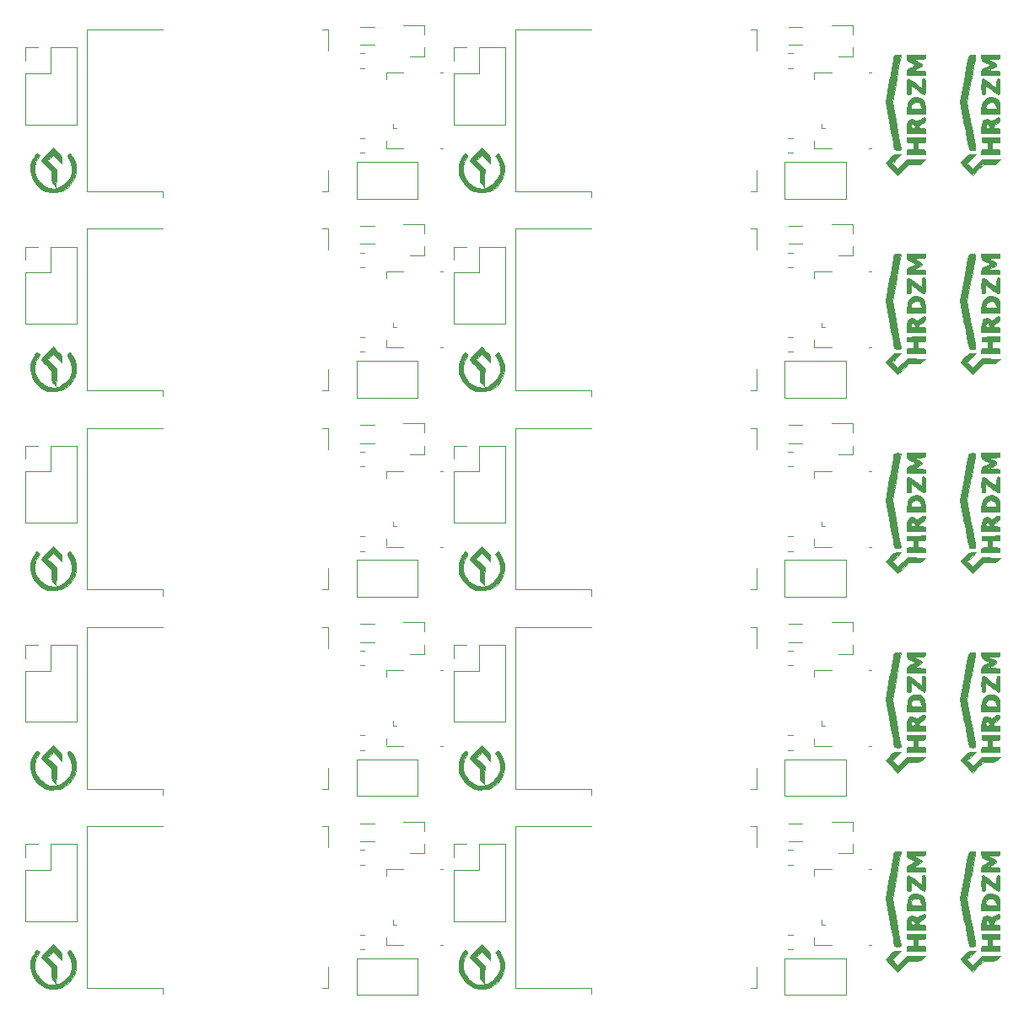
<source format=gbr>
%TF.GenerationSoftware,KiCad,Pcbnew,(5.1.9)-1*%
%TF.CreationDate,2021-05-03T13:14:33+02:00*%
%TF.ProjectId,IM350_AM550_5V_V2.0_Multi,494d3335-305f-4414-9d35-35305f35565f,rev?*%
%TF.SameCoordinates,Original*%
%TF.FileFunction,Legend,Top*%
%TF.FilePolarity,Positive*%
%FSLAX46Y46*%
G04 Gerber Fmt 4.6, Leading zero omitted, Abs format (unit mm)*
G04 Created by KiCad (PCBNEW (5.1.9)-1) date 2021-05-03 13:14:33*
%MOMM*%
%LPD*%
G01*
G04 APERTURE LIST*
%ADD10C,0.010000*%
%ADD11C,0.120000*%
G04 APERTURE END LIST*
D10*
%TO.C,G\u002A\u002A\u002A*%
G36*
X122945231Y-118839167D02*
G01*
X123158111Y-118602935D01*
X123315961Y-118469597D01*
X123469733Y-118409977D01*
X123670380Y-118394903D01*
X123721564Y-118394667D01*
X124113215Y-118394667D01*
X123672121Y-118841309D01*
X123231028Y-119287951D01*
X123503641Y-119560564D01*
X123776254Y-119833178D01*
X124249471Y-119364899D01*
X124722687Y-118896620D01*
X126543753Y-118945000D01*
X126300410Y-119177833D01*
X126150301Y-119303636D01*
X125994676Y-119373933D01*
X125777766Y-119404383D01*
X125471158Y-119410667D01*
X124885249Y-119410667D01*
X124330669Y-119960997D01*
X123776089Y-120511328D01*
X123168319Y-119897497D01*
X122560549Y-119283667D01*
X122945231Y-118839167D01*
G37*
X122945231Y-118839167D02*
X123158111Y-118602935D01*
X123315961Y-118469597D01*
X123469733Y-118409977D01*
X123670380Y-118394903D01*
X123721564Y-118394667D01*
X124113215Y-118394667D01*
X123672121Y-118841309D01*
X123231028Y-119287951D01*
X123503641Y-119560564D01*
X123776254Y-119833178D01*
X124249471Y-119364899D01*
X124722687Y-118896620D01*
X126543753Y-118945000D01*
X126300410Y-119177833D01*
X126150301Y-119303636D01*
X125994676Y-119373933D01*
X125777766Y-119404383D01*
X125471158Y-119410667D01*
X124885249Y-119410667D01*
X124330669Y-119960997D01*
X123776089Y-120511328D01*
X123168319Y-119897497D01*
X122560549Y-119283667D01*
X122945231Y-118839167D01*
G36*
X124682707Y-117977800D02*
G01*
X124755179Y-117905399D01*
X124935278Y-117887068D01*
X125008000Y-117886667D01*
X125346667Y-117886667D01*
X125346667Y-117209333D01*
X125002376Y-117209333D01*
X124784237Y-117200484D01*
X124691189Y-117152374D01*
X124679128Y-117032663D01*
X124684876Y-116976500D01*
X124711667Y-116743667D01*
X125621833Y-116719636D01*
X126532000Y-116695605D01*
X126532000Y-116952469D01*
X126521196Y-117110402D01*
X126458135Y-117185203D01*
X126296845Y-117207864D01*
X126151000Y-117209333D01*
X125770000Y-117209333D01*
X125770000Y-117886667D01*
X126151000Y-117886667D01*
X126385283Y-117894030D01*
X126496247Y-117936543D01*
X126529846Y-118044843D01*
X126532000Y-118140667D01*
X126532000Y-118394667D01*
X124669333Y-118394667D01*
X124669333Y-118140667D01*
X124682707Y-117977800D01*
G37*
X124682707Y-117977800D02*
X124755179Y-117905399D01*
X124935278Y-117887068D01*
X125008000Y-117886667D01*
X125346667Y-117886667D01*
X125346667Y-117209333D01*
X125002376Y-117209333D01*
X124784237Y-117200484D01*
X124691189Y-117152374D01*
X124679128Y-117032663D01*
X124684876Y-116976500D01*
X124711667Y-116743667D01*
X125621833Y-116719636D01*
X126532000Y-116695605D01*
X126532000Y-116952469D01*
X126521196Y-117110402D01*
X126458135Y-117185203D01*
X126296845Y-117207864D01*
X126151000Y-117209333D01*
X125770000Y-117209333D01*
X125770000Y-117886667D01*
X126151000Y-117886667D01*
X126385283Y-117894030D01*
X126496247Y-117936543D01*
X126529846Y-118044843D01*
X126532000Y-118140667D01*
X126532000Y-118394667D01*
X124669333Y-118394667D01*
X124669333Y-118140667D01*
X124682707Y-117977800D01*
G36*
X124700286Y-115469040D02*
G01*
X124784681Y-115147051D01*
X124909818Y-114937448D01*
X124949797Y-114905186D01*
X125190252Y-114842610D01*
X125442162Y-114913327D01*
X125524145Y-114973038D01*
X125628457Y-115046761D01*
X125736282Y-115042382D01*
X125902824Y-114949975D01*
X125994965Y-114888371D01*
X126264688Y-114725591D01*
X126431800Y-114682043D01*
X126514390Y-114758192D01*
X126531771Y-114902167D01*
X126493330Y-115081024D01*
X126352073Y-115223127D01*
X126215270Y-115304333D01*
X126010789Y-115443350D01*
X125884943Y-115584499D01*
X125870624Y-115621833D01*
X125882265Y-115717912D01*
X125991832Y-115761258D01*
X126187125Y-115770000D01*
X126406847Y-115779567D01*
X126505526Y-115831900D01*
X126531292Y-115962448D01*
X126532000Y-116024000D01*
X126532000Y-116278000D01*
X125310222Y-116278000D01*
X125310222Y-115770000D01*
X125468798Y-115742360D01*
X125506054Y-115630783D01*
X125500722Y-115579500D01*
X125404307Y-115408334D01*
X125283167Y-115361945D01*
X125140873Y-115373301D01*
X125094375Y-115494121D01*
X125092667Y-115552445D01*
X125125115Y-115716163D01*
X125256412Y-115768394D01*
X125310222Y-115770000D01*
X125310222Y-116278000D01*
X124669333Y-116278000D01*
X124669333Y-115860179D01*
X124700286Y-115469040D01*
G37*
X124700286Y-115469040D02*
X124784681Y-115147051D01*
X124909818Y-114937448D01*
X124949797Y-114905186D01*
X125190252Y-114842610D01*
X125442162Y-114913327D01*
X125524145Y-114973038D01*
X125628457Y-115046761D01*
X125736282Y-115042382D01*
X125902824Y-114949975D01*
X125994965Y-114888371D01*
X126264688Y-114725591D01*
X126431800Y-114682043D01*
X126514390Y-114758192D01*
X126531771Y-114902167D01*
X126493330Y-115081024D01*
X126352073Y-115223127D01*
X126215270Y-115304333D01*
X126010789Y-115443350D01*
X125884943Y-115584499D01*
X125870624Y-115621833D01*
X125882265Y-115717912D01*
X125991832Y-115761258D01*
X126187125Y-115770000D01*
X126406847Y-115779567D01*
X126505526Y-115831900D01*
X126531292Y-115962448D01*
X126532000Y-116024000D01*
X126532000Y-116278000D01*
X125310222Y-116278000D01*
X125310222Y-115770000D01*
X125468798Y-115742360D01*
X125506054Y-115630783D01*
X125500722Y-115579500D01*
X125404307Y-115408334D01*
X125283167Y-115361945D01*
X125140873Y-115373301D01*
X125094375Y-115494121D01*
X125092667Y-115552445D01*
X125125115Y-115716163D01*
X125256412Y-115768394D01*
X125310222Y-115770000D01*
X125310222Y-116278000D01*
X124669333Y-116278000D01*
X124669333Y-115860179D01*
X124700286Y-115469040D01*
G36*
X124669805Y-113970833D02*
G01*
X124721315Y-113439594D01*
X124873016Y-113040486D01*
X125123012Y-112776120D01*
X125469408Y-112649103D01*
X125638453Y-112637333D01*
X126009460Y-112703514D01*
X126280497Y-112903323D01*
X126452941Y-113238661D01*
X126528169Y-113711430D01*
X126532000Y-113870512D01*
X126532000Y-114330667D01*
X125644613Y-114330667D01*
X125644613Y-113822667D01*
X126196559Y-113822667D01*
X126140938Y-113589833D01*
X126070607Y-113378614D01*
X126001958Y-113251167D01*
X125845374Y-113168133D01*
X125609954Y-113150108D01*
X125372081Y-113194416D01*
X125225714Y-113278381D01*
X125119315Y-113467315D01*
X125092667Y-113617048D01*
X125103053Y-113727500D01*
X125159649Y-113789094D01*
X125300611Y-113816043D01*
X125564093Y-113822563D01*
X125644613Y-113822667D01*
X125644613Y-114330667D01*
X124669333Y-114330667D01*
X124669805Y-113970833D01*
G37*
X124669805Y-113970833D02*
X124721315Y-113439594D01*
X124873016Y-113040486D01*
X125123012Y-112776120D01*
X125469408Y-112649103D01*
X125638453Y-112637333D01*
X126009460Y-112703514D01*
X126280497Y-112903323D01*
X126452941Y-113238661D01*
X126528169Y-113711430D01*
X126532000Y-113870512D01*
X126532000Y-114330667D01*
X125644613Y-114330667D01*
X125644613Y-113822667D01*
X126196559Y-113822667D01*
X126140938Y-113589833D01*
X126070607Y-113378614D01*
X126001958Y-113251167D01*
X125845374Y-113168133D01*
X125609954Y-113150108D01*
X125372081Y-113194416D01*
X125225714Y-113278381D01*
X125119315Y-113467315D01*
X125092667Y-113617048D01*
X125103053Y-113727500D01*
X125159649Y-113789094D01*
X125300611Y-113816043D01*
X125564093Y-113822563D01*
X125644613Y-113822667D01*
X125644613Y-114330667D01*
X124669333Y-114330667D01*
X124669805Y-113970833D01*
G36*
X124678510Y-111195356D02*
G01*
X124718742Y-110930960D01*
X124809087Y-110816646D01*
X124968597Y-110843575D01*
X125216330Y-111002906D01*
X125504714Y-111231100D01*
X125769371Y-111442949D01*
X125984072Y-111606103D01*
X126115987Y-111695990D01*
X126139258Y-111706000D01*
X126168878Y-111629413D01*
X126188519Y-111431859D01*
X126193333Y-111240333D01*
X126200683Y-110971226D01*
X126232461Y-110831035D01*
X126303260Y-110779633D01*
X126362667Y-110774667D01*
X126441369Y-110786813D01*
X126491040Y-110844190D01*
X126518294Y-110978211D01*
X126529741Y-111220285D01*
X126532000Y-111579000D01*
X126528775Y-111954968D01*
X126515244Y-112192479D01*
X126485626Y-112322352D01*
X126434137Y-112375403D01*
X126381075Y-112383333D01*
X126250319Y-112331631D01*
X126031943Y-112193742D01*
X125765320Y-111995494D01*
X125661408Y-111911255D01*
X125092667Y-111439176D01*
X125092667Y-111911255D01*
X125087345Y-112180237D01*
X125059073Y-112321118D01*
X124989391Y-112375069D01*
X124881000Y-112383333D01*
X124780940Y-112377298D01*
X124718748Y-112337505D01*
X124685422Y-112231426D01*
X124671955Y-112026532D01*
X124669345Y-111690295D01*
X124669333Y-111618676D01*
X124678510Y-111195356D01*
G37*
X124678510Y-111195356D02*
X124718742Y-110930960D01*
X124809087Y-110816646D01*
X124968597Y-110843575D01*
X125216330Y-111002906D01*
X125504714Y-111231100D01*
X125769371Y-111442949D01*
X125984072Y-111606103D01*
X126115987Y-111695990D01*
X126139258Y-111706000D01*
X126168878Y-111629413D01*
X126188519Y-111431859D01*
X126193333Y-111240333D01*
X126200683Y-110971226D01*
X126232461Y-110831035D01*
X126303260Y-110779633D01*
X126362667Y-110774667D01*
X126441369Y-110786813D01*
X126491040Y-110844190D01*
X126518294Y-110978211D01*
X126529741Y-111220285D01*
X126532000Y-111579000D01*
X126528775Y-111954968D01*
X126515244Y-112192479D01*
X126485626Y-112322352D01*
X126434137Y-112375403D01*
X126381075Y-112383333D01*
X126250319Y-112331631D01*
X126031943Y-112193742D01*
X125765320Y-111995494D01*
X125661408Y-111911255D01*
X125092667Y-111439176D01*
X125092667Y-111911255D01*
X125087345Y-112180237D01*
X125059073Y-112321118D01*
X124989391Y-112375069D01*
X124881000Y-112383333D01*
X124780940Y-112377298D01*
X124718748Y-112337505D01*
X124685422Y-112231426D01*
X124671955Y-112026532D01*
X124669345Y-111690295D01*
X124669333Y-111618676D01*
X124678510Y-111195356D01*
G36*
X124681917Y-109955010D02*
G01*
X124746027Y-109838732D01*
X124901205Y-109741595D01*
X125092667Y-109658020D01*
X125327281Y-109550040D01*
X125481007Y-109459193D01*
X125516000Y-109420000D01*
X125444558Y-109355899D01*
X125260731Y-109256957D01*
X125092667Y-109181981D01*
X124846935Y-109070911D01*
X124720882Y-108972938D01*
X124674968Y-108843513D01*
X124669333Y-108705026D01*
X124669333Y-108404000D01*
X126532000Y-108404000D01*
X126532000Y-108611958D01*
X126522184Y-108719597D01*
X126468614Y-108783920D01*
X126335104Y-108818652D01*
X126085467Y-108837518D01*
X125918167Y-108844791D01*
X125304333Y-108869667D01*
X125748833Y-109070593D01*
X126044634Y-109231833D01*
X126183320Y-109375418D01*
X126193333Y-109420000D01*
X126110918Y-109556064D01*
X125868747Y-109711858D01*
X125748833Y-109769407D01*
X125304333Y-109970333D01*
X125918167Y-109995209D01*
X126234716Y-110011363D01*
X126418171Y-110036946D01*
X126504720Y-110085685D01*
X126530546Y-110171305D01*
X126532000Y-110228043D01*
X126532000Y-110436000D01*
X124669333Y-110436000D01*
X124669333Y-110134975D01*
X124681917Y-109955010D01*
G37*
X124681917Y-109955010D02*
X124746027Y-109838732D01*
X124901205Y-109741595D01*
X125092667Y-109658020D01*
X125327281Y-109550040D01*
X125481007Y-109459193D01*
X125516000Y-109420000D01*
X125444558Y-109355899D01*
X125260731Y-109256957D01*
X125092667Y-109181981D01*
X124846935Y-109070911D01*
X124720882Y-108972938D01*
X124674968Y-108843513D01*
X124669333Y-108705026D01*
X124669333Y-108404000D01*
X126532000Y-108404000D01*
X126532000Y-108611958D01*
X126522184Y-108719597D01*
X126468614Y-108783920D01*
X126335104Y-108818652D01*
X126085467Y-108837518D01*
X125918167Y-108844791D01*
X125304333Y-108869667D01*
X125748833Y-109070593D01*
X126044634Y-109231833D01*
X126183320Y-109375418D01*
X126193333Y-109420000D01*
X126110918Y-109556064D01*
X125868747Y-109711858D01*
X125748833Y-109769407D01*
X125304333Y-109970333D01*
X125918167Y-109995209D01*
X126234716Y-110011363D01*
X126418171Y-110036946D01*
X126504720Y-110085685D01*
X126530546Y-110171305D01*
X126532000Y-110228043D01*
X126532000Y-110436000D01*
X124669333Y-110436000D01*
X124669333Y-110134975D01*
X124681917Y-109955010D01*
G36*
X122929589Y-111013853D02*
G01*
X123037208Y-110420147D01*
X123137122Y-109871134D01*
X123224698Y-109392101D01*
X123295302Y-109008338D01*
X123344301Y-108745133D01*
X123365142Y-108636833D01*
X123417198Y-108484425D01*
X123526037Y-108418282D01*
X123744727Y-108404000D01*
X123954384Y-108416191D01*
X124069244Y-108446573D01*
X124076667Y-108457898D01*
X124061898Y-108552064D01*
X124020207Y-108790941D01*
X123955520Y-109152743D01*
X123871760Y-109615681D01*
X123772851Y-110157966D01*
X123662718Y-110757812D01*
X123649683Y-110828565D01*
X123222699Y-113145334D01*
X123649683Y-115462102D01*
X123761052Y-116069724D01*
X123861593Y-116624676D01*
X123947356Y-117104650D01*
X124014395Y-117487336D01*
X124058761Y-117750426D01*
X124076508Y-117871610D01*
X124076667Y-117875102D01*
X124002233Y-117939406D01*
X123818832Y-117970707D01*
X123785330Y-117971333D01*
X123575631Y-117950501D01*
X123450864Y-117899634D01*
X123445289Y-117892527D01*
X123417855Y-117791630D01*
X123364737Y-117546155D01*
X123290299Y-117178171D01*
X123198908Y-116709745D01*
X123094930Y-116162947D01*
X122982731Y-115559845D01*
X122969132Y-115485880D01*
X122541682Y-113158039D01*
X122929589Y-111013853D01*
G37*
X122929589Y-111013853D02*
X123037208Y-110420147D01*
X123137122Y-109871134D01*
X123224698Y-109392101D01*
X123295302Y-109008338D01*
X123344301Y-108745133D01*
X123365142Y-108636833D01*
X123417198Y-108484425D01*
X123526037Y-108418282D01*
X123744727Y-108404000D01*
X123954384Y-108416191D01*
X124069244Y-108446573D01*
X124076667Y-108457898D01*
X124061898Y-108552064D01*
X124020207Y-108790941D01*
X123955520Y-109152743D01*
X123871760Y-109615681D01*
X123772851Y-110157966D01*
X123662718Y-110757812D01*
X123649683Y-110828565D01*
X123222699Y-113145334D01*
X123649683Y-115462102D01*
X123761052Y-116069724D01*
X123861593Y-116624676D01*
X123947356Y-117104650D01*
X124014395Y-117487336D01*
X124058761Y-117750426D01*
X124076508Y-117871610D01*
X124076667Y-117875102D01*
X124002233Y-117939406D01*
X123818832Y-117970707D01*
X123785330Y-117971333D01*
X123575631Y-117950501D01*
X123450864Y-117899634D01*
X123445289Y-117892527D01*
X123417855Y-117791630D01*
X123364737Y-117546155D01*
X123290299Y-117178171D01*
X123198908Y-116709745D01*
X123094930Y-116162947D01*
X122982731Y-115559845D01*
X122969132Y-115485880D01*
X122541682Y-113158039D01*
X122929589Y-111013853D01*
G36*
X115429589Y-111013853D02*
G01*
X115537208Y-110420147D01*
X115637122Y-109871134D01*
X115724698Y-109392101D01*
X115795302Y-109008338D01*
X115844301Y-108745133D01*
X115865142Y-108636833D01*
X115917198Y-108484425D01*
X116026037Y-108418282D01*
X116244727Y-108404000D01*
X116454384Y-108416191D01*
X116569244Y-108446573D01*
X116576667Y-108457898D01*
X116561898Y-108552064D01*
X116520207Y-108790941D01*
X116455520Y-109152743D01*
X116371760Y-109615681D01*
X116272851Y-110157966D01*
X116162718Y-110757812D01*
X116149683Y-110828565D01*
X115722699Y-113145334D01*
X116149683Y-115462102D01*
X116261052Y-116069724D01*
X116361593Y-116624676D01*
X116447356Y-117104650D01*
X116514395Y-117487336D01*
X116558761Y-117750426D01*
X116576508Y-117871610D01*
X116576667Y-117875102D01*
X116502233Y-117939406D01*
X116318832Y-117970707D01*
X116285330Y-117971333D01*
X116075631Y-117950501D01*
X115950864Y-117899634D01*
X115945289Y-117892527D01*
X115917855Y-117791630D01*
X115864737Y-117546155D01*
X115790299Y-117178171D01*
X115698908Y-116709745D01*
X115594930Y-116162947D01*
X115482731Y-115559845D01*
X115469132Y-115485880D01*
X115041682Y-113158039D01*
X115429589Y-111013853D01*
G37*
X115429589Y-111013853D02*
X115537208Y-110420147D01*
X115637122Y-109871134D01*
X115724698Y-109392101D01*
X115795302Y-109008338D01*
X115844301Y-108745133D01*
X115865142Y-108636833D01*
X115917198Y-108484425D01*
X116026037Y-108418282D01*
X116244727Y-108404000D01*
X116454384Y-108416191D01*
X116569244Y-108446573D01*
X116576667Y-108457898D01*
X116561898Y-108552064D01*
X116520207Y-108790941D01*
X116455520Y-109152743D01*
X116371760Y-109615681D01*
X116272851Y-110157966D01*
X116162718Y-110757812D01*
X116149683Y-110828565D01*
X115722699Y-113145334D01*
X116149683Y-115462102D01*
X116261052Y-116069724D01*
X116361593Y-116624676D01*
X116447356Y-117104650D01*
X116514395Y-117487336D01*
X116558761Y-117750426D01*
X116576508Y-117871610D01*
X116576667Y-117875102D01*
X116502233Y-117939406D01*
X116318832Y-117970707D01*
X116285330Y-117971333D01*
X116075631Y-117950501D01*
X115950864Y-117899634D01*
X115945289Y-117892527D01*
X115917855Y-117791630D01*
X115864737Y-117546155D01*
X115790299Y-117178171D01*
X115698908Y-116709745D01*
X115594930Y-116162947D01*
X115482731Y-115559845D01*
X115469132Y-115485880D01*
X115041682Y-113158039D01*
X115429589Y-111013853D01*
G36*
X117181917Y-109955010D02*
G01*
X117246027Y-109838732D01*
X117401205Y-109741595D01*
X117592667Y-109658020D01*
X117827281Y-109550040D01*
X117981007Y-109459193D01*
X118016000Y-109420000D01*
X117944558Y-109355899D01*
X117760731Y-109256957D01*
X117592667Y-109181981D01*
X117346935Y-109070911D01*
X117220882Y-108972938D01*
X117174968Y-108843513D01*
X117169333Y-108705026D01*
X117169333Y-108404000D01*
X119032000Y-108404000D01*
X119032000Y-108611958D01*
X119022184Y-108719597D01*
X118968614Y-108783920D01*
X118835104Y-108818652D01*
X118585467Y-108837518D01*
X118418167Y-108844791D01*
X117804333Y-108869667D01*
X118248833Y-109070593D01*
X118544634Y-109231833D01*
X118683320Y-109375418D01*
X118693333Y-109420000D01*
X118610918Y-109556064D01*
X118368747Y-109711858D01*
X118248833Y-109769407D01*
X117804333Y-109970333D01*
X118418167Y-109995209D01*
X118734716Y-110011363D01*
X118918171Y-110036946D01*
X119004720Y-110085685D01*
X119030546Y-110171305D01*
X119032000Y-110228043D01*
X119032000Y-110436000D01*
X117169333Y-110436000D01*
X117169333Y-110134975D01*
X117181917Y-109955010D01*
G37*
X117181917Y-109955010D02*
X117246027Y-109838732D01*
X117401205Y-109741595D01*
X117592667Y-109658020D01*
X117827281Y-109550040D01*
X117981007Y-109459193D01*
X118016000Y-109420000D01*
X117944558Y-109355899D01*
X117760731Y-109256957D01*
X117592667Y-109181981D01*
X117346935Y-109070911D01*
X117220882Y-108972938D01*
X117174968Y-108843513D01*
X117169333Y-108705026D01*
X117169333Y-108404000D01*
X119032000Y-108404000D01*
X119032000Y-108611958D01*
X119022184Y-108719597D01*
X118968614Y-108783920D01*
X118835104Y-108818652D01*
X118585467Y-108837518D01*
X118418167Y-108844791D01*
X117804333Y-108869667D01*
X118248833Y-109070593D01*
X118544634Y-109231833D01*
X118683320Y-109375418D01*
X118693333Y-109420000D01*
X118610918Y-109556064D01*
X118368747Y-109711858D01*
X118248833Y-109769407D01*
X117804333Y-109970333D01*
X118418167Y-109995209D01*
X118734716Y-110011363D01*
X118918171Y-110036946D01*
X119004720Y-110085685D01*
X119030546Y-110171305D01*
X119032000Y-110228043D01*
X119032000Y-110436000D01*
X117169333Y-110436000D01*
X117169333Y-110134975D01*
X117181917Y-109955010D01*
G36*
X117178510Y-111195356D02*
G01*
X117218742Y-110930960D01*
X117309087Y-110816646D01*
X117468597Y-110843575D01*
X117716330Y-111002906D01*
X118004714Y-111231100D01*
X118269371Y-111442949D01*
X118484072Y-111606103D01*
X118615987Y-111695990D01*
X118639258Y-111706000D01*
X118668878Y-111629413D01*
X118688519Y-111431859D01*
X118693333Y-111240333D01*
X118700683Y-110971226D01*
X118732461Y-110831035D01*
X118803260Y-110779633D01*
X118862667Y-110774667D01*
X118941369Y-110786813D01*
X118991040Y-110844190D01*
X119018294Y-110978211D01*
X119029741Y-111220285D01*
X119032000Y-111579000D01*
X119028775Y-111954968D01*
X119015244Y-112192479D01*
X118985626Y-112322352D01*
X118934137Y-112375403D01*
X118881075Y-112383333D01*
X118750319Y-112331631D01*
X118531943Y-112193742D01*
X118265320Y-111995494D01*
X118161408Y-111911255D01*
X117592667Y-111439176D01*
X117592667Y-111911255D01*
X117587345Y-112180237D01*
X117559073Y-112321118D01*
X117489391Y-112375069D01*
X117381000Y-112383333D01*
X117280940Y-112377298D01*
X117218748Y-112337505D01*
X117185422Y-112231426D01*
X117171955Y-112026532D01*
X117169345Y-111690295D01*
X117169333Y-111618676D01*
X117178510Y-111195356D01*
G37*
X117178510Y-111195356D02*
X117218742Y-110930960D01*
X117309087Y-110816646D01*
X117468597Y-110843575D01*
X117716330Y-111002906D01*
X118004714Y-111231100D01*
X118269371Y-111442949D01*
X118484072Y-111606103D01*
X118615987Y-111695990D01*
X118639258Y-111706000D01*
X118668878Y-111629413D01*
X118688519Y-111431859D01*
X118693333Y-111240333D01*
X118700683Y-110971226D01*
X118732461Y-110831035D01*
X118803260Y-110779633D01*
X118862667Y-110774667D01*
X118941369Y-110786813D01*
X118991040Y-110844190D01*
X119018294Y-110978211D01*
X119029741Y-111220285D01*
X119032000Y-111579000D01*
X119028775Y-111954968D01*
X119015244Y-112192479D01*
X118985626Y-112322352D01*
X118934137Y-112375403D01*
X118881075Y-112383333D01*
X118750319Y-112331631D01*
X118531943Y-112193742D01*
X118265320Y-111995494D01*
X118161408Y-111911255D01*
X117592667Y-111439176D01*
X117592667Y-111911255D01*
X117587345Y-112180237D01*
X117559073Y-112321118D01*
X117489391Y-112375069D01*
X117381000Y-112383333D01*
X117280940Y-112377298D01*
X117218748Y-112337505D01*
X117185422Y-112231426D01*
X117171955Y-112026532D01*
X117169345Y-111690295D01*
X117169333Y-111618676D01*
X117178510Y-111195356D01*
G36*
X117169805Y-113970833D02*
G01*
X117221315Y-113439594D01*
X117373016Y-113040486D01*
X117623012Y-112776120D01*
X117969408Y-112649103D01*
X118138453Y-112637333D01*
X118509460Y-112703514D01*
X118780497Y-112903323D01*
X118952941Y-113238661D01*
X119028169Y-113711430D01*
X119032000Y-113870512D01*
X119032000Y-114330667D01*
X118144613Y-114330667D01*
X118144613Y-113822667D01*
X118696559Y-113822667D01*
X118640938Y-113589833D01*
X118570607Y-113378614D01*
X118501958Y-113251167D01*
X118345374Y-113168133D01*
X118109954Y-113150108D01*
X117872081Y-113194416D01*
X117725714Y-113278381D01*
X117619315Y-113467315D01*
X117592667Y-113617048D01*
X117603053Y-113727500D01*
X117659649Y-113789094D01*
X117800611Y-113816043D01*
X118064093Y-113822563D01*
X118144613Y-113822667D01*
X118144613Y-114330667D01*
X117169333Y-114330667D01*
X117169805Y-113970833D01*
G37*
X117169805Y-113970833D02*
X117221315Y-113439594D01*
X117373016Y-113040486D01*
X117623012Y-112776120D01*
X117969408Y-112649103D01*
X118138453Y-112637333D01*
X118509460Y-112703514D01*
X118780497Y-112903323D01*
X118952941Y-113238661D01*
X119028169Y-113711430D01*
X119032000Y-113870512D01*
X119032000Y-114330667D01*
X118144613Y-114330667D01*
X118144613Y-113822667D01*
X118696559Y-113822667D01*
X118640938Y-113589833D01*
X118570607Y-113378614D01*
X118501958Y-113251167D01*
X118345374Y-113168133D01*
X118109954Y-113150108D01*
X117872081Y-113194416D01*
X117725714Y-113278381D01*
X117619315Y-113467315D01*
X117592667Y-113617048D01*
X117603053Y-113727500D01*
X117659649Y-113789094D01*
X117800611Y-113816043D01*
X118064093Y-113822563D01*
X118144613Y-113822667D01*
X118144613Y-114330667D01*
X117169333Y-114330667D01*
X117169805Y-113970833D01*
G36*
X117200286Y-115469040D02*
G01*
X117284681Y-115147051D01*
X117409818Y-114937448D01*
X117449797Y-114905186D01*
X117690252Y-114842610D01*
X117942162Y-114913327D01*
X118024145Y-114973038D01*
X118128457Y-115046761D01*
X118236282Y-115042382D01*
X118402824Y-114949975D01*
X118494965Y-114888371D01*
X118764688Y-114725591D01*
X118931800Y-114682043D01*
X119014390Y-114758192D01*
X119031771Y-114902167D01*
X118993330Y-115081024D01*
X118852073Y-115223127D01*
X118715270Y-115304333D01*
X118510789Y-115443350D01*
X118384943Y-115584499D01*
X118370624Y-115621833D01*
X118382265Y-115717912D01*
X118491832Y-115761258D01*
X118687125Y-115770000D01*
X118906847Y-115779567D01*
X119005526Y-115831900D01*
X119031292Y-115962448D01*
X119032000Y-116024000D01*
X119032000Y-116278000D01*
X117810222Y-116278000D01*
X117810222Y-115770000D01*
X117968798Y-115742360D01*
X118006054Y-115630783D01*
X118000722Y-115579500D01*
X117904307Y-115408334D01*
X117783167Y-115361945D01*
X117640873Y-115373301D01*
X117594375Y-115494121D01*
X117592667Y-115552445D01*
X117625115Y-115716163D01*
X117756412Y-115768394D01*
X117810222Y-115770000D01*
X117810222Y-116278000D01*
X117169333Y-116278000D01*
X117169333Y-115860179D01*
X117200286Y-115469040D01*
G37*
X117200286Y-115469040D02*
X117284681Y-115147051D01*
X117409818Y-114937448D01*
X117449797Y-114905186D01*
X117690252Y-114842610D01*
X117942162Y-114913327D01*
X118024145Y-114973038D01*
X118128457Y-115046761D01*
X118236282Y-115042382D01*
X118402824Y-114949975D01*
X118494965Y-114888371D01*
X118764688Y-114725591D01*
X118931800Y-114682043D01*
X119014390Y-114758192D01*
X119031771Y-114902167D01*
X118993330Y-115081024D01*
X118852073Y-115223127D01*
X118715270Y-115304333D01*
X118510789Y-115443350D01*
X118384943Y-115584499D01*
X118370624Y-115621833D01*
X118382265Y-115717912D01*
X118491832Y-115761258D01*
X118687125Y-115770000D01*
X118906847Y-115779567D01*
X119005526Y-115831900D01*
X119031292Y-115962448D01*
X119032000Y-116024000D01*
X119032000Y-116278000D01*
X117810222Y-116278000D01*
X117810222Y-115770000D01*
X117968798Y-115742360D01*
X118006054Y-115630783D01*
X118000722Y-115579500D01*
X117904307Y-115408334D01*
X117783167Y-115361945D01*
X117640873Y-115373301D01*
X117594375Y-115494121D01*
X117592667Y-115552445D01*
X117625115Y-115716163D01*
X117756412Y-115768394D01*
X117810222Y-115770000D01*
X117810222Y-116278000D01*
X117169333Y-116278000D01*
X117169333Y-115860179D01*
X117200286Y-115469040D01*
G36*
X117182707Y-117977800D02*
G01*
X117255179Y-117905399D01*
X117435278Y-117887068D01*
X117508000Y-117886667D01*
X117846667Y-117886667D01*
X117846667Y-117209333D01*
X117502376Y-117209333D01*
X117284237Y-117200484D01*
X117191189Y-117152374D01*
X117179128Y-117032663D01*
X117184876Y-116976500D01*
X117211667Y-116743667D01*
X118121833Y-116719636D01*
X119032000Y-116695605D01*
X119032000Y-116952469D01*
X119021196Y-117110402D01*
X118958135Y-117185203D01*
X118796845Y-117207864D01*
X118651000Y-117209333D01*
X118270000Y-117209333D01*
X118270000Y-117886667D01*
X118651000Y-117886667D01*
X118885283Y-117894030D01*
X118996247Y-117936543D01*
X119029846Y-118044843D01*
X119032000Y-118140667D01*
X119032000Y-118394667D01*
X117169333Y-118394667D01*
X117169333Y-118140667D01*
X117182707Y-117977800D01*
G37*
X117182707Y-117977800D02*
X117255179Y-117905399D01*
X117435278Y-117887068D01*
X117508000Y-117886667D01*
X117846667Y-117886667D01*
X117846667Y-117209333D01*
X117502376Y-117209333D01*
X117284237Y-117200484D01*
X117191189Y-117152374D01*
X117179128Y-117032663D01*
X117184876Y-116976500D01*
X117211667Y-116743667D01*
X118121833Y-116719636D01*
X119032000Y-116695605D01*
X119032000Y-116952469D01*
X119021196Y-117110402D01*
X118958135Y-117185203D01*
X118796845Y-117207864D01*
X118651000Y-117209333D01*
X118270000Y-117209333D01*
X118270000Y-117886667D01*
X118651000Y-117886667D01*
X118885283Y-117894030D01*
X118996247Y-117936543D01*
X119029846Y-118044843D01*
X119032000Y-118140667D01*
X119032000Y-118394667D01*
X117169333Y-118394667D01*
X117169333Y-118140667D01*
X117182707Y-117977800D01*
G36*
X115445231Y-118839167D02*
G01*
X115658111Y-118602935D01*
X115815961Y-118469597D01*
X115969733Y-118409977D01*
X116170380Y-118394903D01*
X116221564Y-118394667D01*
X116613215Y-118394667D01*
X116172121Y-118841309D01*
X115731028Y-119287951D01*
X116003641Y-119560564D01*
X116276254Y-119833178D01*
X116749471Y-119364899D01*
X117222687Y-118896620D01*
X119043753Y-118945000D01*
X118800410Y-119177833D01*
X118650301Y-119303636D01*
X118494676Y-119373933D01*
X118277766Y-119404383D01*
X117971158Y-119410667D01*
X117385249Y-119410667D01*
X116830669Y-119960997D01*
X116276089Y-120511328D01*
X115668319Y-119897497D01*
X115060549Y-119283667D01*
X115445231Y-118839167D01*
G37*
X115445231Y-118839167D02*
X115658111Y-118602935D01*
X115815961Y-118469597D01*
X115969733Y-118409977D01*
X116170380Y-118394903D01*
X116221564Y-118394667D01*
X116613215Y-118394667D01*
X116172121Y-118841309D01*
X115731028Y-119287951D01*
X116003641Y-119560564D01*
X116276254Y-119833178D01*
X116749471Y-119364899D01*
X117222687Y-118896620D01*
X119043753Y-118945000D01*
X118800410Y-119177833D01*
X118650301Y-119303636D01*
X118494676Y-119373933D01*
X118277766Y-119404383D01*
X117971158Y-119410667D01*
X117385249Y-119410667D01*
X116830669Y-119960997D01*
X116276089Y-120511328D01*
X115668319Y-119897497D01*
X115060549Y-119283667D01*
X115445231Y-118839167D01*
G36*
X122929589Y-91013853D02*
G01*
X123037208Y-90420147D01*
X123137122Y-89871134D01*
X123224698Y-89392101D01*
X123295302Y-89008338D01*
X123344301Y-88745133D01*
X123365142Y-88636833D01*
X123417198Y-88484425D01*
X123526037Y-88418282D01*
X123744727Y-88404000D01*
X123954384Y-88416191D01*
X124069244Y-88446573D01*
X124076667Y-88457898D01*
X124061898Y-88552064D01*
X124020207Y-88790941D01*
X123955520Y-89152743D01*
X123871760Y-89615681D01*
X123772851Y-90157966D01*
X123662718Y-90757812D01*
X123649683Y-90828565D01*
X123222699Y-93145334D01*
X123649683Y-95462102D01*
X123761052Y-96069724D01*
X123861593Y-96624676D01*
X123947356Y-97104650D01*
X124014395Y-97487336D01*
X124058761Y-97750426D01*
X124076508Y-97871610D01*
X124076667Y-97875102D01*
X124002233Y-97939406D01*
X123818832Y-97970707D01*
X123785330Y-97971333D01*
X123575631Y-97950501D01*
X123450864Y-97899634D01*
X123445289Y-97892527D01*
X123417855Y-97791630D01*
X123364737Y-97546155D01*
X123290299Y-97178171D01*
X123198908Y-96709745D01*
X123094930Y-96162947D01*
X122982731Y-95559845D01*
X122969132Y-95485880D01*
X122541682Y-93158039D01*
X122929589Y-91013853D01*
G37*
X122929589Y-91013853D02*
X123037208Y-90420147D01*
X123137122Y-89871134D01*
X123224698Y-89392101D01*
X123295302Y-89008338D01*
X123344301Y-88745133D01*
X123365142Y-88636833D01*
X123417198Y-88484425D01*
X123526037Y-88418282D01*
X123744727Y-88404000D01*
X123954384Y-88416191D01*
X124069244Y-88446573D01*
X124076667Y-88457898D01*
X124061898Y-88552064D01*
X124020207Y-88790941D01*
X123955520Y-89152743D01*
X123871760Y-89615681D01*
X123772851Y-90157966D01*
X123662718Y-90757812D01*
X123649683Y-90828565D01*
X123222699Y-93145334D01*
X123649683Y-95462102D01*
X123761052Y-96069724D01*
X123861593Y-96624676D01*
X123947356Y-97104650D01*
X124014395Y-97487336D01*
X124058761Y-97750426D01*
X124076508Y-97871610D01*
X124076667Y-97875102D01*
X124002233Y-97939406D01*
X123818832Y-97970707D01*
X123785330Y-97971333D01*
X123575631Y-97950501D01*
X123450864Y-97899634D01*
X123445289Y-97892527D01*
X123417855Y-97791630D01*
X123364737Y-97546155D01*
X123290299Y-97178171D01*
X123198908Y-96709745D01*
X123094930Y-96162947D01*
X122982731Y-95559845D01*
X122969132Y-95485880D01*
X122541682Y-93158039D01*
X122929589Y-91013853D01*
G36*
X124681917Y-89955010D02*
G01*
X124746027Y-89838732D01*
X124901205Y-89741595D01*
X125092667Y-89658020D01*
X125327281Y-89550040D01*
X125481007Y-89459193D01*
X125516000Y-89420000D01*
X125444558Y-89355899D01*
X125260731Y-89256957D01*
X125092667Y-89181981D01*
X124846935Y-89070911D01*
X124720882Y-88972938D01*
X124674968Y-88843513D01*
X124669333Y-88705026D01*
X124669333Y-88404000D01*
X126532000Y-88404000D01*
X126532000Y-88611958D01*
X126522184Y-88719597D01*
X126468614Y-88783920D01*
X126335104Y-88818652D01*
X126085467Y-88837518D01*
X125918167Y-88844791D01*
X125304333Y-88869667D01*
X125748833Y-89070593D01*
X126044634Y-89231833D01*
X126183320Y-89375418D01*
X126193333Y-89420000D01*
X126110918Y-89556064D01*
X125868747Y-89711858D01*
X125748833Y-89769407D01*
X125304333Y-89970333D01*
X125918167Y-89995209D01*
X126234716Y-90011363D01*
X126418171Y-90036946D01*
X126504720Y-90085685D01*
X126530546Y-90171305D01*
X126532000Y-90228043D01*
X126532000Y-90436000D01*
X124669333Y-90436000D01*
X124669333Y-90134975D01*
X124681917Y-89955010D01*
G37*
X124681917Y-89955010D02*
X124746027Y-89838732D01*
X124901205Y-89741595D01*
X125092667Y-89658020D01*
X125327281Y-89550040D01*
X125481007Y-89459193D01*
X125516000Y-89420000D01*
X125444558Y-89355899D01*
X125260731Y-89256957D01*
X125092667Y-89181981D01*
X124846935Y-89070911D01*
X124720882Y-88972938D01*
X124674968Y-88843513D01*
X124669333Y-88705026D01*
X124669333Y-88404000D01*
X126532000Y-88404000D01*
X126532000Y-88611958D01*
X126522184Y-88719597D01*
X126468614Y-88783920D01*
X126335104Y-88818652D01*
X126085467Y-88837518D01*
X125918167Y-88844791D01*
X125304333Y-88869667D01*
X125748833Y-89070593D01*
X126044634Y-89231833D01*
X126183320Y-89375418D01*
X126193333Y-89420000D01*
X126110918Y-89556064D01*
X125868747Y-89711858D01*
X125748833Y-89769407D01*
X125304333Y-89970333D01*
X125918167Y-89995209D01*
X126234716Y-90011363D01*
X126418171Y-90036946D01*
X126504720Y-90085685D01*
X126530546Y-90171305D01*
X126532000Y-90228043D01*
X126532000Y-90436000D01*
X124669333Y-90436000D01*
X124669333Y-90134975D01*
X124681917Y-89955010D01*
G36*
X124678510Y-91195356D02*
G01*
X124718742Y-90930960D01*
X124809087Y-90816646D01*
X124968597Y-90843575D01*
X125216330Y-91002906D01*
X125504714Y-91231100D01*
X125769371Y-91442949D01*
X125984072Y-91606103D01*
X126115987Y-91695990D01*
X126139258Y-91706000D01*
X126168878Y-91629413D01*
X126188519Y-91431859D01*
X126193333Y-91240333D01*
X126200683Y-90971226D01*
X126232461Y-90831035D01*
X126303260Y-90779633D01*
X126362667Y-90774667D01*
X126441369Y-90786813D01*
X126491040Y-90844190D01*
X126518294Y-90978211D01*
X126529741Y-91220285D01*
X126532000Y-91579000D01*
X126528775Y-91954968D01*
X126515244Y-92192479D01*
X126485626Y-92322352D01*
X126434137Y-92375403D01*
X126381075Y-92383333D01*
X126250319Y-92331631D01*
X126031943Y-92193742D01*
X125765320Y-91995494D01*
X125661408Y-91911255D01*
X125092667Y-91439176D01*
X125092667Y-91911255D01*
X125087345Y-92180237D01*
X125059073Y-92321118D01*
X124989391Y-92375069D01*
X124881000Y-92383333D01*
X124780940Y-92377298D01*
X124718748Y-92337505D01*
X124685422Y-92231426D01*
X124671955Y-92026532D01*
X124669345Y-91690295D01*
X124669333Y-91618676D01*
X124678510Y-91195356D01*
G37*
X124678510Y-91195356D02*
X124718742Y-90930960D01*
X124809087Y-90816646D01*
X124968597Y-90843575D01*
X125216330Y-91002906D01*
X125504714Y-91231100D01*
X125769371Y-91442949D01*
X125984072Y-91606103D01*
X126115987Y-91695990D01*
X126139258Y-91706000D01*
X126168878Y-91629413D01*
X126188519Y-91431859D01*
X126193333Y-91240333D01*
X126200683Y-90971226D01*
X126232461Y-90831035D01*
X126303260Y-90779633D01*
X126362667Y-90774667D01*
X126441369Y-90786813D01*
X126491040Y-90844190D01*
X126518294Y-90978211D01*
X126529741Y-91220285D01*
X126532000Y-91579000D01*
X126528775Y-91954968D01*
X126515244Y-92192479D01*
X126485626Y-92322352D01*
X126434137Y-92375403D01*
X126381075Y-92383333D01*
X126250319Y-92331631D01*
X126031943Y-92193742D01*
X125765320Y-91995494D01*
X125661408Y-91911255D01*
X125092667Y-91439176D01*
X125092667Y-91911255D01*
X125087345Y-92180237D01*
X125059073Y-92321118D01*
X124989391Y-92375069D01*
X124881000Y-92383333D01*
X124780940Y-92377298D01*
X124718748Y-92337505D01*
X124685422Y-92231426D01*
X124671955Y-92026532D01*
X124669345Y-91690295D01*
X124669333Y-91618676D01*
X124678510Y-91195356D01*
G36*
X124669805Y-93970833D02*
G01*
X124721315Y-93439594D01*
X124873016Y-93040486D01*
X125123012Y-92776120D01*
X125469408Y-92649103D01*
X125638453Y-92637333D01*
X126009460Y-92703514D01*
X126280497Y-92903323D01*
X126452941Y-93238661D01*
X126528169Y-93711430D01*
X126532000Y-93870512D01*
X126532000Y-94330667D01*
X125644613Y-94330667D01*
X125644613Y-93822667D01*
X126196559Y-93822667D01*
X126140938Y-93589833D01*
X126070607Y-93378614D01*
X126001958Y-93251167D01*
X125845374Y-93168133D01*
X125609954Y-93150108D01*
X125372081Y-93194416D01*
X125225714Y-93278381D01*
X125119315Y-93467315D01*
X125092667Y-93617048D01*
X125103053Y-93727500D01*
X125159649Y-93789094D01*
X125300611Y-93816043D01*
X125564093Y-93822563D01*
X125644613Y-93822667D01*
X125644613Y-94330667D01*
X124669333Y-94330667D01*
X124669805Y-93970833D01*
G37*
X124669805Y-93970833D02*
X124721315Y-93439594D01*
X124873016Y-93040486D01*
X125123012Y-92776120D01*
X125469408Y-92649103D01*
X125638453Y-92637333D01*
X126009460Y-92703514D01*
X126280497Y-92903323D01*
X126452941Y-93238661D01*
X126528169Y-93711430D01*
X126532000Y-93870512D01*
X126532000Y-94330667D01*
X125644613Y-94330667D01*
X125644613Y-93822667D01*
X126196559Y-93822667D01*
X126140938Y-93589833D01*
X126070607Y-93378614D01*
X126001958Y-93251167D01*
X125845374Y-93168133D01*
X125609954Y-93150108D01*
X125372081Y-93194416D01*
X125225714Y-93278381D01*
X125119315Y-93467315D01*
X125092667Y-93617048D01*
X125103053Y-93727500D01*
X125159649Y-93789094D01*
X125300611Y-93816043D01*
X125564093Y-93822563D01*
X125644613Y-93822667D01*
X125644613Y-94330667D01*
X124669333Y-94330667D01*
X124669805Y-93970833D01*
G36*
X124700286Y-95469040D02*
G01*
X124784681Y-95147051D01*
X124909818Y-94937448D01*
X124949797Y-94905186D01*
X125190252Y-94842610D01*
X125442162Y-94913327D01*
X125524145Y-94973038D01*
X125628457Y-95046761D01*
X125736282Y-95042382D01*
X125902824Y-94949975D01*
X125994965Y-94888371D01*
X126264688Y-94725591D01*
X126431800Y-94682043D01*
X126514390Y-94758192D01*
X126531771Y-94902167D01*
X126493330Y-95081024D01*
X126352073Y-95223127D01*
X126215270Y-95304333D01*
X126010789Y-95443350D01*
X125884943Y-95584499D01*
X125870624Y-95621833D01*
X125882265Y-95717912D01*
X125991832Y-95761258D01*
X126187125Y-95770000D01*
X126406847Y-95779567D01*
X126505526Y-95831900D01*
X126531292Y-95962448D01*
X126532000Y-96024000D01*
X126532000Y-96278000D01*
X125310222Y-96278000D01*
X125310222Y-95770000D01*
X125468798Y-95742360D01*
X125506054Y-95630783D01*
X125500722Y-95579500D01*
X125404307Y-95408334D01*
X125283167Y-95361945D01*
X125140873Y-95373301D01*
X125094375Y-95494121D01*
X125092667Y-95552445D01*
X125125115Y-95716163D01*
X125256412Y-95768394D01*
X125310222Y-95770000D01*
X125310222Y-96278000D01*
X124669333Y-96278000D01*
X124669333Y-95860179D01*
X124700286Y-95469040D01*
G37*
X124700286Y-95469040D02*
X124784681Y-95147051D01*
X124909818Y-94937448D01*
X124949797Y-94905186D01*
X125190252Y-94842610D01*
X125442162Y-94913327D01*
X125524145Y-94973038D01*
X125628457Y-95046761D01*
X125736282Y-95042382D01*
X125902824Y-94949975D01*
X125994965Y-94888371D01*
X126264688Y-94725591D01*
X126431800Y-94682043D01*
X126514390Y-94758192D01*
X126531771Y-94902167D01*
X126493330Y-95081024D01*
X126352073Y-95223127D01*
X126215270Y-95304333D01*
X126010789Y-95443350D01*
X125884943Y-95584499D01*
X125870624Y-95621833D01*
X125882265Y-95717912D01*
X125991832Y-95761258D01*
X126187125Y-95770000D01*
X126406847Y-95779567D01*
X126505526Y-95831900D01*
X126531292Y-95962448D01*
X126532000Y-96024000D01*
X126532000Y-96278000D01*
X125310222Y-96278000D01*
X125310222Y-95770000D01*
X125468798Y-95742360D01*
X125506054Y-95630783D01*
X125500722Y-95579500D01*
X125404307Y-95408334D01*
X125283167Y-95361945D01*
X125140873Y-95373301D01*
X125094375Y-95494121D01*
X125092667Y-95552445D01*
X125125115Y-95716163D01*
X125256412Y-95768394D01*
X125310222Y-95770000D01*
X125310222Y-96278000D01*
X124669333Y-96278000D01*
X124669333Y-95860179D01*
X124700286Y-95469040D01*
G36*
X124682707Y-97977800D02*
G01*
X124755179Y-97905399D01*
X124935278Y-97887068D01*
X125008000Y-97886667D01*
X125346667Y-97886667D01*
X125346667Y-97209333D01*
X125002376Y-97209333D01*
X124784237Y-97200484D01*
X124691189Y-97152374D01*
X124679128Y-97032663D01*
X124684876Y-96976500D01*
X124711667Y-96743667D01*
X125621833Y-96719636D01*
X126532000Y-96695605D01*
X126532000Y-96952469D01*
X126521196Y-97110402D01*
X126458135Y-97185203D01*
X126296845Y-97207864D01*
X126151000Y-97209333D01*
X125770000Y-97209333D01*
X125770000Y-97886667D01*
X126151000Y-97886667D01*
X126385283Y-97894030D01*
X126496247Y-97936543D01*
X126529846Y-98044843D01*
X126532000Y-98140667D01*
X126532000Y-98394667D01*
X124669333Y-98394667D01*
X124669333Y-98140667D01*
X124682707Y-97977800D01*
G37*
X124682707Y-97977800D02*
X124755179Y-97905399D01*
X124935278Y-97887068D01*
X125008000Y-97886667D01*
X125346667Y-97886667D01*
X125346667Y-97209333D01*
X125002376Y-97209333D01*
X124784237Y-97200484D01*
X124691189Y-97152374D01*
X124679128Y-97032663D01*
X124684876Y-96976500D01*
X124711667Y-96743667D01*
X125621833Y-96719636D01*
X126532000Y-96695605D01*
X126532000Y-96952469D01*
X126521196Y-97110402D01*
X126458135Y-97185203D01*
X126296845Y-97207864D01*
X126151000Y-97209333D01*
X125770000Y-97209333D01*
X125770000Y-97886667D01*
X126151000Y-97886667D01*
X126385283Y-97894030D01*
X126496247Y-97936543D01*
X126529846Y-98044843D01*
X126532000Y-98140667D01*
X126532000Y-98394667D01*
X124669333Y-98394667D01*
X124669333Y-98140667D01*
X124682707Y-97977800D01*
G36*
X122945231Y-98839167D02*
G01*
X123158111Y-98602935D01*
X123315961Y-98469597D01*
X123469733Y-98409977D01*
X123670380Y-98394903D01*
X123721564Y-98394667D01*
X124113215Y-98394667D01*
X123672121Y-98841309D01*
X123231028Y-99287951D01*
X123503641Y-99560564D01*
X123776254Y-99833178D01*
X124249471Y-99364899D01*
X124722687Y-98896620D01*
X126543753Y-98945000D01*
X126300410Y-99177833D01*
X126150301Y-99303636D01*
X125994676Y-99373933D01*
X125777766Y-99404383D01*
X125471158Y-99410667D01*
X124885249Y-99410667D01*
X124330669Y-99960997D01*
X123776089Y-100511328D01*
X123168319Y-99897497D01*
X122560549Y-99283667D01*
X122945231Y-98839167D01*
G37*
X122945231Y-98839167D02*
X123158111Y-98602935D01*
X123315961Y-98469597D01*
X123469733Y-98409977D01*
X123670380Y-98394903D01*
X123721564Y-98394667D01*
X124113215Y-98394667D01*
X123672121Y-98841309D01*
X123231028Y-99287951D01*
X123503641Y-99560564D01*
X123776254Y-99833178D01*
X124249471Y-99364899D01*
X124722687Y-98896620D01*
X126543753Y-98945000D01*
X126300410Y-99177833D01*
X126150301Y-99303636D01*
X125994676Y-99373933D01*
X125777766Y-99404383D01*
X125471158Y-99410667D01*
X124885249Y-99410667D01*
X124330669Y-99960997D01*
X123776089Y-100511328D01*
X123168319Y-99897497D01*
X122560549Y-99283667D01*
X122945231Y-98839167D01*
G36*
X115445231Y-98839167D02*
G01*
X115658111Y-98602935D01*
X115815961Y-98469597D01*
X115969733Y-98409977D01*
X116170380Y-98394903D01*
X116221564Y-98394667D01*
X116613215Y-98394667D01*
X116172121Y-98841309D01*
X115731028Y-99287951D01*
X116003641Y-99560564D01*
X116276254Y-99833178D01*
X116749471Y-99364899D01*
X117222687Y-98896620D01*
X119043753Y-98945000D01*
X118800410Y-99177833D01*
X118650301Y-99303636D01*
X118494676Y-99373933D01*
X118277766Y-99404383D01*
X117971158Y-99410667D01*
X117385249Y-99410667D01*
X116830669Y-99960997D01*
X116276089Y-100511328D01*
X115668319Y-99897497D01*
X115060549Y-99283667D01*
X115445231Y-98839167D01*
G37*
X115445231Y-98839167D02*
X115658111Y-98602935D01*
X115815961Y-98469597D01*
X115969733Y-98409977D01*
X116170380Y-98394903D01*
X116221564Y-98394667D01*
X116613215Y-98394667D01*
X116172121Y-98841309D01*
X115731028Y-99287951D01*
X116003641Y-99560564D01*
X116276254Y-99833178D01*
X116749471Y-99364899D01*
X117222687Y-98896620D01*
X119043753Y-98945000D01*
X118800410Y-99177833D01*
X118650301Y-99303636D01*
X118494676Y-99373933D01*
X118277766Y-99404383D01*
X117971158Y-99410667D01*
X117385249Y-99410667D01*
X116830669Y-99960997D01*
X116276089Y-100511328D01*
X115668319Y-99897497D01*
X115060549Y-99283667D01*
X115445231Y-98839167D01*
G36*
X117182707Y-97977800D02*
G01*
X117255179Y-97905399D01*
X117435278Y-97887068D01*
X117508000Y-97886667D01*
X117846667Y-97886667D01*
X117846667Y-97209333D01*
X117502376Y-97209333D01*
X117284237Y-97200484D01*
X117191189Y-97152374D01*
X117179128Y-97032663D01*
X117184876Y-96976500D01*
X117211667Y-96743667D01*
X118121833Y-96719636D01*
X119032000Y-96695605D01*
X119032000Y-96952469D01*
X119021196Y-97110402D01*
X118958135Y-97185203D01*
X118796845Y-97207864D01*
X118651000Y-97209333D01*
X118270000Y-97209333D01*
X118270000Y-97886667D01*
X118651000Y-97886667D01*
X118885283Y-97894030D01*
X118996247Y-97936543D01*
X119029846Y-98044843D01*
X119032000Y-98140667D01*
X119032000Y-98394667D01*
X117169333Y-98394667D01*
X117169333Y-98140667D01*
X117182707Y-97977800D01*
G37*
X117182707Y-97977800D02*
X117255179Y-97905399D01*
X117435278Y-97887068D01*
X117508000Y-97886667D01*
X117846667Y-97886667D01*
X117846667Y-97209333D01*
X117502376Y-97209333D01*
X117284237Y-97200484D01*
X117191189Y-97152374D01*
X117179128Y-97032663D01*
X117184876Y-96976500D01*
X117211667Y-96743667D01*
X118121833Y-96719636D01*
X119032000Y-96695605D01*
X119032000Y-96952469D01*
X119021196Y-97110402D01*
X118958135Y-97185203D01*
X118796845Y-97207864D01*
X118651000Y-97209333D01*
X118270000Y-97209333D01*
X118270000Y-97886667D01*
X118651000Y-97886667D01*
X118885283Y-97894030D01*
X118996247Y-97936543D01*
X119029846Y-98044843D01*
X119032000Y-98140667D01*
X119032000Y-98394667D01*
X117169333Y-98394667D01*
X117169333Y-98140667D01*
X117182707Y-97977800D01*
G36*
X117200286Y-95469040D02*
G01*
X117284681Y-95147051D01*
X117409818Y-94937448D01*
X117449797Y-94905186D01*
X117690252Y-94842610D01*
X117942162Y-94913327D01*
X118024145Y-94973038D01*
X118128457Y-95046761D01*
X118236282Y-95042382D01*
X118402824Y-94949975D01*
X118494965Y-94888371D01*
X118764688Y-94725591D01*
X118931800Y-94682043D01*
X119014390Y-94758192D01*
X119031771Y-94902167D01*
X118993330Y-95081024D01*
X118852073Y-95223127D01*
X118715270Y-95304333D01*
X118510789Y-95443350D01*
X118384943Y-95584499D01*
X118370624Y-95621833D01*
X118382265Y-95717912D01*
X118491832Y-95761258D01*
X118687125Y-95770000D01*
X118906847Y-95779567D01*
X119005526Y-95831900D01*
X119031292Y-95962448D01*
X119032000Y-96024000D01*
X119032000Y-96278000D01*
X117810222Y-96278000D01*
X117810222Y-95770000D01*
X117968798Y-95742360D01*
X118006054Y-95630783D01*
X118000722Y-95579500D01*
X117904307Y-95408334D01*
X117783167Y-95361945D01*
X117640873Y-95373301D01*
X117594375Y-95494121D01*
X117592667Y-95552445D01*
X117625115Y-95716163D01*
X117756412Y-95768394D01*
X117810222Y-95770000D01*
X117810222Y-96278000D01*
X117169333Y-96278000D01*
X117169333Y-95860179D01*
X117200286Y-95469040D01*
G37*
X117200286Y-95469040D02*
X117284681Y-95147051D01*
X117409818Y-94937448D01*
X117449797Y-94905186D01*
X117690252Y-94842610D01*
X117942162Y-94913327D01*
X118024145Y-94973038D01*
X118128457Y-95046761D01*
X118236282Y-95042382D01*
X118402824Y-94949975D01*
X118494965Y-94888371D01*
X118764688Y-94725591D01*
X118931800Y-94682043D01*
X119014390Y-94758192D01*
X119031771Y-94902167D01*
X118993330Y-95081024D01*
X118852073Y-95223127D01*
X118715270Y-95304333D01*
X118510789Y-95443350D01*
X118384943Y-95584499D01*
X118370624Y-95621833D01*
X118382265Y-95717912D01*
X118491832Y-95761258D01*
X118687125Y-95770000D01*
X118906847Y-95779567D01*
X119005526Y-95831900D01*
X119031292Y-95962448D01*
X119032000Y-96024000D01*
X119032000Y-96278000D01*
X117810222Y-96278000D01*
X117810222Y-95770000D01*
X117968798Y-95742360D01*
X118006054Y-95630783D01*
X118000722Y-95579500D01*
X117904307Y-95408334D01*
X117783167Y-95361945D01*
X117640873Y-95373301D01*
X117594375Y-95494121D01*
X117592667Y-95552445D01*
X117625115Y-95716163D01*
X117756412Y-95768394D01*
X117810222Y-95770000D01*
X117810222Y-96278000D01*
X117169333Y-96278000D01*
X117169333Y-95860179D01*
X117200286Y-95469040D01*
G36*
X117169805Y-93970833D02*
G01*
X117221315Y-93439594D01*
X117373016Y-93040486D01*
X117623012Y-92776120D01*
X117969408Y-92649103D01*
X118138453Y-92637333D01*
X118509460Y-92703514D01*
X118780497Y-92903323D01*
X118952941Y-93238661D01*
X119028169Y-93711430D01*
X119032000Y-93870512D01*
X119032000Y-94330667D01*
X118144613Y-94330667D01*
X118144613Y-93822667D01*
X118696559Y-93822667D01*
X118640938Y-93589833D01*
X118570607Y-93378614D01*
X118501958Y-93251167D01*
X118345374Y-93168133D01*
X118109954Y-93150108D01*
X117872081Y-93194416D01*
X117725714Y-93278381D01*
X117619315Y-93467315D01*
X117592667Y-93617048D01*
X117603053Y-93727500D01*
X117659649Y-93789094D01*
X117800611Y-93816043D01*
X118064093Y-93822563D01*
X118144613Y-93822667D01*
X118144613Y-94330667D01*
X117169333Y-94330667D01*
X117169805Y-93970833D01*
G37*
X117169805Y-93970833D02*
X117221315Y-93439594D01*
X117373016Y-93040486D01*
X117623012Y-92776120D01*
X117969408Y-92649103D01*
X118138453Y-92637333D01*
X118509460Y-92703514D01*
X118780497Y-92903323D01*
X118952941Y-93238661D01*
X119028169Y-93711430D01*
X119032000Y-93870512D01*
X119032000Y-94330667D01*
X118144613Y-94330667D01*
X118144613Y-93822667D01*
X118696559Y-93822667D01*
X118640938Y-93589833D01*
X118570607Y-93378614D01*
X118501958Y-93251167D01*
X118345374Y-93168133D01*
X118109954Y-93150108D01*
X117872081Y-93194416D01*
X117725714Y-93278381D01*
X117619315Y-93467315D01*
X117592667Y-93617048D01*
X117603053Y-93727500D01*
X117659649Y-93789094D01*
X117800611Y-93816043D01*
X118064093Y-93822563D01*
X118144613Y-93822667D01*
X118144613Y-94330667D01*
X117169333Y-94330667D01*
X117169805Y-93970833D01*
G36*
X117178510Y-91195356D02*
G01*
X117218742Y-90930960D01*
X117309087Y-90816646D01*
X117468597Y-90843575D01*
X117716330Y-91002906D01*
X118004714Y-91231100D01*
X118269371Y-91442949D01*
X118484072Y-91606103D01*
X118615987Y-91695990D01*
X118639258Y-91706000D01*
X118668878Y-91629413D01*
X118688519Y-91431859D01*
X118693333Y-91240333D01*
X118700683Y-90971226D01*
X118732461Y-90831035D01*
X118803260Y-90779633D01*
X118862667Y-90774667D01*
X118941369Y-90786813D01*
X118991040Y-90844190D01*
X119018294Y-90978211D01*
X119029741Y-91220285D01*
X119032000Y-91579000D01*
X119028775Y-91954968D01*
X119015244Y-92192479D01*
X118985626Y-92322352D01*
X118934137Y-92375403D01*
X118881075Y-92383333D01*
X118750319Y-92331631D01*
X118531943Y-92193742D01*
X118265320Y-91995494D01*
X118161408Y-91911255D01*
X117592667Y-91439176D01*
X117592667Y-91911255D01*
X117587345Y-92180237D01*
X117559073Y-92321118D01*
X117489391Y-92375069D01*
X117381000Y-92383333D01*
X117280940Y-92377298D01*
X117218748Y-92337505D01*
X117185422Y-92231426D01*
X117171955Y-92026532D01*
X117169345Y-91690295D01*
X117169333Y-91618676D01*
X117178510Y-91195356D01*
G37*
X117178510Y-91195356D02*
X117218742Y-90930960D01*
X117309087Y-90816646D01*
X117468597Y-90843575D01*
X117716330Y-91002906D01*
X118004714Y-91231100D01*
X118269371Y-91442949D01*
X118484072Y-91606103D01*
X118615987Y-91695990D01*
X118639258Y-91706000D01*
X118668878Y-91629413D01*
X118688519Y-91431859D01*
X118693333Y-91240333D01*
X118700683Y-90971226D01*
X118732461Y-90831035D01*
X118803260Y-90779633D01*
X118862667Y-90774667D01*
X118941369Y-90786813D01*
X118991040Y-90844190D01*
X119018294Y-90978211D01*
X119029741Y-91220285D01*
X119032000Y-91579000D01*
X119028775Y-91954968D01*
X119015244Y-92192479D01*
X118985626Y-92322352D01*
X118934137Y-92375403D01*
X118881075Y-92383333D01*
X118750319Y-92331631D01*
X118531943Y-92193742D01*
X118265320Y-91995494D01*
X118161408Y-91911255D01*
X117592667Y-91439176D01*
X117592667Y-91911255D01*
X117587345Y-92180237D01*
X117559073Y-92321118D01*
X117489391Y-92375069D01*
X117381000Y-92383333D01*
X117280940Y-92377298D01*
X117218748Y-92337505D01*
X117185422Y-92231426D01*
X117171955Y-92026532D01*
X117169345Y-91690295D01*
X117169333Y-91618676D01*
X117178510Y-91195356D01*
G36*
X117181917Y-89955010D02*
G01*
X117246027Y-89838732D01*
X117401205Y-89741595D01*
X117592667Y-89658020D01*
X117827281Y-89550040D01*
X117981007Y-89459193D01*
X118016000Y-89420000D01*
X117944558Y-89355899D01*
X117760731Y-89256957D01*
X117592667Y-89181981D01*
X117346935Y-89070911D01*
X117220882Y-88972938D01*
X117174968Y-88843513D01*
X117169333Y-88705026D01*
X117169333Y-88404000D01*
X119032000Y-88404000D01*
X119032000Y-88611958D01*
X119022184Y-88719597D01*
X118968614Y-88783920D01*
X118835104Y-88818652D01*
X118585467Y-88837518D01*
X118418167Y-88844791D01*
X117804333Y-88869667D01*
X118248833Y-89070593D01*
X118544634Y-89231833D01*
X118683320Y-89375418D01*
X118693333Y-89420000D01*
X118610918Y-89556064D01*
X118368747Y-89711858D01*
X118248833Y-89769407D01*
X117804333Y-89970333D01*
X118418167Y-89995209D01*
X118734716Y-90011363D01*
X118918171Y-90036946D01*
X119004720Y-90085685D01*
X119030546Y-90171305D01*
X119032000Y-90228043D01*
X119032000Y-90436000D01*
X117169333Y-90436000D01*
X117169333Y-90134975D01*
X117181917Y-89955010D01*
G37*
X117181917Y-89955010D02*
X117246027Y-89838732D01*
X117401205Y-89741595D01*
X117592667Y-89658020D01*
X117827281Y-89550040D01*
X117981007Y-89459193D01*
X118016000Y-89420000D01*
X117944558Y-89355899D01*
X117760731Y-89256957D01*
X117592667Y-89181981D01*
X117346935Y-89070911D01*
X117220882Y-88972938D01*
X117174968Y-88843513D01*
X117169333Y-88705026D01*
X117169333Y-88404000D01*
X119032000Y-88404000D01*
X119032000Y-88611958D01*
X119022184Y-88719597D01*
X118968614Y-88783920D01*
X118835104Y-88818652D01*
X118585467Y-88837518D01*
X118418167Y-88844791D01*
X117804333Y-88869667D01*
X118248833Y-89070593D01*
X118544634Y-89231833D01*
X118683320Y-89375418D01*
X118693333Y-89420000D01*
X118610918Y-89556064D01*
X118368747Y-89711858D01*
X118248833Y-89769407D01*
X117804333Y-89970333D01*
X118418167Y-89995209D01*
X118734716Y-90011363D01*
X118918171Y-90036946D01*
X119004720Y-90085685D01*
X119030546Y-90171305D01*
X119032000Y-90228043D01*
X119032000Y-90436000D01*
X117169333Y-90436000D01*
X117169333Y-90134975D01*
X117181917Y-89955010D01*
G36*
X115429589Y-91013853D02*
G01*
X115537208Y-90420147D01*
X115637122Y-89871134D01*
X115724698Y-89392101D01*
X115795302Y-89008338D01*
X115844301Y-88745133D01*
X115865142Y-88636833D01*
X115917198Y-88484425D01*
X116026037Y-88418282D01*
X116244727Y-88404000D01*
X116454384Y-88416191D01*
X116569244Y-88446573D01*
X116576667Y-88457898D01*
X116561898Y-88552064D01*
X116520207Y-88790941D01*
X116455520Y-89152743D01*
X116371760Y-89615681D01*
X116272851Y-90157966D01*
X116162718Y-90757812D01*
X116149683Y-90828565D01*
X115722699Y-93145334D01*
X116149683Y-95462102D01*
X116261052Y-96069724D01*
X116361593Y-96624676D01*
X116447356Y-97104650D01*
X116514395Y-97487336D01*
X116558761Y-97750426D01*
X116576508Y-97871610D01*
X116576667Y-97875102D01*
X116502233Y-97939406D01*
X116318832Y-97970707D01*
X116285330Y-97971333D01*
X116075631Y-97950501D01*
X115950864Y-97899634D01*
X115945289Y-97892527D01*
X115917855Y-97791630D01*
X115864737Y-97546155D01*
X115790299Y-97178171D01*
X115698908Y-96709745D01*
X115594930Y-96162947D01*
X115482731Y-95559845D01*
X115469132Y-95485880D01*
X115041682Y-93158039D01*
X115429589Y-91013853D01*
G37*
X115429589Y-91013853D02*
X115537208Y-90420147D01*
X115637122Y-89871134D01*
X115724698Y-89392101D01*
X115795302Y-89008338D01*
X115844301Y-88745133D01*
X115865142Y-88636833D01*
X115917198Y-88484425D01*
X116026037Y-88418282D01*
X116244727Y-88404000D01*
X116454384Y-88416191D01*
X116569244Y-88446573D01*
X116576667Y-88457898D01*
X116561898Y-88552064D01*
X116520207Y-88790941D01*
X116455520Y-89152743D01*
X116371760Y-89615681D01*
X116272851Y-90157966D01*
X116162718Y-90757812D01*
X116149683Y-90828565D01*
X115722699Y-93145334D01*
X116149683Y-95462102D01*
X116261052Y-96069724D01*
X116361593Y-96624676D01*
X116447356Y-97104650D01*
X116514395Y-97487336D01*
X116558761Y-97750426D01*
X116576508Y-97871610D01*
X116576667Y-97875102D01*
X116502233Y-97939406D01*
X116318832Y-97970707D01*
X116285330Y-97971333D01*
X116075631Y-97950501D01*
X115950864Y-97899634D01*
X115945289Y-97892527D01*
X115917855Y-97791630D01*
X115864737Y-97546155D01*
X115790299Y-97178171D01*
X115698908Y-96709745D01*
X115594930Y-96162947D01*
X115482731Y-95559845D01*
X115469132Y-95485880D01*
X115041682Y-93158039D01*
X115429589Y-91013853D01*
G36*
X122945231Y-78839167D02*
G01*
X123158111Y-78602935D01*
X123315961Y-78469597D01*
X123469733Y-78409977D01*
X123670380Y-78394903D01*
X123721564Y-78394667D01*
X124113215Y-78394667D01*
X123672121Y-78841309D01*
X123231028Y-79287951D01*
X123503641Y-79560564D01*
X123776254Y-79833178D01*
X124249471Y-79364899D01*
X124722687Y-78896620D01*
X126543753Y-78945000D01*
X126300410Y-79177833D01*
X126150301Y-79303636D01*
X125994676Y-79373933D01*
X125777766Y-79404383D01*
X125471158Y-79410667D01*
X124885249Y-79410667D01*
X124330669Y-79960997D01*
X123776089Y-80511328D01*
X123168319Y-79897497D01*
X122560549Y-79283667D01*
X122945231Y-78839167D01*
G37*
X122945231Y-78839167D02*
X123158111Y-78602935D01*
X123315961Y-78469597D01*
X123469733Y-78409977D01*
X123670380Y-78394903D01*
X123721564Y-78394667D01*
X124113215Y-78394667D01*
X123672121Y-78841309D01*
X123231028Y-79287951D01*
X123503641Y-79560564D01*
X123776254Y-79833178D01*
X124249471Y-79364899D01*
X124722687Y-78896620D01*
X126543753Y-78945000D01*
X126300410Y-79177833D01*
X126150301Y-79303636D01*
X125994676Y-79373933D01*
X125777766Y-79404383D01*
X125471158Y-79410667D01*
X124885249Y-79410667D01*
X124330669Y-79960997D01*
X123776089Y-80511328D01*
X123168319Y-79897497D01*
X122560549Y-79283667D01*
X122945231Y-78839167D01*
G36*
X124682707Y-77977800D02*
G01*
X124755179Y-77905399D01*
X124935278Y-77887068D01*
X125008000Y-77886667D01*
X125346667Y-77886667D01*
X125346667Y-77209333D01*
X125002376Y-77209333D01*
X124784237Y-77200484D01*
X124691189Y-77152374D01*
X124679128Y-77032663D01*
X124684876Y-76976500D01*
X124711667Y-76743667D01*
X125621833Y-76719636D01*
X126532000Y-76695605D01*
X126532000Y-76952469D01*
X126521196Y-77110402D01*
X126458135Y-77185203D01*
X126296845Y-77207864D01*
X126151000Y-77209333D01*
X125770000Y-77209333D01*
X125770000Y-77886667D01*
X126151000Y-77886667D01*
X126385283Y-77894030D01*
X126496247Y-77936543D01*
X126529846Y-78044843D01*
X126532000Y-78140667D01*
X126532000Y-78394667D01*
X124669333Y-78394667D01*
X124669333Y-78140667D01*
X124682707Y-77977800D01*
G37*
X124682707Y-77977800D02*
X124755179Y-77905399D01*
X124935278Y-77887068D01*
X125008000Y-77886667D01*
X125346667Y-77886667D01*
X125346667Y-77209333D01*
X125002376Y-77209333D01*
X124784237Y-77200484D01*
X124691189Y-77152374D01*
X124679128Y-77032663D01*
X124684876Y-76976500D01*
X124711667Y-76743667D01*
X125621833Y-76719636D01*
X126532000Y-76695605D01*
X126532000Y-76952469D01*
X126521196Y-77110402D01*
X126458135Y-77185203D01*
X126296845Y-77207864D01*
X126151000Y-77209333D01*
X125770000Y-77209333D01*
X125770000Y-77886667D01*
X126151000Y-77886667D01*
X126385283Y-77894030D01*
X126496247Y-77936543D01*
X126529846Y-78044843D01*
X126532000Y-78140667D01*
X126532000Y-78394667D01*
X124669333Y-78394667D01*
X124669333Y-78140667D01*
X124682707Y-77977800D01*
G36*
X124700286Y-75469040D02*
G01*
X124784681Y-75147051D01*
X124909818Y-74937448D01*
X124949797Y-74905186D01*
X125190252Y-74842610D01*
X125442162Y-74913327D01*
X125524145Y-74973038D01*
X125628457Y-75046761D01*
X125736282Y-75042382D01*
X125902824Y-74949975D01*
X125994965Y-74888371D01*
X126264688Y-74725591D01*
X126431800Y-74682043D01*
X126514390Y-74758192D01*
X126531771Y-74902167D01*
X126493330Y-75081024D01*
X126352073Y-75223127D01*
X126215270Y-75304333D01*
X126010789Y-75443350D01*
X125884943Y-75584499D01*
X125870624Y-75621833D01*
X125882265Y-75717912D01*
X125991832Y-75761258D01*
X126187125Y-75770000D01*
X126406847Y-75779567D01*
X126505526Y-75831900D01*
X126531292Y-75962448D01*
X126532000Y-76024000D01*
X126532000Y-76278000D01*
X125310222Y-76278000D01*
X125310222Y-75770000D01*
X125468798Y-75742360D01*
X125506054Y-75630783D01*
X125500722Y-75579500D01*
X125404307Y-75408334D01*
X125283167Y-75361945D01*
X125140873Y-75373301D01*
X125094375Y-75494121D01*
X125092667Y-75552445D01*
X125125115Y-75716163D01*
X125256412Y-75768394D01*
X125310222Y-75770000D01*
X125310222Y-76278000D01*
X124669333Y-76278000D01*
X124669333Y-75860179D01*
X124700286Y-75469040D01*
G37*
X124700286Y-75469040D02*
X124784681Y-75147051D01*
X124909818Y-74937448D01*
X124949797Y-74905186D01*
X125190252Y-74842610D01*
X125442162Y-74913327D01*
X125524145Y-74973038D01*
X125628457Y-75046761D01*
X125736282Y-75042382D01*
X125902824Y-74949975D01*
X125994965Y-74888371D01*
X126264688Y-74725591D01*
X126431800Y-74682043D01*
X126514390Y-74758192D01*
X126531771Y-74902167D01*
X126493330Y-75081024D01*
X126352073Y-75223127D01*
X126215270Y-75304333D01*
X126010789Y-75443350D01*
X125884943Y-75584499D01*
X125870624Y-75621833D01*
X125882265Y-75717912D01*
X125991832Y-75761258D01*
X126187125Y-75770000D01*
X126406847Y-75779567D01*
X126505526Y-75831900D01*
X126531292Y-75962448D01*
X126532000Y-76024000D01*
X126532000Y-76278000D01*
X125310222Y-76278000D01*
X125310222Y-75770000D01*
X125468798Y-75742360D01*
X125506054Y-75630783D01*
X125500722Y-75579500D01*
X125404307Y-75408334D01*
X125283167Y-75361945D01*
X125140873Y-75373301D01*
X125094375Y-75494121D01*
X125092667Y-75552445D01*
X125125115Y-75716163D01*
X125256412Y-75768394D01*
X125310222Y-75770000D01*
X125310222Y-76278000D01*
X124669333Y-76278000D01*
X124669333Y-75860179D01*
X124700286Y-75469040D01*
G36*
X124669805Y-73970833D02*
G01*
X124721315Y-73439594D01*
X124873016Y-73040486D01*
X125123012Y-72776120D01*
X125469408Y-72649103D01*
X125638453Y-72637333D01*
X126009460Y-72703514D01*
X126280497Y-72903323D01*
X126452941Y-73238661D01*
X126528169Y-73711430D01*
X126532000Y-73870512D01*
X126532000Y-74330667D01*
X125644613Y-74330667D01*
X125644613Y-73822667D01*
X126196559Y-73822667D01*
X126140938Y-73589833D01*
X126070607Y-73378614D01*
X126001958Y-73251167D01*
X125845374Y-73168133D01*
X125609954Y-73150108D01*
X125372081Y-73194416D01*
X125225714Y-73278381D01*
X125119315Y-73467315D01*
X125092667Y-73617048D01*
X125103053Y-73727500D01*
X125159649Y-73789094D01*
X125300611Y-73816043D01*
X125564093Y-73822563D01*
X125644613Y-73822667D01*
X125644613Y-74330667D01*
X124669333Y-74330667D01*
X124669805Y-73970833D01*
G37*
X124669805Y-73970833D02*
X124721315Y-73439594D01*
X124873016Y-73040486D01*
X125123012Y-72776120D01*
X125469408Y-72649103D01*
X125638453Y-72637333D01*
X126009460Y-72703514D01*
X126280497Y-72903323D01*
X126452941Y-73238661D01*
X126528169Y-73711430D01*
X126532000Y-73870512D01*
X126532000Y-74330667D01*
X125644613Y-74330667D01*
X125644613Y-73822667D01*
X126196559Y-73822667D01*
X126140938Y-73589833D01*
X126070607Y-73378614D01*
X126001958Y-73251167D01*
X125845374Y-73168133D01*
X125609954Y-73150108D01*
X125372081Y-73194416D01*
X125225714Y-73278381D01*
X125119315Y-73467315D01*
X125092667Y-73617048D01*
X125103053Y-73727500D01*
X125159649Y-73789094D01*
X125300611Y-73816043D01*
X125564093Y-73822563D01*
X125644613Y-73822667D01*
X125644613Y-74330667D01*
X124669333Y-74330667D01*
X124669805Y-73970833D01*
G36*
X124678510Y-71195356D02*
G01*
X124718742Y-70930960D01*
X124809087Y-70816646D01*
X124968597Y-70843575D01*
X125216330Y-71002906D01*
X125504714Y-71231100D01*
X125769371Y-71442949D01*
X125984072Y-71606103D01*
X126115987Y-71695990D01*
X126139258Y-71706000D01*
X126168878Y-71629413D01*
X126188519Y-71431859D01*
X126193333Y-71240333D01*
X126200683Y-70971226D01*
X126232461Y-70831035D01*
X126303260Y-70779633D01*
X126362667Y-70774667D01*
X126441369Y-70786813D01*
X126491040Y-70844190D01*
X126518294Y-70978211D01*
X126529741Y-71220285D01*
X126532000Y-71579000D01*
X126528775Y-71954968D01*
X126515244Y-72192479D01*
X126485626Y-72322352D01*
X126434137Y-72375403D01*
X126381075Y-72383333D01*
X126250319Y-72331631D01*
X126031943Y-72193742D01*
X125765320Y-71995494D01*
X125661408Y-71911255D01*
X125092667Y-71439176D01*
X125092667Y-71911255D01*
X125087345Y-72180237D01*
X125059073Y-72321118D01*
X124989391Y-72375069D01*
X124881000Y-72383333D01*
X124780940Y-72377298D01*
X124718748Y-72337505D01*
X124685422Y-72231426D01*
X124671955Y-72026532D01*
X124669345Y-71690295D01*
X124669333Y-71618676D01*
X124678510Y-71195356D01*
G37*
X124678510Y-71195356D02*
X124718742Y-70930960D01*
X124809087Y-70816646D01*
X124968597Y-70843575D01*
X125216330Y-71002906D01*
X125504714Y-71231100D01*
X125769371Y-71442949D01*
X125984072Y-71606103D01*
X126115987Y-71695990D01*
X126139258Y-71706000D01*
X126168878Y-71629413D01*
X126188519Y-71431859D01*
X126193333Y-71240333D01*
X126200683Y-70971226D01*
X126232461Y-70831035D01*
X126303260Y-70779633D01*
X126362667Y-70774667D01*
X126441369Y-70786813D01*
X126491040Y-70844190D01*
X126518294Y-70978211D01*
X126529741Y-71220285D01*
X126532000Y-71579000D01*
X126528775Y-71954968D01*
X126515244Y-72192479D01*
X126485626Y-72322352D01*
X126434137Y-72375403D01*
X126381075Y-72383333D01*
X126250319Y-72331631D01*
X126031943Y-72193742D01*
X125765320Y-71995494D01*
X125661408Y-71911255D01*
X125092667Y-71439176D01*
X125092667Y-71911255D01*
X125087345Y-72180237D01*
X125059073Y-72321118D01*
X124989391Y-72375069D01*
X124881000Y-72383333D01*
X124780940Y-72377298D01*
X124718748Y-72337505D01*
X124685422Y-72231426D01*
X124671955Y-72026532D01*
X124669345Y-71690295D01*
X124669333Y-71618676D01*
X124678510Y-71195356D01*
G36*
X124681917Y-69955010D02*
G01*
X124746027Y-69838732D01*
X124901205Y-69741595D01*
X125092667Y-69658020D01*
X125327281Y-69550040D01*
X125481007Y-69459193D01*
X125516000Y-69420000D01*
X125444558Y-69355899D01*
X125260731Y-69256957D01*
X125092667Y-69181981D01*
X124846935Y-69070911D01*
X124720882Y-68972938D01*
X124674968Y-68843513D01*
X124669333Y-68705026D01*
X124669333Y-68404000D01*
X126532000Y-68404000D01*
X126532000Y-68611958D01*
X126522184Y-68719597D01*
X126468614Y-68783920D01*
X126335104Y-68818652D01*
X126085467Y-68837518D01*
X125918167Y-68844791D01*
X125304333Y-68869667D01*
X125748833Y-69070593D01*
X126044634Y-69231833D01*
X126183320Y-69375418D01*
X126193333Y-69420000D01*
X126110918Y-69556064D01*
X125868747Y-69711858D01*
X125748833Y-69769407D01*
X125304333Y-69970333D01*
X125918167Y-69995209D01*
X126234716Y-70011363D01*
X126418171Y-70036946D01*
X126504720Y-70085685D01*
X126530546Y-70171305D01*
X126532000Y-70228043D01*
X126532000Y-70436000D01*
X124669333Y-70436000D01*
X124669333Y-70134975D01*
X124681917Y-69955010D01*
G37*
X124681917Y-69955010D02*
X124746027Y-69838732D01*
X124901205Y-69741595D01*
X125092667Y-69658020D01*
X125327281Y-69550040D01*
X125481007Y-69459193D01*
X125516000Y-69420000D01*
X125444558Y-69355899D01*
X125260731Y-69256957D01*
X125092667Y-69181981D01*
X124846935Y-69070911D01*
X124720882Y-68972938D01*
X124674968Y-68843513D01*
X124669333Y-68705026D01*
X124669333Y-68404000D01*
X126532000Y-68404000D01*
X126532000Y-68611958D01*
X126522184Y-68719597D01*
X126468614Y-68783920D01*
X126335104Y-68818652D01*
X126085467Y-68837518D01*
X125918167Y-68844791D01*
X125304333Y-68869667D01*
X125748833Y-69070593D01*
X126044634Y-69231833D01*
X126183320Y-69375418D01*
X126193333Y-69420000D01*
X126110918Y-69556064D01*
X125868747Y-69711858D01*
X125748833Y-69769407D01*
X125304333Y-69970333D01*
X125918167Y-69995209D01*
X126234716Y-70011363D01*
X126418171Y-70036946D01*
X126504720Y-70085685D01*
X126530546Y-70171305D01*
X126532000Y-70228043D01*
X126532000Y-70436000D01*
X124669333Y-70436000D01*
X124669333Y-70134975D01*
X124681917Y-69955010D01*
G36*
X122929589Y-71013853D02*
G01*
X123037208Y-70420147D01*
X123137122Y-69871134D01*
X123224698Y-69392101D01*
X123295302Y-69008338D01*
X123344301Y-68745133D01*
X123365142Y-68636833D01*
X123417198Y-68484425D01*
X123526037Y-68418282D01*
X123744727Y-68404000D01*
X123954384Y-68416191D01*
X124069244Y-68446573D01*
X124076667Y-68457898D01*
X124061898Y-68552064D01*
X124020207Y-68790941D01*
X123955520Y-69152743D01*
X123871760Y-69615681D01*
X123772851Y-70157966D01*
X123662718Y-70757812D01*
X123649683Y-70828565D01*
X123222699Y-73145334D01*
X123649683Y-75462102D01*
X123761052Y-76069724D01*
X123861593Y-76624676D01*
X123947356Y-77104650D01*
X124014395Y-77487336D01*
X124058761Y-77750426D01*
X124076508Y-77871610D01*
X124076667Y-77875102D01*
X124002233Y-77939406D01*
X123818832Y-77970707D01*
X123785330Y-77971333D01*
X123575631Y-77950501D01*
X123450864Y-77899634D01*
X123445289Y-77892527D01*
X123417855Y-77791630D01*
X123364737Y-77546155D01*
X123290299Y-77178171D01*
X123198908Y-76709745D01*
X123094930Y-76162947D01*
X122982731Y-75559845D01*
X122969132Y-75485880D01*
X122541682Y-73158039D01*
X122929589Y-71013853D01*
G37*
X122929589Y-71013853D02*
X123037208Y-70420147D01*
X123137122Y-69871134D01*
X123224698Y-69392101D01*
X123295302Y-69008338D01*
X123344301Y-68745133D01*
X123365142Y-68636833D01*
X123417198Y-68484425D01*
X123526037Y-68418282D01*
X123744727Y-68404000D01*
X123954384Y-68416191D01*
X124069244Y-68446573D01*
X124076667Y-68457898D01*
X124061898Y-68552064D01*
X124020207Y-68790941D01*
X123955520Y-69152743D01*
X123871760Y-69615681D01*
X123772851Y-70157966D01*
X123662718Y-70757812D01*
X123649683Y-70828565D01*
X123222699Y-73145334D01*
X123649683Y-75462102D01*
X123761052Y-76069724D01*
X123861593Y-76624676D01*
X123947356Y-77104650D01*
X124014395Y-77487336D01*
X124058761Y-77750426D01*
X124076508Y-77871610D01*
X124076667Y-77875102D01*
X124002233Y-77939406D01*
X123818832Y-77970707D01*
X123785330Y-77971333D01*
X123575631Y-77950501D01*
X123450864Y-77899634D01*
X123445289Y-77892527D01*
X123417855Y-77791630D01*
X123364737Y-77546155D01*
X123290299Y-77178171D01*
X123198908Y-76709745D01*
X123094930Y-76162947D01*
X122982731Y-75559845D01*
X122969132Y-75485880D01*
X122541682Y-73158039D01*
X122929589Y-71013853D01*
G36*
X115429589Y-71013853D02*
G01*
X115537208Y-70420147D01*
X115637122Y-69871134D01*
X115724698Y-69392101D01*
X115795302Y-69008338D01*
X115844301Y-68745133D01*
X115865142Y-68636833D01*
X115917198Y-68484425D01*
X116026037Y-68418282D01*
X116244727Y-68404000D01*
X116454384Y-68416191D01*
X116569244Y-68446573D01*
X116576667Y-68457898D01*
X116561898Y-68552064D01*
X116520207Y-68790941D01*
X116455520Y-69152743D01*
X116371760Y-69615681D01*
X116272851Y-70157966D01*
X116162718Y-70757812D01*
X116149683Y-70828565D01*
X115722699Y-73145334D01*
X116149683Y-75462102D01*
X116261052Y-76069724D01*
X116361593Y-76624676D01*
X116447356Y-77104650D01*
X116514395Y-77487336D01*
X116558761Y-77750426D01*
X116576508Y-77871610D01*
X116576667Y-77875102D01*
X116502233Y-77939406D01*
X116318832Y-77970707D01*
X116285330Y-77971333D01*
X116075631Y-77950501D01*
X115950864Y-77899634D01*
X115945289Y-77892527D01*
X115917855Y-77791630D01*
X115864737Y-77546155D01*
X115790299Y-77178171D01*
X115698908Y-76709745D01*
X115594930Y-76162947D01*
X115482731Y-75559845D01*
X115469132Y-75485880D01*
X115041682Y-73158039D01*
X115429589Y-71013853D01*
G37*
X115429589Y-71013853D02*
X115537208Y-70420147D01*
X115637122Y-69871134D01*
X115724698Y-69392101D01*
X115795302Y-69008338D01*
X115844301Y-68745133D01*
X115865142Y-68636833D01*
X115917198Y-68484425D01*
X116026037Y-68418282D01*
X116244727Y-68404000D01*
X116454384Y-68416191D01*
X116569244Y-68446573D01*
X116576667Y-68457898D01*
X116561898Y-68552064D01*
X116520207Y-68790941D01*
X116455520Y-69152743D01*
X116371760Y-69615681D01*
X116272851Y-70157966D01*
X116162718Y-70757812D01*
X116149683Y-70828565D01*
X115722699Y-73145334D01*
X116149683Y-75462102D01*
X116261052Y-76069724D01*
X116361593Y-76624676D01*
X116447356Y-77104650D01*
X116514395Y-77487336D01*
X116558761Y-77750426D01*
X116576508Y-77871610D01*
X116576667Y-77875102D01*
X116502233Y-77939406D01*
X116318832Y-77970707D01*
X116285330Y-77971333D01*
X116075631Y-77950501D01*
X115950864Y-77899634D01*
X115945289Y-77892527D01*
X115917855Y-77791630D01*
X115864737Y-77546155D01*
X115790299Y-77178171D01*
X115698908Y-76709745D01*
X115594930Y-76162947D01*
X115482731Y-75559845D01*
X115469132Y-75485880D01*
X115041682Y-73158039D01*
X115429589Y-71013853D01*
G36*
X117181917Y-69955010D02*
G01*
X117246027Y-69838732D01*
X117401205Y-69741595D01*
X117592667Y-69658020D01*
X117827281Y-69550040D01*
X117981007Y-69459193D01*
X118016000Y-69420000D01*
X117944558Y-69355899D01*
X117760731Y-69256957D01*
X117592667Y-69181981D01*
X117346935Y-69070911D01*
X117220882Y-68972938D01*
X117174968Y-68843513D01*
X117169333Y-68705026D01*
X117169333Y-68404000D01*
X119032000Y-68404000D01*
X119032000Y-68611958D01*
X119022184Y-68719597D01*
X118968614Y-68783920D01*
X118835104Y-68818652D01*
X118585467Y-68837518D01*
X118418167Y-68844791D01*
X117804333Y-68869667D01*
X118248833Y-69070593D01*
X118544634Y-69231833D01*
X118683320Y-69375418D01*
X118693333Y-69420000D01*
X118610918Y-69556064D01*
X118368747Y-69711858D01*
X118248833Y-69769407D01*
X117804333Y-69970333D01*
X118418167Y-69995209D01*
X118734716Y-70011363D01*
X118918171Y-70036946D01*
X119004720Y-70085685D01*
X119030546Y-70171305D01*
X119032000Y-70228043D01*
X119032000Y-70436000D01*
X117169333Y-70436000D01*
X117169333Y-70134975D01*
X117181917Y-69955010D01*
G37*
X117181917Y-69955010D02*
X117246027Y-69838732D01*
X117401205Y-69741595D01*
X117592667Y-69658020D01*
X117827281Y-69550040D01*
X117981007Y-69459193D01*
X118016000Y-69420000D01*
X117944558Y-69355899D01*
X117760731Y-69256957D01*
X117592667Y-69181981D01*
X117346935Y-69070911D01*
X117220882Y-68972938D01*
X117174968Y-68843513D01*
X117169333Y-68705026D01*
X117169333Y-68404000D01*
X119032000Y-68404000D01*
X119032000Y-68611958D01*
X119022184Y-68719597D01*
X118968614Y-68783920D01*
X118835104Y-68818652D01*
X118585467Y-68837518D01*
X118418167Y-68844791D01*
X117804333Y-68869667D01*
X118248833Y-69070593D01*
X118544634Y-69231833D01*
X118683320Y-69375418D01*
X118693333Y-69420000D01*
X118610918Y-69556064D01*
X118368747Y-69711858D01*
X118248833Y-69769407D01*
X117804333Y-69970333D01*
X118418167Y-69995209D01*
X118734716Y-70011363D01*
X118918171Y-70036946D01*
X119004720Y-70085685D01*
X119030546Y-70171305D01*
X119032000Y-70228043D01*
X119032000Y-70436000D01*
X117169333Y-70436000D01*
X117169333Y-70134975D01*
X117181917Y-69955010D01*
G36*
X117178510Y-71195356D02*
G01*
X117218742Y-70930960D01*
X117309087Y-70816646D01*
X117468597Y-70843575D01*
X117716330Y-71002906D01*
X118004714Y-71231100D01*
X118269371Y-71442949D01*
X118484072Y-71606103D01*
X118615987Y-71695990D01*
X118639258Y-71706000D01*
X118668878Y-71629413D01*
X118688519Y-71431859D01*
X118693333Y-71240333D01*
X118700683Y-70971226D01*
X118732461Y-70831035D01*
X118803260Y-70779633D01*
X118862667Y-70774667D01*
X118941369Y-70786813D01*
X118991040Y-70844190D01*
X119018294Y-70978211D01*
X119029741Y-71220285D01*
X119032000Y-71579000D01*
X119028775Y-71954968D01*
X119015244Y-72192479D01*
X118985626Y-72322352D01*
X118934137Y-72375403D01*
X118881075Y-72383333D01*
X118750319Y-72331631D01*
X118531943Y-72193742D01*
X118265320Y-71995494D01*
X118161408Y-71911255D01*
X117592667Y-71439176D01*
X117592667Y-71911255D01*
X117587345Y-72180237D01*
X117559073Y-72321118D01*
X117489391Y-72375069D01*
X117381000Y-72383333D01*
X117280940Y-72377298D01*
X117218748Y-72337505D01*
X117185422Y-72231426D01*
X117171955Y-72026532D01*
X117169345Y-71690295D01*
X117169333Y-71618676D01*
X117178510Y-71195356D01*
G37*
X117178510Y-71195356D02*
X117218742Y-70930960D01*
X117309087Y-70816646D01*
X117468597Y-70843575D01*
X117716330Y-71002906D01*
X118004714Y-71231100D01*
X118269371Y-71442949D01*
X118484072Y-71606103D01*
X118615987Y-71695990D01*
X118639258Y-71706000D01*
X118668878Y-71629413D01*
X118688519Y-71431859D01*
X118693333Y-71240333D01*
X118700683Y-70971226D01*
X118732461Y-70831035D01*
X118803260Y-70779633D01*
X118862667Y-70774667D01*
X118941369Y-70786813D01*
X118991040Y-70844190D01*
X119018294Y-70978211D01*
X119029741Y-71220285D01*
X119032000Y-71579000D01*
X119028775Y-71954968D01*
X119015244Y-72192479D01*
X118985626Y-72322352D01*
X118934137Y-72375403D01*
X118881075Y-72383333D01*
X118750319Y-72331631D01*
X118531943Y-72193742D01*
X118265320Y-71995494D01*
X118161408Y-71911255D01*
X117592667Y-71439176D01*
X117592667Y-71911255D01*
X117587345Y-72180237D01*
X117559073Y-72321118D01*
X117489391Y-72375069D01*
X117381000Y-72383333D01*
X117280940Y-72377298D01*
X117218748Y-72337505D01*
X117185422Y-72231426D01*
X117171955Y-72026532D01*
X117169345Y-71690295D01*
X117169333Y-71618676D01*
X117178510Y-71195356D01*
G36*
X117169805Y-73970833D02*
G01*
X117221315Y-73439594D01*
X117373016Y-73040486D01*
X117623012Y-72776120D01*
X117969408Y-72649103D01*
X118138453Y-72637333D01*
X118509460Y-72703514D01*
X118780497Y-72903323D01*
X118952941Y-73238661D01*
X119028169Y-73711430D01*
X119032000Y-73870512D01*
X119032000Y-74330667D01*
X118144613Y-74330667D01*
X118144613Y-73822667D01*
X118696559Y-73822667D01*
X118640938Y-73589833D01*
X118570607Y-73378614D01*
X118501958Y-73251167D01*
X118345374Y-73168133D01*
X118109954Y-73150108D01*
X117872081Y-73194416D01*
X117725714Y-73278381D01*
X117619315Y-73467315D01*
X117592667Y-73617048D01*
X117603053Y-73727500D01*
X117659649Y-73789094D01*
X117800611Y-73816043D01*
X118064093Y-73822563D01*
X118144613Y-73822667D01*
X118144613Y-74330667D01*
X117169333Y-74330667D01*
X117169805Y-73970833D01*
G37*
X117169805Y-73970833D02*
X117221315Y-73439594D01*
X117373016Y-73040486D01*
X117623012Y-72776120D01*
X117969408Y-72649103D01*
X118138453Y-72637333D01*
X118509460Y-72703514D01*
X118780497Y-72903323D01*
X118952941Y-73238661D01*
X119028169Y-73711430D01*
X119032000Y-73870512D01*
X119032000Y-74330667D01*
X118144613Y-74330667D01*
X118144613Y-73822667D01*
X118696559Y-73822667D01*
X118640938Y-73589833D01*
X118570607Y-73378614D01*
X118501958Y-73251167D01*
X118345374Y-73168133D01*
X118109954Y-73150108D01*
X117872081Y-73194416D01*
X117725714Y-73278381D01*
X117619315Y-73467315D01*
X117592667Y-73617048D01*
X117603053Y-73727500D01*
X117659649Y-73789094D01*
X117800611Y-73816043D01*
X118064093Y-73822563D01*
X118144613Y-73822667D01*
X118144613Y-74330667D01*
X117169333Y-74330667D01*
X117169805Y-73970833D01*
G36*
X117200286Y-75469040D02*
G01*
X117284681Y-75147051D01*
X117409818Y-74937448D01*
X117449797Y-74905186D01*
X117690252Y-74842610D01*
X117942162Y-74913327D01*
X118024145Y-74973038D01*
X118128457Y-75046761D01*
X118236282Y-75042382D01*
X118402824Y-74949975D01*
X118494965Y-74888371D01*
X118764688Y-74725591D01*
X118931800Y-74682043D01*
X119014390Y-74758192D01*
X119031771Y-74902167D01*
X118993330Y-75081024D01*
X118852073Y-75223127D01*
X118715270Y-75304333D01*
X118510789Y-75443350D01*
X118384943Y-75584499D01*
X118370624Y-75621833D01*
X118382265Y-75717912D01*
X118491832Y-75761258D01*
X118687125Y-75770000D01*
X118906847Y-75779567D01*
X119005526Y-75831900D01*
X119031292Y-75962448D01*
X119032000Y-76024000D01*
X119032000Y-76278000D01*
X117810222Y-76278000D01*
X117810222Y-75770000D01*
X117968798Y-75742360D01*
X118006054Y-75630783D01*
X118000722Y-75579500D01*
X117904307Y-75408334D01*
X117783167Y-75361945D01*
X117640873Y-75373301D01*
X117594375Y-75494121D01*
X117592667Y-75552445D01*
X117625115Y-75716163D01*
X117756412Y-75768394D01*
X117810222Y-75770000D01*
X117810222Y-76278000D01*
X117169333Y-76278000D01*
X117169333Y-75860179D01*
X117200286Y-75469040D01*
G37*
X117200286Y-75469040D02*
X117284681Y-75147051D01*
X117409818Y-74937448D01*
X117449797Y-74905186D01*
X117690252Y-74842610D01*
X117942162Y-74913327D01*
X118024145Y-74973038D01*
X118128457Y-75046761D01*
X118236282Y-75042382D01*
X118402824Y-74949975D01*
X118494965Y-74888371D01*
X118764688Y-74725591D01*
X118931800Y-74682043D01*
X119014390Y-74758192D01*
X119031771Y-74902167D01*
X118993330Y-75081024D01*
X118852073Y-75223127D01*
X118715270Y-75304333D01*
X118510789Y-75443350D01*
X118384943Y-75584499D01*
X118370624Y-75621833D01*
X118382265Y-75717912D01*
X118491832Y-75761258D01*
X118687125Y-75770000D01*
X118906847Y-75779567D01*
X119005526Y-75831900D01*
X119031292Y-75962448D01*
X119032000Y-76024000D01*
X119032000Y-76278000D01*
X117810222Y-76278000D01*
X117810222Y-75770000D01*
X117968798Y-75742360D01*
X118006054Y-75630783D01*
X118000722Y-75579500D01*
X117904307Y-75408334D01*
X117783167Y-75361945D01*
X117640873Y-75373301D01*
X117594375Y-75494121D01*
X117592667Y-75552445D01*
X117625115Y-75716163D01*
X117756412Y-75768394D01*
X117810222Y-75770000D01*
X117810222Y-76278000D01*
X117169333Y-76278000D01*
X117169333Y-75860179D01*
X117200286Y-75469040D01*
G36*
X117182707Y-77977800D02*
G01*
X117255179Y-77905399D01*
X117435278Y-77887068D01*
X117508000Y-77886667D01*
X117846667Y-77886667D01*
X117846667Y-77209333D01*
X117502376Y-77209333D01*
X117284237Y-77200484D01*
X117191189Y-77152374D01*
X117179128Y-77032663D01*
X117184876Y-76976500D01*
X117211667Y-76743667D01*
X118121833Y-76719636D01*
X119032000Y-76695605D01*
X119032000Y-76952469D01*
X119021196Y-77110402D01*
X118958135Y-77185203D01*
X118796845Y-77207864D01*
X118651000Y-77209333D01*
X118270000Y-77209333D01*
X118270000Y-77886667D01*
X118651000Y-77886667D01*
X118885283Y-77894030D01*
X118996247Y-77936543D01*
X119029846Y-78044843D01*
X119032000Y-78140667D01*
X119032000Y-78394667D01*
X117169333Y-78394667D01*
X117169333Y-78140667D01*
X117182707Y-77977800D01*
G37*
X117182707Y-77977800D02*
X117255179Y-77905399D01*
X117435278Y-77887068D01*
X117508000Y-77886667D01*
X117846667Y-77886667D01*
X117846667Y-77209333D01*
X117502376Y-77209333D01*
X117284237Y-77200484D01*
X117191189Y-77152374D01*
X117179128Y-77032663D01*
X117184876Y-76976500D01*
X117211667Y-76743667D01*
X118121833Y-76719636D01*
X119032000Y-76695605D01*
X119032000Y-76952469D01*
X119021196Y-77110402D01*
X118958135Y-77185203D01*
X118796845Y-77207864D01*
X118651000Y-77209333D01*
X118270000Y-77209333D01*
X118270000Y-77886667D01*
X118651000Y-77886667D01*
X118885283Y-77894030D01*
X118996247Y-77936543D01*
X119029846Y-78044843D01*
X119032000Y-78140667D01*
X119032000Y-78394667D01*
X117169333Y-78394667D01*
X117169333Y-78140667D01*
X117182707Y-77977800D01*
G36*
X115445231Y-78839167D02*
G01*
X115658111Y-78602935D01*
X115815961Y-78469597D01*
X115969733Y-78409977D01*
X116170380Y-78394903D01*
X116221564Y-78394667D01*
X116613215Y-78394667D01*
X116172121Y-78841309D01*
X115731028Y-79287951D01*
X116003641Y-79560564D01*
X116276254Y-79833178D01*
X116749471Y-79364899D01*
X117222687Y-78896620D01*
X119043753Y-78945000D01*
X118800410Y-79177833D01*
X118650301Y-79303636D01*
X118494676Y-79373933D01*
X118277766Y-79404383D01*
X117971158Y-79410667D01*
X117385249Y-79410667D01*
X116830669Y-79960997D01*
X116276089Y-80511328D01*
X115668319Y-79897497D01*
X115060549Y-79283667D01*
X115445231Y-78839167D01*
G37*
X115445231Y-78839167D02*
X115658111Y-78602935D01*
X115815961Y-78469597D01*
X115969733Y-78409977D01*
X116170380Y-78394903D01*
X116221564Y-78394667D01*
X116613215Y-78394667D01*
X116172121Y-78841309D01*
X115731028Y-79287951D01*
X116003641Y-79560564D01*
X116276254Y-79833178D01*
X116749471Y-79364899D01*
X117222687Y-78896620D01*
X119043753Y-78945000D01*
X118800410Y-79177833D01*
X118650301Y-79303636D01*
X118494676Y-79373933D01*
X118277766Y-79404383D01*
X117971158Y-79410667D01*
X117385249Y-79410667D01*
X116830669Y-79960997D01*
X116276089Y-80511328D01*
X115668319Y-79897497D01*
X115060549Y-79283667D01*
X115445231Y-78839167D01*
G36*
X115445231Y-58839167D02*
G01*
X115658111Y-58602935D01*
X115815961Y-58469597D01*
X115969733Y-58409977D01*
X116170380Y-58394903D01*
X116221564Y-58394667D01*
X116613215Y-58394667D01*
X116172121Y-58841309D01*
X115731028Y-59287951D01*
X116003641Y-59560564D01*
X116276254Y-59833178D01*
X116749471Y-59364899D01*
X117222687Y-58896620D01*
X119043753Y-58945000D01*
X118800410Y-59177833D01*
X118650301Y-59303636D01*
X118494676Y-59373933D01*
X118277766Y-59404383D01*
X117971158Y-59410667D01*
X117385249Y-59410667D01*
X116830669Y-59960997D01*
X116276089Y-60511328D01*
X115668319Y-59897497D01*
X115060549Y-59283667D01*
X115445231Y-58839167D01*
G37*
X115445231Y-58839167D02*
X115658111Y-58602935D01*
X115815961Y-58469597D01*
X115969733Y-58409977D01*
X116170380Y-58394903D01*
X116221564Y-58394667D01*
X116613215Y-58394667D01*
X116172121Y-58841309D01*
X115731028Y-59287951D01*
X116003641Y-59560564D01*
X116276254Y-59833178D01*
X116749471Y-59364899D01*
X117222687Y-58896620D01*
X119043753Y-58945000D01*
X118800410Y-59177833D01*
X118650301Y-59303636D01*
X118494676Y-59373933D01*
X118277766Y-59404383D01*
X117971158Y-59410667D01*
X117385249Y-59410667D01*
X116830669Y-59960997D01*
X116276089Y-60511328D01*
X115668319Y-59897497D01*
X115060549Y-59283667D01*
X115445231Y-58839167D01*
G36*
X117182707Y-57977800D02*
G01*
X117255179Y-57905399D01*
X117435278Y-57887068D01*
X117508000Y-57886667D01*
X117846667Y-57886667D01*
X117846667Y-57209333D01*
X117502376Y-57209333D01*
X117284237Y-57200484D01*
X117191189Y-57152374D01*
X117179128Y-57032663D01*
X117184876Y-56976500D01*
X117211667Y-56743667D01*
X118121833Y-56719636D01*
X119032000Y-56695605D01*
X119032000Y-56952469D01*
X119021196Y-57110402D01*
X118958135Y-57185203D01*
X118796845Y-57207864D01*
X118651000Y-57209333D01*
X118270000Y-57209333D01*
X118270000Y-57886667D01*
X118651000Y-57886667D01*
X118885283Y-57894030D01*
X118996247Y-57936543D01*
X119029846Y-58044843D01*
X119032000Y-58140667D01*
X119032000Y-58394667D01*
X117169333Y-58394667D01*
X117169333Y-58140667D01*
X117182707Y-57977800D01*
G37*
X117182707Y-57977800D02*
X117255179Y-57905399D01*
X117435278Y-57887068D01*
X117508000Y-57886667D01*
X117846667Y-57886667D01*
X117846667Y-57209333D01*
X117502376Y-57209333D01*
X117284237Y-57200484D01*
X117191189Y-57152374D01*
X117179128Y-57032663D01*
X117184876Y-56976500D01*
X117211667Y-56743667D01*
X118121833Y-56719636D01*
X119032000Y-56695605D01*
X119032000Y-56952469D01*
X119021196Y-57110402D01*
X118958135Y-57185203D01*
X118796845Y-57207864D01*
X118651000Y-57209333D01*
X118270000Y-57209333D01*
X118270000Y-57886667D01*
X118651000Y-57886667D01*
X118885283Y-57894030D01*
X118996247Y-57936543D01*
X119029846Y-58044843D01*
X119032000Y-58140667D01*
X119032000Y-58394667D01*
X117169333Y-58394667D01*
X117169333Y-58140667D01*
X117182707Y-57977800D01*
G36*
X117200286Y-55469040D02*
G01*
X117284681Y-55147051D01*
X117409818Y-54937448D01*
X117449797Y-54905186D01*
X117690252Y-54842610D01*
X117942162Y-54913327D01*
X118024145Y-54973038D01*
X118128457Y-55046761D01*
X118236282Y-55042382D01*
X118402824Y-54949975D01*
X118494965Y-54888371D01*
X118764688Y-54725591D01*
X118931800Y-54682043D01*
X119014390Y-54758192D01*
X119031771Y-54902167D01*
X118993330Y-55081024D01*
X118852073Y-55223127D01*
X118715270Y-55304333D01*
X118510789Y-55443350D01*
X118384943Y-55584499D01*
X118370624Y-55621833D01*
X118382265Y-55717912D01*
X118491832Y-55761258D01*
X118687125Y-55770000D01*
X118906847Y-55779567D01*
X119005526Y-55831900D01*
X119031292Y-55962448D01*
X119032000Y-56024000D01*
X119032000Y-56278000D01*
X117810222Y-56278000D01*
X117810222Y-55770000D01*
X117968798Y-55742360D01*
X118006054Y-55630783D01*
X118000722Y-55579500D01*
X117904307Y-55408334D01*
X117783167Y-55361945D01*
X117640873Y-55373301D01*
X117594375Y-55494121D01*
X117592667Y-55552445D01*
X117625115Y-55716163D01*
X117756412Y-55768394D01*
X117810222Y-55770000D01*
X117810222Y-56278000D01*
X117169333Y-56278000D01*
X117169333Y-55860179D01*
X117200286Y-55469040D01*
G37*
X117200286Y-55469040D02*
X117284681Y-55147051D01*
X117409818Y-54937448D01*
X117449797Y-54905186D01*
X117690252Y-54842610D01*
X117942162Y-54913327D01*
X118024145Y-54973038D01*
X118128457Y-55046761D01*
X118236282Y-55042382D01*
X118402824Y-54949975D01*
X118494965Y-54888371D01*
X118764688Y-54725591D01*
X118931800Y-54682043D01*
X119014390Y-54758192D01*
X119031771Y-54902167D01*
X118993330Y-55081024D01*
X118852073Y-55223127D01*
X118715270Y-55304333D01*
X118510789Y-55443350D01*
X118384943Y-55584499D01*
X118370624Y-55621833D01*
X118382265Y-55717912D01*
X118491832Y-55761258D01*
X118687125Y-55770000D01*
X118906847Y-55779567D01*
X119005526Y-55831900D01*
X119031292Y-55962448D01*
X119032000Y-56024000D01*
X119032000Y-56278000D01*
X117810222Y-56278000D01*
X117810222Y-55770000D01*
X117968798Y-55742360D01*
X118006054Y-55630783D01*
X118000722Y-55579500D01*
X117904307Y-55408334D01*
X117783167Y-55361945D01*
X117640873Y-55373301D01*
X117594375Y-55494121D01*
X117592667Y-55552445D01*
X117625115Y-55716163D01*
X117756412Y-55768394D01*
X117810222Y-55770000D01*
X117810222Y-56278000D01*
X117169333Y-56278000D01*
X117169333Y-55860179D01*
X117200286Y-55469040D01*
G36*
X117169805Y-53970833D02*
G01*
X117221315Y-53439594D01*
X117373016Y-53040486D01*
X117623012Y-52776120D01*
X117969408Y-52649103D01*
X118138453Y-52637333D01*
X118509460Y-52703514D01*
X118780497Y-52903323D01*
X118952941Y-53238661D01*
X119028169Y-53711430D01*
X119032000Y-53870512D01*
X119032000Y-54330667D01*
X118144613Y-54330667D01*
X118144613Y-53822667D01*
X118696559Y-53822667D01*
X118640938Y-53589833D01*
X118570607Y-53378614D01*
X118501958Y-53251167D01*
X118345374Y-53168133D01*
X118109954Y-53150108D01*
X117872081Y-53194416D01*
X117725714Y-53278381D01*
X117619315Y-53467315D01*
X117592667Y-53617048D01*
X117603053Y-53727500D01*
X117659649Y-53789094D01*
X117800611Y-53816043D01*
X118064093Y-53822563D01*
X118144613Y-53822667D01*
X118144613Y-54330667D01*
X117169333Y-54330667D01*
X117169805Y-53970833D01*
G37*
X117169805Y-53970833D02*
X117221315Y-53439594D01*
X117373016Y-53040486D01*
X117623012Y-52776120D01*
X117969408Y-52649103D01*
X118138453Y-52637333D01*
X118509460Y-52703514D01*
X118780497Y-52903323D01*
X118952941Y-53238661D01*
X119028169Y-53711430D01*
X119032000Y-53870512D01*
X119032000Y-54330667D01*
X118144613Y-54330667D01*
X118144613Y-53822667D01*
X118696559Y-53822667D01*
X118640938Y-53589833D01*
X118570607Y-53378614D01*
X118501958Y-53251167D01*
X118345374Y-53168133D01*
X118109954Y-53150108D01*
X117872081Y-53194416D01*
X117725714Y-53278381D01*
X117619315Y-53467315D01*
X117592667Y-53617048D01*
X117603053Y-53727500D01*
X117659649Y-53789094D01*
X117800611Y-53816043D01*
X118064093Y-53822563D01*
X118144613Y-53822667D01*
X118144613Y-54330667D01*
X117169333Y-54330667D01*
X117169805Y-53970833D01*
G36*
X117178510Y-51195356D02*
G01*
X117218742Y-50930960D01*
X117309087Y-50816646D01*
X117468597Y-50843575D01*
X117716330Y-51002906D01*
X118004714Y-51231100D01*
X118269371Y-51442949D01*
X118484072Y-51606103D01*
X118615987Y-51695990D01*
X118639258Y-51706000D01*
X118668878Y-51629413D01*
X118688519Y-51431859D01*
X118693333Y-51240333D01*
X118700683Y-50971226D01*
X118732461Y-50831035D01*
X118803260Y-50779633D01*
X118862667Y-50774667D01*
X118941369Y-50786813D01*
X118991040Y-50844190D01*
X119018294Y-50978211D01*
X119029741Y-51220285D01*
X119032000Y-51579000D01*
X119028775Y-51954968D01*
X119015244Y-52192479D01*
X118985626Y-52322352D01*
X118934137Y-52375403D01*
X118881075Y-52383333D01*
X118750319Y-52331631D01*
X118531943Y-52193742D01*
X118265320Y-51995494D01*
X118161408Y-51911255D01*
X117592667Y-51439176D01*
X117592667Y-51911255D01*
X117587345Y-52180237D01*
X117559073Y-52321118D01*
X117489391Y-52375069D01*
X117381000Y-52383333D01*
X117280940Y-52377298D01*
X117218748Y-52337505D01*
X117185422Y-52231426D01*
X117171955Y-52026532D01*
X117169345Y-51690295D01*
X117169333Y-51618676D01*
X117178510Y-51195356D01*
G37*
X117178510Y-51195356D02*
X117218742Y-50930960D01*
X117309087Y-50816646D01*
X117468597Y-50843575D01*
X117716330Y-51002906D01*
X118004714Y-51231100D01*
X118269371Y-51442949D01*
X118484072Y-51606103D01*
X118615987Y-51695990D01*
X118639258Y-51706000D01*
X118668878Y-51629413D01*
X118688519Y-51431859D01*
X118693333Y-51240333D01*
X118700683Y-50971226D01*
X118732461Y-50831035D01*
X118803260Y-50779633D01*
X118862667Y-50774667D01*
X118941369Y-50786813D01*
X118991040Y-50844190D01*
X119018294Y-50978211D01*
X119029741Y-51220285D01*
X119032000Y-51579000D01*
X119028775Y-51954968D01*
X119015244Y-52192479D01*
X118985626Y-52322352D01*
X118934137Y-52375403D01*
X118881075Y-52383333D01*
X118750319Y-52331631D01*
X118531943Y-52193742D01*
X118265320Y-51995494D01*
X118161408Y-51911255D01*
X117592667Y-51439176D01*
X117592667Y-51911255D01*
X117587345Y-52180237D01*
X117559073Y-52321118D01*
X117489391Y-52375069D01*
X117381000Y-52383333D01*
X117280940Y-52377298D01*
X117218748Y-52337505D01*
X117185422Y-52231426D01*
X117171955Y-52026532D01*
X117169345Y-51690295D01*
X117169333Y-51618676D01*
X117178510Y-51195356D01*
G36*
X117181917Y-49955010D02*
G01*
X117246027Y-49838732D01*
X117401205Y-49741595D01*
X117592667Y-49658020D01*
X117827281Y-49550040D01*
X117981007Y-49459193D01*
X118016000Y-49420000D01*
X117944558Y-49355899D01*
X117760731Y-49256957D01*
X117592667Y-49181981D01*
X117346935Y-49070911D01*
X117220882Y-48972938D01*
X117174968Y-48843513D01*
X117169333Y-48705026D01*
X117169333Y-48404000D01*
X119032000Y-48404000D01*
X119032000Y-48611958D01*
X119022184Y-48719597D01*
X118968614Y-48783920D01*
X118835104Y-48818652D01*
X118585467Y-48837518D01*
X118418167Y-48844791D01*
X117804333Y-48869667D01*
X118248833Y-49070593D01*
X118544634Y-49231833D01*
X118683320Y-49375418D01*
X118693333Y-49420000D01*
X118610918Y-49556064D01*
X118368747Y-49711858D01*
X118248833Y-49769407D01*
X117804333Y-49970333D01*
X118418167Y-49995209D01*
X118734716Y-50011363D01*
X118918171Y-50036946D01*
X119004720Y-50085685D01*
X119030546Y-50171305D01*
X119032000Y-50228043D01*
X119032000Y-50436000D01*
X117169333Y-50436000D01*
X117169333Y-50134975D01*
X117181917Y-49955010D01*
G37*
X117181917Y-49955010D02*
X117246027Y-49838732D01*
X117401205Y-49741595D01*
X117592667Y-49658020D01*
X117827281Y-49550040D01*
X117981007Y-49459193D01*
X118016000Y-49420000D01*
X117944558Y-49355899D01*
X117760731Y-49256957D01*
X117592667Y-49181981D01*
X117346935Y-49070911D01*
X117220882Y-48972938D01*
X117174968Y-48843513D01*
X117169333Y-48705026D01*
X117169333Y-48404000D01*
X119032000Y-48404000D01*
X119032000Y-48611958D01*
X119022184Y-48719597D01*
X118968614Y-48783920D01*
X118835104Y-48818652D01*
X118585467Y-48837518D01*
X118418167Y-48844791D01*
X117804333Y-48869667D01*
X118248833Y-49070593D01*
X118544634Y-49231833D01*
X118683320Y-49375418D01*
X118693333Y-49420000D01*
X118610918Y-49556064D01*
X118368747Y-49711858D01*
X118248833Y-49769407D01*
X117804333Y-49970333D01*
X118418167Y-49995209D01*
X118734716Y-50011363D01*
X118918171Y-50036946D01*
X119004720Y-50085685D01*
X119030546Y-50171305D01*
X119032000Y-50228043D01*
X119032000Y-50436000D01*
X117169333Y-50436000D01*
X117169333Y-50134975D01*
X117181917Y-49955010D01*
G36*
X115429589Y-51013853D02*
G01*
X115537208Y-50420147D01*
X115637122Y-49871134D01*
X115724698Y-49392101D01*
X115795302Y-49008338D01*
X115844301Y-48745133D01*
X115865142Y-48636833D01*
X115917198Y-48484425D01*
X116026037Y-48418282D01*
X116244727Y-48404000D01*
X116454384Y-48416191D01*
X116569244Y-48446573D01*
X116576667Y-48457898D01*
X116561898Y-48552064D01*
X116520207Y-48790941D01*
X116455520Y-49152743D01*
X116371760Y-49615681D01*
X116272851Y-50157966D01*
X116162718Y-50757812D01*
X116149683Y-50828565D01*
X115722699Y-53145334D01*
X116149683Y-55462102D01*
X116261052Y-56069724D01*
X116361593Y-56624676D01*
X116447356Y-57104650D01*
X116514395Y-57487336D01*
X116558761Y-57750426D01*
X116576508Y-57871610D01*
X116576667Y-57875102D01*
X116502233Y-57939406D01*
X116318832Y-57970707D01*
X116285330Y-57971333D01*
X116075631Y-57950501D01*
X115950864Y-57899634D01*
X115945289Y-57892527D01*
X115917855Y-57791630D01*
X115864737Y-57546155D01*
X115790299Y-57178171D01*
X115698908Y-56709745D01*
X115594930Y-56162947D01*
X115482731Y-55559845D01*
X115469132Y-55485880D01*
X115041682Y-53158039D01*
X115429589Y-51013853D01*
G37*
X115429589Y-51013853D02*
X115537208Y-50420147D01*
X115637122Y-49871134D01*
X115724698Y-49392101D01*
X115795302Y-49008338D01*
X115844301Y-48745133D01*
X115865142Y-48636833D01*
X115917198Y-48484425D01*
X116026037Y-48418282D01*
X116244727Y-48404000D01*
X116454384Y-48416191D01*
X116569244Y-48446573D01*
X116576667Y-48457898D01*
X116561898Y-48552064D01*
X116520207Y-48790941D01*
X116455520Y-49152743D01*
X116371760Y-49615681D01*
X116272851Y-50157966D01*
X116162718Y-50757812D01*
X116149683Y-50828565D01*
X115722699Y-53145334D01*
X116149683Y-55462102D01*
X116261052Y-56069724D01*
X116361593Y-56624676D01*
X116447356Y-57104650D01*
X116514395Y-57487336D01*
X116558761Y-57750426D01*
X116576508Y-57871610D01*
X116576667Y-57875102D01*
X116502233Y-57939406D01*
X116318832Y-57970707D01*
X116285330Y-57971333D01*
X116075631Y-57950501D01*
X115950864Y-57899634D01*
X115945289Y-57892527D01*
X115917855Y-57791630D01*
X115864737Y-57546155D01*
X115790299Y-57178171D01*
X115698908Y-56709745D01*
X115594930Y-56162947D01*
X115482731Y-55559845D01*
X115469132Y-55485880D01*
X115041682Y-53158039D01*
X115429589Y-51013853D01*
G36*
X122929589Y-51013853D02*
G01*
X123037208Y-50420147D01*
X123137122Y-49871134D01*
X123224698Y-49392101D01*
X123295302Y-49008338D01*
X123344301Y-48745133D01*
X123365142Y-48636833D01*
X123417198Y-48484425D01*
X123526037Y-48418282D01*
X123744727Y-48404000D01*
X123954384Y-48416191D01*
X124069244Y-48446573D01*
X124076667Y-48457898D01*
X124061898Y-48552064D01*
X124020207Y-48790941D01*
X123955520Y-49152743D01*
X123871760Y-49615681D01*
X123772851Y-50157966D01*
X123662718Y-50757812D01*
X123649683Y-50828565D01*
X123222699Y-53145334D01*
X123649683Y-55462102D01*
X123761052Y-56069724D01*
X123861593Y-56624676D01*
X123947356Y-57104650D01*
X124014395Y-57487336D01*
X124058761Y-57750426D01*
X124076508Y-57871610D01*
X124076667Y-57875102D01*
X124002233Y-57939406D01*
X123818832Y-57970707D01*
X123785330Y-57971333D01*
X123575631Y-57950501D01*
X123450864Y-57899634D01*
X123445289Y-57892527D01*
X123417855Y-57791630D01*
X123364737Y-57546155D01*
X123290299Y-57178171D01*
X123198908Y-56709745D01*
X123094930Y-56162947D01*
X122982731Y-55559845D01*
X122969132Y-55485880D01*
X122541682Y-53158039D01*
X122929589Y-51013853D01*
G37*
X122929589Y-51013853D02*
X123037208Y-50420147D01*
X123137122Y-49871134D01*
X123224698Y-49392101D01*
X123295302Y-49008338D01*
X123344301Y-48745133D01*
X123365142Y-48636833D01*
X123417198Y-48484425D01*
X123526037Y-48418282D01*
X123744727Y-48404000D01*
X123954384Y-48416191D01*
X124069244Y-48446573D01*
X124076667Y-48457898D01*
X124061898Y-48552064D01*
X124020207Y-48790941D01*
X123955520Y-49152743D01*
X123871760Y-49615681D01*
X123772851Y-50157966D01*
X123662718Y-50757812D01*
X123649683Y-50828565D01*
X123222699Y-53145334D01*
X123649683Y-55462102D01*
X123761052Y-56069724D01*
X123861593Y-56624676D01*
X123947356Y-57104650D01*
X124014395Y-57487336D01*
X124058761Y-57750426D01*
X124076508Y-57871610D01*
X124076667Y-57875102D01*
X124002233Y-57939406D01*
X123818832Y-57970707D01*
X123785330Y-57971333D01*
X123575631Y-57950501D01*
X123450864Y-57899634D01*
X123445289Y-57892527D01*
X123417855Y-57791630D01*
X123364737Y-57546155D01*
X123290299Y-57178171D01*
X123198908Y-56709745D01*
X123094930Y-56162947D01*
X122982731Y-55559845D01*
X122969132Y-55485880D01*
X122541682Y-53158039D01*
X122929589Y-51013853D01*
G36*
X124681917Y-49955010D02*
G01*
X124746027Y-49838732D01*
X124901205Y-49741595D01*
X125092667Y-49658020D01*
X125327281Y-49550040D01*
X125481007Y-49459193D01*
X125516000Y-49420000D01*
X125444558Y-49355899D01*
X125260731Y-49256957D01*
X125092667Y-49181981D01*
X124846935Y-49070911D01*
X124720882Y-48972938D01*
X124674968Y-48843513D01*
X124669333Y-48705026D01*
X124669333Y-48404000D01*
X126532000Y-48404000D01*
X126532000Y-48611958D01*
X126522184Y-48719597D01*
X126468614Y-48783920D01*
X126335104Y-48818652D01*
X126085467Y-48837518D01*
X125918167Y-48844791D01*
X125304333Y-48869667D01*
X125748833Y-49070593D01*
X126044634Y-49231833D01*
X126183320Y-49375418D01*
X126193333Y-49420000D01*
X126110918Y-49556064D01*
X125868747Y-49711858D01*
X125748833Y-49769407D01*
X125304333Y-49970333D01*
X125918167Y-49995209D01*
X126234716Y-50011363D01*
X126418171Y-50036946D01*
X126504720Y-50085685D01*
X126530546Y-50171305D01*
X126532000Y-50228043D01*
X126532000Y-50436000D01*
X124669333Y-50436000D01*
X124669333Y-50134975D01*
X124681917Y-49955010D01*
G37*
X124681917Y-49955010D02*
X124746027Y-49838732D01*
X124901205Y-49741595D01*
X125092667Y-49658020D01*
X125327281Y-49550040D01*
X125481007Y-49459193D01*
X125516000Y-49420000D01*
X125444558Y-49355899D01*
X125260731Y-49256957D01*
X125092667Y-49181981D01*
X124846935Y-49070911D01*
X124720882Y-48972938D01*
X124674968Y-48843513D01*
X124669333Y-48705026D01*
X124669333Y-48404000D01*
X126532000Y-48404000D01*
X126532000Y-48611958D01*
X126522184Y-48719597D01*
X126468614Y-48783920D01*
X126335104Y-48818652D01*
X126085467Y-48837518D01*
X125918167Y-48844791D01*
X125304333Y-48869667D01*
X125748833Y-49070593D01*
X126044634Y-49231833D01*
X126183320Y-49375418D01*
X126193333Y-49420000D01*
X126110918Y-49556064D01*
X125868747Y-49711858D01*
X125748833Y-49769407D01*
X125304333Y-49970333D01*
X125918167Y-49995209D01*
X126234716Y-50011363D01*
X126418171Y-50036946D01*
X126504720Y-50085685D01*
X126530546Y-50171305D01*
X126532000Y-50228043D01*
X126532000Y-50436000D01*
X124669333Y-50436000D01*
X124669333Y-50134975D01*
X124681917Y-49955010D01*
G36*
X124678510Y-51195356D02*
G01*
X124718742Y-50930960D01*
X124809087Y-50816646D01*
X124968597Y-50843575D01*
X125216330Y-51002906D01*
X125504714Y-51231100D01*
X125769371Y-51442949D01*
X125984072Y-51606103D01*
X126115987Y-51695990D01*
X126139258Y-51706000D01*
X126168878Y-51629413D01*
X126188519Y-51431859D01*
X126193333Y-51240333D01*
X126200683Y-50971226D01*
X126232461Y-50831035D01*
X126303260Y-50779633D01*
X126362667Y-50774667D01*
X126441369Y-50786813D01*
X126491040Y-50844190D01*
X126518294Y-50978211D01*
X126529741Y-51220285D01*
X126532000Y-51579000D01*
X126528775Y-51954968D01*
X126515244Y-52192479D01*
X126485626Y-52322352D01*
X126434137Y-52375403D01*
X126381075Y-52383333D01*
X126250319Y-52331631D01*
X126031943Y-52193742D01*
X125765320Y-51995494D01*
X125661408Y-51911255D01*
X125092667Y-51439176D01*
X125092667Y-51911255D01*
X125087345Y-52180237D01*
X125059073Y-52321118D01*
X124989391Y-52375069D01*
X124881000Y-52383333D01*
X124780940Y-52377298D01*
X124718748Y-52337505D01*
X124685422Y-52231426D01*
X124671955Y-52026532D01*
X124669345Y-51690295D01*
X124669333Y-51618676D01*
X124678510Y-51195356D01*
G37*
X124678510Y-51195356D02*
X124718742Y-50930960D01*
X124809087Y-50816646D01*
X124968597Y-50843575D01*
X125216330Y-51002906D01*
X125504714Y-51231100D01*
X125769371Y-51442949D01*
X125984072Y-51606103D01*
X126115987Y-51695990D01*
X126139258Y-51706000D01*
X126168878Y-51629413D01*
X126188519Y-51431859D01*
X126193333Y-51240333D01*
X126200683Y-50971226D01*
X126232461Y-50831035D01*
X126303260Y-50779633D01*
X126362667Y-50774667D01*
X126441369Y-50786813D01*
X126491040Y-50844190D01*
X126518294Y-50978211D01*
X126529741Y-51220285D01*
X126532000Y-51579000D01*
X126528775Y-51954968D01*
X126515244Y-52192479D01*
X126485626Y-52322352D01*
X126434137Y-52375403D01*
X126381075Y-52383333D01*
X126250319Y-52331631D01*
X126031943Y-52193742D01*
X125765320Y-51995494D01*
X125661408Y-51911255D01*
X125092667Y-51439176D01*
X125092667Y-51911255D01*
X125087345Y-52180237D01*
X125059073Y-52321118D01*
X124989391Y-52375069D01*
X124881000Y-52383333D01*
X124780940Y-52377298D01*
X124718748Y-52337505D01*
X124685422Y-52231426D01*
X124671955Y-52026532D01*
X124669345Y-51690295D01*
X124669333Y-51618676D01*
X124678510Y-51195356D01*
G36*
X124669805Y-53970833D02*
G01*
X124721315Y-53439594D01*
X124873016Y-53040486D01*
X125123012Y-52776120D01*
X125469408Y-52649103D01*
X125638453Y-52637333D01*
X126009460Y-52703514D01*
X126280497Y-52903323D01*
X126452941Y-53238661D01*
X126528169Y-53711430D01*
X126532000Y-53870512D01*
X126532000Y-54330667D01*
X125644613Y-54330667D01*
X125644613Y-53822667D01*
X126196559Y-53822667D01*
X126140938Y-53589833D01*
X126070607Y-53378614D01*
X126001958Y-53251167D01*
X125845374Y-53168133D01*
X125609954Y-53150108D01*
X125372081Y-53194416D01*
X125225714Y-53278381D01*
X125119315Y-53467315D01*
X125092667Y-53617048D01*
X125103053Y-53727500D01*
X125159649Y-53789094D01*
X125300611Y-53816043D01*
X125564093Y-53822563D01*
X125644613Y-53822667D01*
X125644613Y-54330667D01*
X124669333Y-54330667D01*
X124669805Y-53970833D01*
G37*
X124669805Y-53970833D02*
X124721315Y-53439594D01*
X124873016Y-53040486D01*
X125123012Y-52776120D01*
X125469408Y-52649103D01*
X125638453Y-52637333D01*
X126009460Y-52703514D01*
X126280497Y-52903323D01*
X126452941Y-53238661D01*
X126528169Y-53711430D01*
X126532000Y-53870512D01*
X126532000Y-54330667D01*
X125644613Y-54330667D01*
X125644613Y-53822667D01*
X126196559Y-53822667D01*
X126140938Y-53589833D01*
X126070607Y-53378614D01*
X126001958Y-53251167D01*
X125845374Y-53168133D01*
X125609954Y-53150108D01*
X125372081Y-53194416D01*
X125225714Y-53278381D01*
X125119315Y-53467315D01*
X125092667Y-53617048D01*
X125103053Y-53727500D01*
X125159649Y-53789094D01*
X125300611Y-53816043D01*
X125564093Y-53822563D01*
X125644613Y-53822667D01*
X125644613Y-54330667D01*
X124669333Y-54330667D01*
X124669805Y-53970833D01*
G36*
X124700286Y-55469040D02*
G01*
X124784681Y-55147051D01*
X124909818Y-54937448D01*
X124949797Y-54905186D01*
X125190252Y-54842610D01*
X125442162Y-54913327D01*
X125524145Y-54973038D01*
X125628457Y-55046761D01*
X125736282Y-55042382D01*
X125902824Y-54949975D01*
X125994965Y-54888371D01*
X126264688Y-54725591D01*
X126431800Y-54682043D01*
X126514390Y-54758192D01*
X126531771Y-54902167D01*
X126493330Y-55081024D01*
X126352073Y-55223127D01*
X126215270Y-55304333D01*
X126010789Y-55443350D01*
X125884943Y-55584499D01*
X125870624Y-55621833D01*
X125882265Y-55717912D01*
X125991832Y-55761258D01*
X126187125Y-55770000D01*
X126406847Y-55779567D01*
X126505526Y-55831900D01*
X126531292Y-55962448D01*
X126532000Y-56024000D01*
X126532000Y-56278000D01*
X125310222Y-56278000D01*
X125310222Y-55770000D01*
X125468798Y-55742360D01*
X125506054Y-55630783D01*
X125500722Y-55579500D01*
X125404307Y-55408334D01*
X125283167Y-55361945D01*
X125140873Y-55373301D01*
X125094375Y-55494121D01*
X125092667Y-55552445D01*
X125125115Y-55716163D01*
X125256412Y-55768394D01*
X125310222Y-55770000D01*
X125310222Y-56278000D01*
X124669333Y-56278000D01*
X124669333Y-55860179D01*
X124700286Y-55469040D01*
G37*
X124700286Y-55469040D02*
X124784681Y-55147051D01*
X124909818Y-54937448D01*
X124949797Y-54905186D01*
X125190252Y-54842610D01*
X125442162Y-54913327D01*
X125524145Y-54973038D01*
X125628457Y-55046761D01*
X125736282Y-55042382D01*
X125902824Y-54949975D01*
X125994965Y-54888371D01*
X126264688Y-54725591D01*
X126431800Y-54682043D01*
X126514390Y-54758192D01*
X126531771Y-54902167D01*
X126493330Y-55081024D01*
X126352073Y-55223127D01*
X126215270Y-55304333D01*
X126010789Y-55443350D01*
X125884943Y-55584499D01*
X125870624Y-55621833D01*
X125882265Y-55717912D01*
X125991832Y-55761258D01*
X126187125Y-55770000D01*
X126406847Y-55779567D01*
X126505526Y-55831900D01*
X126531292Y-55962448D01*
X126532000Y-56024000D01*
X126532000Y-56278000D01*
X125310222Y-56278000D01*
X125310222Y-55770000D01*
X125468798Y-55742360D01*
X125506054Y-55630783D01*
X125500722Y-55579500D01*
X125404307Y-55408334D01*
X125283167Y-55361945D01*
X125140873Y-55373301D01*
X125094375Y-55494121D01*
X125092667Y-55552445D01*
X125125115Y-55716163D01*
X125256412Y-55768394D01*
X125310222Y-55770000D01*
X125310222Y-56278000D01*
X124669333Y-56278000D01*
X124669333Y-55860179D01*
X124700286Y-55469040D01*
G36*
X124682707Y-57977800D02*
G01*
X124755179Y-57905399D01*
X124935278Y-57887068D01*
X125008000Y-57886667D01*
X125346667Y-57886667D01*
X125346667Y-57209333D01*
X125002376Y-57209333D01*
X124784237Y-57200484D01*
X124691189Y-57152374D01*
X124679128Y-57032663D01*
X124684876Y-56976500D01*
X124711667Y-56743667D01*
X125621833Y-56719636D01*
X126532000Y-56695605D01*
X126532000Y-56952469D01*
X126521196Y-57110402D01*
X126458135Y-57185203D01*
X126296845Y-57207864D01*
X126151000Y-57209333D01*
X125770000Y-57209333D01*
X125770000Y-57886667D01*
X126151000Y-57886667D01*
X126385283Y-57894030D01*
X126496247Y-57936543D01*
X126529846Y-58044843D01*
X126532000Y-58140667D01*
X126532000Y-58394667D01*
X124669333Y-58394667D01*
X124669333Y-58140667D01*
X124682707Y-57977800D01*
G37*
X124682707Y-57977800D02*
X124755179Y-57905399D01*
X124935278Y-57887068D01*
X125008000Y-57886667D01*
X125346667Y-57886667D01*
X125346667Y-57209333D01*
X125002376Y-57209333D01*
X124784237Y-57200484D01*
X124691189Y-57152374D01*
X124679128Y-57032663D01*
X124684876Y-56976500D01*
X124711667Y-56743667D01*
X125621833Y-56719636D01*
X126532000Y-56695605D01*
X126532000Y-56952469D01*
X126521196Y-57110402D01*
X126458135Y-57185203D01*
X126296845Y-57207864D01*
X126151000Y-57209333D01*
X125770000Y-57209333D01*
X125770000Y-57886667D01*
X126151000Y-57886667D01*
X126385283Y-57894030D01*
X126496247Y-57936543D01*
X126529846Y-58044843D01*
X126532000Y-58140667D01*
X126532000Y-58394667D01*
X124669333Y-58394667D01*
X124669333Y-58140667D01*
X124682707Y-57977800D01*
G36*
X122945231Y-58839167D02*
G01*
X123158111Y-58602935D01*
X123315961Y-58469597D01*
X123469733Y-58409977D01*
X123670380Y-58394903D01*
X123721564Y-58394667D01*
X124113215Y-58394667D01*
X123672121Y-58841309D01*
X123231028Y-59287951D01*
X123503641Y-59560564D01*
X123776254Y-59833178D01*
X124249471Y-59364899D01*
X124722687Y-58896620D01*
X126543753Y-58945000D01*
X126300410Y-59177833D01*
X126150301Y-59303636D01*
X125994676Y-59373933D01*
X125777766Y-59404383D01*
X125471158Y-59410667D01*
X124885249Y-59410667D01*
X124330669Y-59960997D01*
X123776089Y-60511328D01*
X123168319Y-59897497D01*
X122560549Y-59283667D01*
X122945231Y-58839167D01*
G37*
X122945231Y-58839167D02*
X123158111Y-58602935D01*
X123315961Y-58469597D01*
X123469733Y-58409977D01*
X123670380Y-58394903D01*
X123721564Y-58394667D01*
X124113215Y-58394667D01*
X123672121Y-58841309D01*
X123231028Y-59287951D01*
X123503641Y-59560564D01*
X123776254Y-59833178D01*
X124249471Y-59364899D01*
X124722687Y-58896620D01*
X126543753Y-58945000D01*
X126300410Y-59177833D01*
X126150301Y-59303636D01*
X125994676Y-59373933D01*
X125777766Y-59404383D01*
X125471158Y-59410667D01*
X124885249Y-59410667D01*
X124330669Y-59960997D01*
X123776089Y-60511328D01*
X123168319Y-59897497D01*
X122560549Y-59283667D01*
X122945231Y-58839167D01*
G36*
X122945231Y-38839167D02*
G01*
X123158111Y-38602935D01*
X123315961Y-38469597D01*
X123469733Y-38409977D01*
X123670380Y-38394903D01*
X123721564Y-38394667D01*
X124113215Y-38394667D01*
X123672121Y-38841309D01*
X123231028Y-39287951D01*
X123503641Y-39560564D01*
X123776254Y-39833178D01*
X124249471Y-39364899D01*
X124722687Y-38896620D01*
X126543753Y-38945000D01*
X126300410Y-39177833D01*
X126150301Y-39303636D01*
X125994676Y-39373933D01*
X125777766Y-39404383D01*
X125471158Y-39410667D01*
X124885249Y-39410667D01*
X124330669Y-39960997D01*
X123776089Y-40511328D01*
X123168319Y-39897497D01*
X122560549Y-39283667D01*
X122945231Y-38839167D01*
G37*
X122945231Y-38839167D02*
X123158111Y-38602935D01*
X123315961Y-38469597D01*
X123469733Y-38409977D01*
X123670380Y-38394903D01*
X123721564Y-38394667D01*
X124113215Y-38394667D01*
X123672121Y-38841309D01*
X123231028Y-39287951D01*
X123503641Y-39560564D01*
X123776254Y-39833178D01*
X124249471Y-39364899D01*
X124722687Y-38896620D01*
X126543753Y-38945000D01*
X126300410Y-39177833D01*
X126150301Y-39303636D01*
X125994676Y-39373933D01*
X125777766Y-39404383D01*
X125471158Y-39410667D01*
X124885249Y-39410667D01*
X124330669Y-39960997D01*
X123776089Y-40511328D01*
X123168319Y-39897497D01*
X122560549Y-39283667D01*
X122945231Y-38839167D01*
G36*
X124682707Y-37977800D02*
G01*
X124755179Y-37905399D01*
X124935278Y-37887068D01*
X125008000Y-37886667D01*
X125346667Y-37886667D01*
X125346667Y-37209333D01*
X125002376Y-37209333D01*
X124784237Y-37200484D01*
X124691189Y-37152374D01*
X124679128Y-37032663D01*
X124684876Y-36976500D01*
X124711667Y-36743667D01*
X125621833Y-36719636D01*
X126532000Y-36695605D01*
X126532000Y-36952469D01*
X126521196Y-37110402D01*
X126458135Y-37185203D01*
X126296845Y-37207864D01*
X126151000Y-37209333D01*
X125770000Y-37209333D01*
X125770000Y-37886667D01*
X126151000Y-37886667D01*
X126385283Y-37894030D01*
X126496247Y-37936543D01*
X126529846Y-38044843D01*
X126532000Y-38140667D01*
X126532000Y-38394667D01*
X124669333Y-38394667D01*
X124669333Y-38140667D01*
X124682707Y-37977800D01*
G37*
X124682707Y-37977800D02*
X124755179Y-37905399D01*
X124935278Y-37887068D01*
X125008000Y-37886667D01*
X125346667Y-37886667D01*
X125346667Y-37209333D01*
X125002376Y-37209333D01*
X124784237Y-37200484D01*
X124691189Y-37152374D01*
X124679128Y-37032663D01*
X124684876Y-36976500D01*
X124711667Y-36743667D01*
X125621833Y-36719636D01*
X126532000Y-36695605D01*
X126532000Y-36952469D01*
X126521196Y-37110402D01*
X126458135Y-37185203D01*
X126296845Y-37207864D01*
X126151000Y-37209333D01*
X125770000Y-37209333D01*
X125770000Y-37886667D01*
X126151000Y-37886667D01*
X126385283Y-37894030D01*
X126496247Y-37936543D01*
X126529846Y-38044843D01*
X126532000Y-38140667D01*
X126532000Y-38394667D01*
X124669333Y-38394667D01*
X124669333Y-38140667D01*
X124682707Y-37977800D01*
G36*
X124700286Y-35469040D02*
G01*
X124784681Y-35147051D01*
X124909818Y-34937448D01*
X124949797Y-34905186D01*
X125190252Y-34842610D01*
X125442162Y-34913327D01*
X125524145Y-34973038D01*
X125628457Y-35046761D01*
X125736282Y-35042382D01*
X125902824Y-34949975D01*
X125994965Y-34888371D01*
X126264688Y-34725591D01*
X126431800Y-34682043D01*
X126514390Y-34758192D01*
X126531771Y-34902167D01*
X126493330Y-35081024D01*
X126352073Y-35223127D01*
X126215270Y-35304333D01*
X126010789Y-35443350D01*
X125884943Y-35584499D01*
X125870624Y-35621833D01*
X125882265Y-35717912D01*
X125991832Y-35761258D01*
X126187125Y-35770000D01*
X126406847Y-35779567D01*
X126505526Y-35831900D01*
X126531292Y-35962448D01*
X126532000Y-36024000D01*
X126532000Y-36278000D01*
X125310222Y-36278000D01*
X125310222Y-35770000D01*
X125468798Y-35742360D01*
X125506054Y-35630783D01*
X125500722Y-35579500D01*
X125404307Y-35408334D01*
X125283167Y-35361945D01*
X125140873Y-35373301D01*
X125094375Y-35494121D01*
X125092667Y-35552445D01*
X125125115Y-35716163D01*
X125256412Y-35768394D01*
X125310222Y-35770000D01*
X125310222Y-36278000D01*
X124669333Y-36278000D01*
X124669333Y-35860179D01*
X124700286Y-35469040D01*
G37*
X124700286Y-35469040D02*
X124784681Y-35147051D01*
X124909818Y-34937448D01*
X124949797Y-34905186D01*
X125190252Y-34842610D01*
X125442162Y-34913327D01*
X125524145Y-34973038D01*
X125628457Y-35046761D01*
X125736282Y-35042382D01*
X125902824Y-34949975D01*
X125994965Y-34888371D01*
X126264688Y-34725591D01*
X126431800Y-34682043D01*
X126514390Y-34758192D01*
X126531771Y-34902167D01*
X126493330Y-35081024D01*
X126352073Y-35223127D01*
X126215270Y-35304333D01*
X126010789Y-35443350D01*
X125884943Y-35584499D01*
X125870624Y-35621833D01*
X125882265Y-35717912D01*
X125991832Y-35761258D01*
X126187125Y-35770000D01*
X126406847Y-35779567D01*
X126505526Y-35831900D01*
X126531292Y-35962448D01*
X126532000Y-36024000D01*
X126532000Y-36278000D01*
X125310222Y-36278000D01*
X125310222Y-35770000D01*
X125468798Y-35742360D01*
X125506054Y-35630783D01*
X125500722Y-35579500D01*
X125404307Y-35408334D01*
X125283167Y-35361945D01*
X125140873Y-35373301D01*
X125094375Y-35494121D01*
X125092667Y-35552445D01*
X125125115Y-35716163D01*
X125256412Y-35768394D01*
X125310222Y-35770000D01*
X125310222Y-36278000D01*
X124669333Y-36278000D01*
X124669333Y-35860179D01*
X124700286Y-35469040D01*
G36*
X124669805Y-33970833D02*
G01*
X124721315Y-33439594D01*
X124873016Y-33040486D01*
X125123012Y-32776120D01*
X125469408Y-32649103D01*
X125638453Y-32637333D01*
X126009460Y-32703514D01*
X126280497Y-32903323D01*
X126452941Y-33238661D01*
X126528169Y-33711430D01*
X126532000Y-33870512D01*
X126532000Y-34330667D01*
X125644613Y-34330667D01*
X125644613Y-33822667D01*
X126196559Y-33822667D01*
X126140938Y-33589833D01*
X126070607Y-33378614D01*
X126001958Y-33251167D01*
X125845374Y-33168133D01*
X125609954Y-33150108D01*
X125372081Y-33194416D01*
X125225714Y-33278381D01*
X125119315Y-33467315D01*
X125092667Y-33617048D01*
X125103053Y-33727500D01*
X125159649Y-33789094D01*
X125300611Y-33816043D01*
X125564093Y-33822563D01*
X125644613Y-33822667D01*
X125644613Y-34330667D01*
X124669333Y-34330667D01*
X124669805Y-33970833D01*
G37*
X124669805Y-33970833D02*
X124721315Y-33439594D01*
X124873016Y-33040486D01*
X125123012Y-32776120D01*
X125469408Y-32649103D01*
X125638453Y-32637333D01*
X126009460Y-32703514D01*
X126280497Y-32903323D01*
X126452941Y-33238661D01*
X126528169Y-33711430D01*
X126532000Y-33870512D01*
X126532000Y-34330667D01*
X125644613Y-34330667D01*
X125644613Y-33822667D01*
X126196559Y-33822667D01*
X126140938Y-33589833D01*
X126070607Y-33378614D01*
X126001958Y-33251167D01*
X125845374Y-33168133D01*
X125609954Y-33150108D01*
X125372081Y-33194416D01*
X125225714Y-33278381D01*
X125119315Y-33467315D01*
X125092667Y-33617048D01*
X125103053Y-33727500D01*
X125159649Y-33789094D01*
X125300611Y-33816043D01*
X125564093Y-33822563D01*
X125644613Y-33822667D01*
X125644613Y-34330667D01*
X124669333Y-34330667D01*
X124669805Y-33970833D01*
G36*
X124678510Y-31195356D02*
G01*
X124718742Y-30930960D01*
X124809087Y-30816646D01*
X124968597Y-30843575D01*
X125216330Y-31002906D01*
X125504714Y-31231100D01*
X125769371Y-31442949D01*
X125984072Y-31606103D01*
X126115987Y-31695990D01*
X126139258Y-31706000D01*
X126168878Y-31629413D01*
X126188519Y-31431859D01*
X126193333Y-31240333D01*
X126200683Y-30971226D01*
X126232461Y-30831035D01*
X126303260Y-30779633D01*
X126362667Y-30774667D01*
X126441369Y-30786813D01*
X126491040Y-30844190D01*
X126518294Y-30978211D01*
X126529741Y-31220285D01*
X126532000Y-31579000D01*
X126528775Y-31954968D01*
X126515244Y-32192479D01*
X126485626Y-32322352D01*
X126434137Y-32375403D01*
X126381075Y-32383333D01*
X126250319Y-32331631D01*
X126031943Y-32193742D01*
X125765320Y-31995494D01*
X125661408Y-31911255D01*
X125092667Y-31439176D01*
X125092667Y-31911255D01*
X125087345Y-32180237D01*
X125059073Y-32321118D01*
X124989391Y-32375069D01*
X124881000Y-32383333D01*
X124780940Y-32377298D01*
X124718748Y-32337505D01*
X124685422Y-32231426D01*
X124671955Y-32026532D01*
X124669345Y-31690295D01*
X124669333Y-31618676D01*
X124678510Y-31195356D01*
G37*
X124678510Y-31195356D02*
X124718742Y-30930960D01*
X124809087Y-30816646D01*
X124968597Y-30843575D01*
X125216330Y-31002906D01*
X125504714Y-31231100D01*
X125769371Y-31442949D01*
X125984072Y-31606103D01*
X126115987Y-31695990D01*
X126139258Y-31706000D01*
X126168878Y-31629413D01*
X126188519Y-31431859D01*
X126193333Y-31240333D01*
X126200683Y-30971226D01*
X126232461Y-30831035D01*
X126303260Y-30779633D01*
X126362667Y-30774667D01*
X126441369Y-30786813D01*
X126491040Y-30844190D01*
X126518294Y-30978211D01*
X126529741Y-31220285D01*
X126532000Y-31579000D01*
X126528775Y-31954968D01*
X126515244Y-32192479D01*
X126485626Y-32322352D01*
X126434137Y-32375403D01*
X126381075Y-32383333D01*
X126250319Y-32331631D01*
X126031943Y-32193742D01*
X125765320Y-31995494D01*
X125661408Y-31911255D01*
X125092667Y-31439176D01*
X125092667Y-31911255D01*
X125087345Y-32180237D01*
X125059073Y-32321118D01*
X124989391Y-32375069D01*
X124881000Y-32383333D01*
X124780940Y-32377298D01*
X124718748Y-32337505D01*
X124685422Y-32231426D01*
X124671955Y-32026532D01*
X124669345Y-31690295D01*
X124669333Y-31618676D01*
X124678510Y-31195356D01*
G36*
X124681917Y-29955010D02*
G01*
X124746027Y-29838732D01*
X124901205Y-29741595D01*
X125092667Y-29658020D01*
X125327281Y-29550040D01*
X125481007Y-29459193D01*
X125516000Y-29420000D01*
X125444558Y-29355899D01*
X125260731Y-29256957D01*
X125092667Y-29181981D01*
X124846935Y-29070911D01*
X124720882Y-28972938D01*
X124674968Y-28843513D01*
X124669333Y-28705026D01*
X124669333Y-28404000D01*
X126532000Y-28404000D01*
X126532000Y-28611958D01*
X126522184Y-28719597D01*
X126468614Y-28783920D01*
X126335104Y-28818652D01*
X126085467Y-28837518D01*
X125918167Y-28844791D01*
X125304333Y-28869667D01*
X125748833Y-29070593D01*
X126044634Y-29231833D01*
X126183320Y-29375418D01*
X126193333Y-29420000D01*
X126110918Y-29556064D01*
X125868747Y-29711858D01*
X125748833Y-29769407D01*
X125304333Y-29970333D01*
X125918167Y-29995209D01*
X126234716Y-30011363D01*
X126418171Y-30036946D01*
X126504720Y-30085685D01*
X126530546Y-30171305D01*
X126532000Y-30228043D01*
X126532000Y-30436000D01*
X124669333Y-30436000D01*
X124669333Y-30134975D01*
X124681917Y-29955010D01*
G37*
X124681917Y-29955010D02*
X124746027Y-29838732D01*
X124901205Y-29741595D01*
X125092667Y-29658020D01*
X125327281Y-29550040D01*
X125481007Y-29459193D01*
X125516000Y-29420000D01*
X125444558Y-29355899D01*
X125260731Y-29256957D01*
X125092667Y-29181981D01*
X124846935Y-29070911D01*
X124720882Y-28972938D01*
X124674968Y-28843513D01*
X124669333Y-28705026D01*
X124669333Y-28404000D01*
X126532000Y-28404000D01*
X126532000Y-28611958D01*
X126522184Y-28719597D01*
X126468614Y-28783920D01*
X126335104Y-28818652D01*
X126085467Y-28837518D01*
X125918167Y-28844791D01*
X125304333Y-28869667D01*
X125748833Y-29070593D01*
X126044634Y-29231833D01*
X126183320Y-29375418D01*
X126193333Y-29420000D01*
X126110918Y-29556064D01*
X125868747Y-29711858D01*
X125748833Y-29769407D01*
X125304333Y-29970333D01*
X125918167Y-29995209D01*
X126234716Y-30011363D01*
X126418171Y-30036946D01*
X126504720Y-30085685D01*
X126530546Y-30171305D01*
X126532000Y-30228043D01*
X126532000Y-30436000D01*
X124669333Y-30436000D01*
X124669333Y-30134975D01*
X124681917Y-29955010D01*
G36*
X122929589Y-31013853D02*
G01*
X123037208Y-30420147D01*
X123137122Y-29871134D01*
X123224698Y-29392101D01*
X123295302Y-29008338D01*
X123344301Y-28745133D01*
X123365142Y-28636833D01*
X123417198Y-28484425D01*
X123526037Y-28418282D01*
X123744727Y-28404000D01*
X123954384Y-28416191D01*
X124069244Y-28446573D01*
X124076667Y-28457898D01*
X124061898Y-28552064D01*
X124020207Y-28790941D01*
X123955520Y-29152743D01*
X123871760Y-29615681D01*
X123772851Y-30157966D01*
X123662718Y-30757812D01*
X123649683Y-30828565D01*
X123222699Y-33145334D01*
X123649683Y-35462102D01*
X123761052Y-36069724D01*
X123861593Y-36624676D01*
X123947356Y-37104650D01*
X124014395Y-37487336D01*
X124058761Y-37750426D01*
X124076508Y-37871610D01*
X124076667Y-37875102D01*
X124002233Y-37939406D01*
X123818832Y-37970707D01*
X123785330Y-37971333D01*
X123575631Y-37950501D01*
X123450864Y-37899634D01*
X123445289Y-37892527D01*
X123417855Y-37791630D01*
X123364737Y-37546155D01*
X123290299Y-37178171D01*
X123198908Y-36709745D01*
X123094930Y-36162947D01*
X122982731Y-35559845D01*
X122969132Y-35485880D01*
X122541682Y-33158039D01*
X122929589Y-31013853D01*
G37*
X122929589Y-31013853D02*
X123037208Y-30420147D01*
X123137122Y-29871134D01*
X123224698Y-29392101D01*
X123295302Y-29008338D01*
X123344301Y-28745133D01*
X123365142Y-28636833D01*
X123417198Y-28484425D01*
X123526037Y-28418282D01*
X123744727Y-28404000D01*
X123954384Y-28416191D01*
X124069244Y-28446573D01*
X124076667Y-28457898D01*
X124061898Y-28552064D01*
X124020207Y-28790941D01*
X123955520Y-29152743D01*
X123871760Y-29615681D01*
X123772851Y-30157966D01*
X123662718Y-30757812D01*
X123649683Y-30828565D01*
X123222699Y-33145334D01*
X123649683Y-35462102D01*
X123761052Y-36069724D01*
X123861593Y-36624676D01*
X123947356Y-37104650D01*
X124014395Y-37487336D01*
X124058761Y-37750426D01*
X124076508Y-37871610D01*
X124076667Y-37875102D01*
X124002233Y-37939406D01*
X123818832Y-37970707D01*
X123785330Y-37971333D01*
X123575631Y-37950501D01*
X123450864Y-37899634D01*
X123445289Y-37892527D01*
X123417855Y-37791630D01*
X123364737Y-37546155D01*
X123290299Y-37178171D01*
X123198908Y-36709745D01*
X123094930Y-36162947D01*
X122982731Y-35559845D01*
X122969132Y-35485880D01*
X122541682Y-33158039D01*
X122929589Y-31013853D01*
G36*
X115429589Y-31013853D02*
G01*
X115537208Y-30420147D01*
X115637122Y-29871134D01*
X115724698Y-29392101D01*
X115795302Y-29008338D01*
X115844301Y-28745133D01*
X115865142Y-28636833D01*
X115917198Y-28484425D01*
X116026037Y-28418282D01*
X116244727Y-28404000D01*
X116454384Y-28416191D01*
X116569244Y-28446573D01*
X116576667Y-28457898D01*
X116561898Y-28552064D01*
X116520207Y-28790941D01*
X116455520Y-29152743D01*
X116371760Y-29615681D01*
X116272851Y-30157966D01*
X116162718Y-30757812D01*
X116149683Y-30828565D01*
X115722699Y-33145334D01*
X116149683Y-35462102D01*
X116261052Y-36069724D01*
X116361593Y-36624676D01*
X116447356Y-37104650D01*
X116514395Y-37487336D01*
X116558761Y-37750426D01*
X116576508Y-37871610D01*
X116576667Y-37875102D01*
X116502233Y-37939406D01*
X116318832Y-37970707D01*
X116285330Y-37971333D01*
X116075631Y-37950501D01*
X115950864Y-37899634D01*
X115945289Y-37892527D01*
X115917855Y-37791630D01*
X115864737Y-37546155D01*
X115790299Y-37178171D01*
X115698908Y-36709745D01*
X115594930Y-36162947D01*
X115482731Y-35559845D01*
X115469132Y-35485880D01*
X115041682Y-33158039D01*
X115429589Y-31013853D01*
G37*
X115429589Y-31013853D02*
X115537208Y-30420147D01*
X115637122Y-29871134D01*
X115724698Y-29392101D01*
X115795302Y-29008338D01*
X115844301Y-28745133D01*
X115865142Y-28636833D01*
X115917198Y-28484425D01*
X116026037Y-28418282D01*
X116244727Y-28404000D01*
X116454384Y-28416191D01*
X116569244Y-28446573D01*
X116576667Y-28457898D01*
X116561898Y-28552064D01*
X116520207Y-28790941D01*
X116455520Y-29152743D01*
X116371760Y-29615681D01*
X116272851Y-30157966D01*
X116162718Y-30757812D01*
X116149683Y-30828565D01*
X115722699Y-33145334D01*
X116149683Y-35462102D01*
X116261052Y-36069724D01*
X116361593Y-36624676D01*
X116447356Y-37104650D01*
X116514395Y-37487336D01*
X116558761Y-37750426D01*
X116576508Y-37871610D01*
X116576667Y-37875102D01*
X116502233Y-37939406D01*
X116318832Y-37970707D01*
X116285330Y-37971333D01*
X116075631Y-37950501D01*
X115950864Y-37899634D01*
X115945289Y-37892527D01*
X115917855Y-37791630D01*
X115864737Y-37546155D01*
X115790299Y-37178171D01*
X115698908Y-36709745D01*
X115594930Y-36162947D01*
X115482731Y-35559845D01*
X115469132Y-35485880D01*
X115041682Y-33158039D01*
X115429589Y-31013853D01*
G36*
X117181917Y-29955010D02*
G01*
X117246027Y-29838732D01*
X117401205Y-29741595D01*
X117592667Y-29658020D01*
X117827281Y-29550040D01*
X117981007Y-29459193D01*
X118016000Y-29420000D01*
X117944558Y-29355899D01*
X117760731Y-29256957D01*
X117592667Y-29181981D01*
X117346935Y-29070911D01*
X117220882Y-28972938D01*
X117174968Y-28843513D01*
X117169333Y-28705026D01*
X117169333Y-28404000D01*
X119032000Y-28404000D01*
X119032000Y-28611958D01*
X119022184Y-28719597D01*
X118968614Y-28783920D01*
X118835104Y-28818652D01*
X118585467Y-28837518D01*
X118418167Y-28844791D01*
X117804333Y-28869667D01*
X118248833Y-29070593D01*
X118544634Y-29231833D01*
X118683320Y-29375418D01*
X118693333Y-29420000D01*
X118610918Y-29556064D01*
X118368747Y-29711858D01*
X118248833Y-29769407D01*
X117804333Y-29970333D01*
X118418167Y-29995209D01*
X118734716Y-30011363D01*
X118918171Y-30036946D01*
X119004720Y-30085685D01*
X119030546Y-30171305D01*
X119032000Y-30228043D01*
X119032000Y-30436000D01*
X117169333Y-30436000D01*
X117169333Y-30134975D01*
X117181917Y-29955010D01*
G37*
X117181917Y-29955010D02*
X117246027Y-29838732D01*
X117401205Y-29741595D01*
X117592667Y-29658020D01*
X117827281Y-29550040D01*
X117981007Y-29459193D01*
X118016000Y-29420000D01*
X117944558Y-29355899D01*
X117760731Y-29256957D01*
X117592667Y-29181981D01*
X117346935Y-29070911D01*
X117220882Y-28972938D01*
X117174968Y-28843513D01*
X117169333Y-28705026D01*
X117169333Y-28404000D01*
X119032000Y-28404000D01*
X119032000Y-28611958D01*
X119022184Y-28719597D01*
X118968614Y-28783920D01*
X118835104Y-28818652D01*
X118585467Y-28837518D01*
X118418167Y-28844791D01*
X117804333Y-28869667D01*
X118248833Y-29070593D01*
X118544634Y-29231833D01*
X118683320Y-29375418D01*
X118693333Y-29420000D01*
X118610918Y-29556064D01*
X118368747Y-29711858D01*
X118248833Y-29769407D01*
X117804333Y-29970333D01*
X118418167Y-29995209D01*
X118734716Y-30011363D01*
X118918171Y-30036946D01*
X119004720Y-30085685D01*
X119030546Y-30171305D01*
X119032000Y-30228043D01*
X119032000Y-30436000D01*
X117169333Y-30436000D01*
X117169333Y-30134975D01*
X117181917Y-29955010D01*
G36*
X117178510Y-31195356D02*
G01*
X117218742Y-30930960D01*
X117309087Y-30816646D01*
X117468597Y-30843575D01*
X117716330Y-31002906D01*
X118004714Y-31231100D01*
X118269371Y-31442949D01*
X118484072Y-31606103D01*
X118615987Y-31695990D01*
X118639258Y-31706000D01*
X118668878Y-31629413D01*
X118688519Y-31431859D01*
X118693333Y-31240333D01*
X118700683Y-30971226D01*
X118732461Y-30831035D01*
X118803260Y-30779633D01*
X118862667Y-30774667D01*
X118941369Y-30786813D01*
X118991040Y-30844190D01*
X119018294Y-30978211D01*
X119029741Y-31220285D01*
X119032000Y-31579000D01*
X119028775Y-31954968D01*
X119015244Y-32192479D01*
X118985626Y-32322352D01*
X118934137Y-32375403D01*
X118881075Y-32383333D01*
X118750319Y-32331631D01*
X118531943Y-32193742D01*
X118265320Y-31995494D01*
X118161408Y-31911255D01*
X117592667Y-31439176D01*
X117592667Y-31911255D01*
X117587345Y-32180237D01*
X117559073Y-32321118D01*
X117489391Y-32375069D01*
X117381000Y-32383333D01*
X117280940Y-32377298D01*
X117218748Y-32337505D01*
X117185422Y-32231426D01*
X117171955Y-32026532D01*
X117169345Y-31690295D01*
X117169333Y-31618676D01*
X117178510Y-31195356D01*
G37*
X117178510Y-31195356D02*
X117218742Y-30930960D01*
X117309087Y-30816646D01*
X117468597Y-30843575D01*
X117716330Y-31002906D01*
X118004714Y-31231100D01*
X118269371Y-31442949D01*
X118484072Y-31606103D01*
X118615987Y-31695990D01*
X118639258Y-31706000D01*
X118668878Y-31629413D01*
X118688519Y-31431859D01*
X118693333Y-31240333D01*
X118700683Y-30971226D01*
X118732461Y-30831035D01*
X118803260Y-30779633D01*
X118862667Y-30774667D01*
X118941369Y-30786813D01*
X118991040Y-30844190D01*
X119018294Y-30978211D01*
X119029741Y-31220285D01*
X119032000Y-31579000D01*
X119028775Y-31954968D01*
X119015244Y-32192479D01*
X118985626Y-32322352D01*
X118934137Y-32375403D01*
X118881075Y-32383333D01*
X118750319Y-32331631D01*
X118531943Y-32193742D01*
X118265320Y-31995494D01*
X118161408Y-31911255D01*
X117592667Y-31439176D01*
X117592667Y-31911255D01*
X117587345Y-32180237D01*
X117559073Y-32321118D01*
X117489391Y-32375069D01*
X117381000Y-32383333D01*
X117280940Y-32377298D01*
X117218748Y-32337505D01*
X117185422Y-32231426D01*
X117171955Y-32026532D01*
X117169345Y-31690295D01*
X117169333Y-31618676D01*
X117178510Y-31195356D01*
G36*
X117169805Y-33970833D02*
G01*
X117221315Y-33439594D01*
X117373016Y-33040486D01*
X117623012Y-32776120D01*
X117969408Y-32649103D01*
X118138453Y-32637333D01*
X118509460Y-32703514D01*
X118780497Y-32903323D01*
X118952941Y-33238661D01*
X119028169Y-33711430D01*
X119032000Y-33870512D01*
X119032000Y-34330667D01*
X118144613Y-34330667D01*
X118144613Y-33822667D01*
X118696559Y-33822667D01*
X118640938Y-33589833D01*
X118570607Y-33378614D01*
X118501958Y-33251167D01*
X118345374Y-33168133D01*
X118109954Y-33150108D01*
X117872081Y-33194416D01*
X117725714Y-33278381D01*
X117619315Y-33467315D01*
X117592667Y-33617048D01*
X117603053Y-33727500D01*
X117659649Y-33789094D01*
X117800611Y-33816043D01*
X118064093Y-33822563D01*
X118144613Y-33822667D01*
X118144613Y-34330667D01*
X117169333Y-34330667D01*
X117169805Y-33970833D01*
G37*
X117169805Y-33970833D02*
X117221315Y-33439594D01*
X117373016Y-33040486D01*
X117623012Y-32776120D01*
X117969408Y-32649103D01*
X118138453Y-32637333D01*
X118509460Y-32703514D01*
X118780497Y-32903323D01*
X118952941Y-33238661D01*
X119028169Y-33711430D01*
X119032000Y-33870512D01*
X119032000Y-34330667D01*
X118144613Y-34330667D01*
X118144613Y-33822667D01*
X118696559Y-33822667D01*
X118640938Y-33589833D01*
X118570607Y-33378614D01*
X118501958Y-33251167D01*
X118345374Y-33168133D01*
X118109954Y-33150108D01*
X117872081Y-33194416D01*
X117725714Y-33278381D01*
X117619315Y-33467315D01*
X117592667Y-33617048D01*
X117603053Y-33727500D01*
X117659649Y-33789094D01*
X117800611Y-33816043D01*
X118064093Y-33822563D01*
X118144613Y-33822667D01*
X118144613Y-34330667D01*
X117169333Y-34330667D01*
X117169805Y-33970833D01*
G36*
X117200286Y-35469040D02*
G01*
X117284681Y-35147051D01*
X117409818Y-34937448D01*
X117449797Y-34905186D01*
X117690252Y-34842610D01*
X117942162Y-34913327D01*
X118024145Y-34973038D01*
X118128457Y-35046761D01*
X118236282Y-35042382D01*
X118402824Y-34949975D01*
X118494965Y-34888371D01*
X118764688Y-34725591D01*
X118931800Y-34682043D01*
X119014390Y-34758192D01*
X119031771Y-34902167D01*
X118993330Y-35081024D01*
X118852073Y-35223127D01*
X118715270Y-35304333D01*
X118510789Y-35443350D01*
X118384943Y-35584499D01*
X118370624Y-35621833D01*
X118382265Y-35717912D01*
X118491832Y-35761258D01*
X118687125Y-35770000D01*
X118906847Y-35779567D01*
X119005526Y-35831900D01*
X119031292Y-35962448D01*
X119032000Y-36024000D01*
X119032000Y-36278000D01*
X117810222Y-36278000D01*
X117810222Y-35770000D01*
X117968798Y-35742360D01*
X118006054Y-35630783D01*
X118000722Y-35579500D01*
X117904307Y-35408334D01*
X117783167Y-35361945D01*
X117640873Y-35373301D01*
X117594375Y-35494121D01*
X117592667Y-35552445D01*
X117625115Y-35716163D01*
X117756412Y-35768394D01*
X117810222Y-35770000D01*
X117810222Y-36278000D01*
X117169333Y-36278000D01*
X117169333Y-35860179D01*
X117200286Y-35469040D01*
G37*
X117200286Y-35469040D02*
X117284681Y-35147051D01*
X117409818Y-34937448D01*
X117449797Y-34905186D01*
X117690252Y-34842610D01*
X117942162Y-34913327D01*
X118024145Y-34973038D01*
X118128457Y-35046761D01*
X118236282Y-35042382D01*
X118402824Y-34949975D01*
X118494965Y-34888371D01*
X118764688Y-34725591D01*
X118931800Y-34682043D01*
X119014390Y-34758192D01*
X119031771Y-34902167D01*
X118993330Y-35081024D01*
X118852073Y-35223127D01*
X118715270Y-35304333D01*
X118510789Y-35443350D01*
X118384943Y-35584499D01*
X118370624Y-35621833D01*
X118382265Y-35717912D01*
X118491832Y-35761258D01*
X118687125Y-35770000D01*
X118906847Y-35779567D01*
X119005526Y-35831900D01*
X119031292Y-35962448D01*
X119032000Y-36024000D01*
X119032000Y-36278000D01*
X117810222Y-36278000D01*
X117810222Y-35770000D01*
X117968798Y-35742360D01*
X118006054Y-35630783D01*
X118000722Y-35579500D01*
X117904307Y-35408334D01*
X117783167Y-35361945D01*
X117640873Y-35373301D01*
X117594375Y-35494121D01*
X117592667Y-35552445D01*
X117625115Y-35716163D01*
X117756412Y-35768394D01*
X117810222Y-35770000D01*
X117810222Y-36278000D01*
X117169333Y-36278000D01*
X117169333Y-35860179D01*
X117200286Y-35469040D01*
G36*
X117182707Y-37977800D02*
G01*
X117255179Y-37905399D01*
X117435278Y-37887068D01*
X117508000Y-37886667D01*
X117846667Y-37886667D01*
X117846667Y-37209333D01*
X117502376Y-37209333D01*
X117284237Y-37200484D01*
X117191189Y-37152374D01*
X117179128Y-37032663D01*
X117184876Y-36976500D01*
X117211667Y-36743667D01*
X118121833Y-36719636D01*
X119032000Y-36695605D01*
X119032000Y-36952469D01*
X119021196Y-37110402D01*
X118958135Y-37185203D01*
X118796845Y-37207864D01*
X118651000Y-37209333D01*
X118270000Y-37209333D01*
X118270000Y-37886667D01*
X118651000Y-37886667D01*
X118885283Y-37894030D01*
X118996247Y-37936543D01*
X119029846Y-38044843D01*
X119032000Y-38140667D01*
X119032000Y-38394667D01*
X117169333Y-38394667D01*
X117169333Y-38140667D01*
X117182707Y-37977800D01*
G37*
X117182707Y-37977800D02*
X117255179Y-37905399D01*
X117435278Y-37887068D01*
X117508000Y-37886667D01*
X117846667Y-37886667D01*
X117846667Y-37209333D01*
X117502376Y-37209333D01*
X117284237Y-37200484D01*
X117191189Y-37152374D01*
X117179128Y-37032663D01*
X117184876Y-36976500D01*
X117211667Y-36743667D01*
X118121833Y-36719636D01*
X119032000Y-36695605D01*
X119032000Y-36952469D01*
X119021196Y-37110402D01*
X118958135Y-37185203D01*
X118796845Y-37207864D01*
X118651000Y-37209333D01*
X118270000Y-37209333D01*
X118270000Y-37886667D01*
X118651000Y-37886667D01*
X118885283Y-37894030D01*
X118996247Y-37936543D01*
X119029846Y-38044843D01*
X119032000Y-38140667D01*
X119032000Y-38394667D01*
X117169333Y-38394667D01*
X117169333Y-38140667D01*
X117182707Y-37977800D01*
G36*
X115445231Y-38839167D02*
G01*
X115658111Y-38602935D01*
X115815961Y-38469597D01*
X115969733Y-38409977D01*
X116170380Y-38394903D01*
X116221564Y-38394667D01*
X116613215Y-38394667D01*
X116172121Y-38841309D01*
X115731028Y-39287951D01*
X116003641Y-39560564D01*
X116276254Y-39833178D01*
X116749471Y-39364899D01*
X117222687Y-38896620D01*
X119043753Y-38945000D01*
X118800410Y-39177833D01*
X118650301Y-39303636D01*
X118494676Y-39373933D01*
X118277766Y-39404383D01*
X117971158Y-39410667D01*
X117385249Y-39410667D01*
X116830669Y-39960997D01*
X116276089Y-40511328D01*
X115668319Y-39897497D01*
X115060549Y-39283667D01*
X115445231Y-38839167D01*
G37*
X115445231Y-38839167D02*
X115658111Y-38602935D01*
X115815961Y-38469597D01*
X115969733Y-38409977D01*
X116170380Y-38394903D01*
X116221564Y-38394667D01*
X116613215Y-38394667D01*
X116172121Y-38841309D01*
X115731028Y-39287951D01*
X116003641Y-39560564D01*
X116276254Y-39833178D01*
X116749471Y-39364899D01*
X117222687Y-38896620D01*
X119043753Y-38945000D01*
X118800410Y-39177833D01*
X118650301Y-39303636D01*
X118494676Y-39373933D01*
X118277766Y-39404383D01*
X117971158Y-39410667D01*
X117385249Y-39410667D01*
X116830669Y-39960997D01*
X116276089Y-40511328D01*
X115668319Y-39897497D01*
X115060549Y-39283667D01*
X115445231Y-38839167D01*
D11*
%TO.C,U1*%
X68760000Y-108580000D02*
X68760000Y-107650000D01*
X68760000Y-105420000D02*
X68760000Y-106350000D01*
X68760000Y-105420000D02*
X66600000Y-105420000D01*
X68760000Y-108580000D02*
X67300000Y-108580000D01*
%TO.C,C2*%
X63711252Y-105590000D02*
X62288748Y-105590000D01*
X63711252Y-107410000D02*
X62288748Y-107410000D01*
%TO.C,J7*%
X71670000Y-107670000D02*
X73000000Y-107670000D01*
X71670000Y-109000000D02*
X71670000Y-107670000D01*
X74270000Y-107670000D02*
X76870000Y-107670000D01*
X74270000Y-110270000D02*
X74270000Y-107670000D01*
X71670000Y-110270000D02*
X74270000Y-110270000D01*
X76870000Y-107670000D02*
X76870000Y-115410000D01*
X71670000Y-110270000D02*
X71670000Y-115410000D01*
X71670000Y-115410000D02*
X76870000Y-115410000D01*
D10*
%TO.C,G1*%
G36*
X74936196Y-118174013D02*
G01*
X75160220Y-118403331D01*
X75291224Y-118570323D01*
X75353769Y-118719324D01*
X75372417Y-118894669D01*
X75373125Y-118962702D01*
X75373125Y-119319889D01*
X74937360Y-118889538D01*
X74501596Y-118459186D01*
X74221989Y-118730191D01*
X73942383Y-119001196D01*
X74822975Y-119891074D01*
X74800394Y-120784464D01*
X74777812Y-121677854D01*
X74559531Y-121449740D01*
X74442035Y-121309741D01*
X74376152Y-121164760D01*
X74347390Y-120962900D01*
X74341250Y-120668051D01*
X74341250Y-120114476D01*
X73825312Y-119603125D01*
X73597954Y-119369174D01*
X73421741Y-119171455D01*
X73322306Y-119039529D01*
X73309375Y-119008118D01*
X73362618Y-118920739D01*
X73506516Y-118750222D01*
X73717326Y-118523493D01*
X73904321Y-118333488D01*
X74499268Y-117742513D01*
X74936196Y-118174013D01*
G37*
X74936196Y-118174013D02*
X75160220Y-118403331D01*
X75291224Y-118570323D01*
X75353769Y-118719324D01*
X75372417Y-118894669D01*
X75373125Y-118962702D01*
X75373125Y-119319889D01*
X74937360Y-118889538D01*
X74501596Y-118459186D01*
X74221989Y-118730191D01*
X73942383Y-119001196D01*
X74822975Y-119891074D01*
X74800394Y-120784464D01*
X74777812Y-121677854D01*
X74559531Y-121449740D01*
X74442035Y-121309741D01*
X74376152Y-121164760D01*
X74347390Y-120962900D01*
X74341250Y-120668051D01*
X74341250Y-120114476D01*
X73825312Y-119603125D01*
X73597954Y-119369174D01*
X73421741Y-119171455D01*
X73322306Y-119039529D01*
X73309375Y-119008118D01*
X73362618Y-118920739D01*
X73506516Y-118750222D01*
X73717326Y-118523493D01*
X73904321Y-118333488D01*
X74499268Y-117742513D01*
X74936196Y-118174013D01*
G36*
X72993314Y-118374117D02*
G01*
X72996666Y-118377148D01*
X73101276Y-118494777D01*
X73087044Y-118599718D01*
X73030272Y-118683626D01*
X72746130Y-119184288D01*
X72613038Y-119699670D01*
X72629888Y-120211618D01*
X72795571Y-120701978D01*
X73108979Y-121152595D01*
X73185918Y-121233002D01*
X73635502Y-121586300D01*
X74110838Y-121785985D01*
X74597619Y-121832058D01*
X75081538Y-121724518D01*
X75548286Y-121463366D01*
X75814081Y-121233002D01*
X76155709Y-120792086D01*
X76349824Y-120307945D01*
X76395319Y-119798732D01*
X76291085Y-119282601D01*
X76036013Y-118777707D01*
X75969727Y-118683626D01*
X75892661Y-118550060D01*
X75929417Y-118449592D01*
X76003333Y-118377148D01*
X76095643Y-118305108D01*
X76169653Y-118306372D01*
X76258787Y-118401304D01*
X76396469Y-118610272D01*
X76403109Y-118620739D01*
X76654504Y-119105894D01*
X76775576Y-119587027D01*
X76781585Y-120121397D01*
X76659228Y-120698000D01*
X76396881Y-121216996D01*
X76009151Y-121656847D01*
X75510647Y-121996013D01*
X75509923Y-121996385D01*
X75157971Y-122119791D01*
X74726438Y-122189529D01*
X74281015Y-122201228D01*
X73887393Y-122150515D01*
X73761652Y-122112708D01*
X73222436Y-121834626D01*
X72782005Y-121449179D01*
X72455383Y-120977102D01*
X72257593Y-120439127D01*
X72202051Y-119960312D01*
X72239783Y-119469530D01*
X72374933Y-119030029D01*
X72597854Y-118619219D01*
X72737716Y-118406070D01*
X72827885Y-118307742D01*
X72901904Y-118303878D01*
X72993314Y-118374117D01*
G37*
X72993314Y-118374117D02*
X72996666Y-118377148D01*
X73101276Y-118494777D01*
X73087044Y-118599718D01*
X73030272Y-118683626D01*
X72746130Y-119184288D01*
X72613038Y-119699670D01*
X72629888Y-120211618D01*
X72795571Y-120701978D01*
X73108979Y-121152595D01*
X73185918Y-121233002D01*
X73635502Y-121586300D01*
X74110838Y-121785985D01*
X74597619Y-121832058D01*
X75081538Y-121724518D01*
X75548286Y-121463366D01*
X75814081Y-121233002D01*
X76155709Y-120792086D01*
X76349824Y-120307945D01*
X76395319Y-119798732D01*
X76291085Y-119282601D01*
X76036013Y-118777707D01*
X75969727Y-118683626D01*
X75892661Y-118550060D01*
X75929417Y-118449592D01*
X76003333Y-118377148D01*
X76095643Y-118305108D01*
X76169653Y-118306372D01*
X76258787Y-118401304D01*
X76396469Y-118610272D01*
X76403109Y-118620739D01*
X76654504Y-119105894D01*
X76775576Y-119587027D01*
X76781585Y-120121397D01*
X76659228Y-120698000D01*
X76396881Y-121216996D01*
X76009151Y-121656847D01*
X75510647Y-121996013D01*
X75509923Y-121996385D01*
X75157971Y-122119791D01*
X74726438Y-122189529D01*
X74281015Y-122201228D01*
X73887393Y-122150515D01*
X73761652Y-122112708D01*
X73222436Y-121834626D01*
X72782005Y-121449179D01*
X72455383Y-120977102D01*
X72257593Y-120439127D01*
X72202051Y-119960312D01*
X72239783Y-119469530D01*
X72374933Y-119030029D01*
X72597854Y-118619219D01*
X72737716Y-118406070D01*
X72827885Y-118307742D01*
X72901904Y-118303878D01*
X72993314Y-118374117D01*
D11*
%TO.C,R5*%
X105727064Y-118235000D02*
X105272936Y-118235000D01*
X105727064Y-116765000D02*
X105272936Y-116765000D01*
%TO.C,J5*%
X108590000Y-115760000D02*
X108980000Y-115760000D01*
X108590000Y-115760000D02*
X108590000Y-115310000D01*
X107900000Y-110225000D02*
X107900000Y-110875000D01*
X109630000Y-110190000D02*
X107900000Y-110190000D01*
X113590000Y-117810000D02*
X113380000Y-117810000D01*
X113590000Y-110190000D02*
X113380000Y-110190000D01*
X109630000Y-117810000D02*
X107900000Y-117810000D01*
X107900000Y-117700000D02*
X107900000Y-117040000D01*
X64900000Y-117700000D02*
X64900000Y-117040000D01*
X66630000Y-117810000D02*
X64900000Y-117810000D01*
X70590000Y-110190000D02*
X70380000Y-110190000D01*
X70590000Y-117810000D02*
X70380000Y-117810000D01*
X66630000Y-110190000D02*
X64900000Y-110190000D01*
X64900000Y-110225000D02*
X64900000Y-110875000D01*
X65590000Y-115760000D02*
X65590000Y-115310000D01*
X65590000Y-115760000D02*
X65980000Y-115760000D01*
D10*
%TO.C,G1*%
G36*
X29993314Y-118374117D02*
G01*
X29996666Y-118377148D01*
X30101276Y-118494777D01*
X30087044Y-118599718D01*
X30030272Y-118683626D01*
X29746130Y-119184288D01*
X29613038Y-119699670D01*
X29629888Y-120211618D01*
X29795571Y-120701978D01*
X30108979Y-121152595D01*
X30185918Y-121233002D01*
X30635502Y-121586300D01*
X31110838Y-121785985D01*
X31597619Y-121832058D01*
X32081538Y-121724518D01*
X32548286Y-121463366D01*
X32814081Y-121233002D01*
X33155709Y-120792086D01*
X33349824Y-120307945D01*
X33395319Y-119798732D01*
X33291085Y-119282601D01*
X33036013Y-118777707D01*
X32969727Y-118683626D01*
X32892661Y-118550060D01*
X32929417Y-118449592D01*
X33003333Y-118377148D01*
X33095643Y-118305108D01*
X33169653Y-118306372D01*
X33258787Y-118401304D01*
X33396469Y-118610272D01*
X33403109Y-118620739D01*
X33654504Y-119105894D01*
X33775576Y-119587027D01*
X33781585Y-120121397D01*
X33659228Y-120698000D01*
X33396881Y-121216996D01*
X33009151Y-121656847D01*
X32510647Y-121996013D01*
X32509923Y-121996385D01*
X32157971Y-122119791D01*
X31726438Y-122189529D01*
X31281015Y-122201228D01*
X30887393Y-122150515D01*
X30761652Y-122112708D01*
X30222436Y-121834626D01*
X29782005Y-121449179D01*
X29455383Y-120977102D01*
X29257593Y-120439127D01*
X29202051Y-119960312D01*
X29239783Y-119469530D01*
X29374933Y-119030029D01*
X29597854Y-118619219D01*
X29737716Y-118406070D01*
X29827885Y-118307742D01*
X29901904Y-118303878D01*
X29993314Y-118374117D01*
G37*
X29993314Y-118374117D02*
X29996666Y-118377148D01*
X30101276Y-118494777D01*
X30087044Y-118599718D01*
X30030272Y-118683626D01*
X29746130Y-119184288D01*
X29613038Y-119699670D01*
X29629888Y-120211618D01*
X29795571Y-120701978D01*
X30108979Y-121152595D01*
X30185918Y-121233002D01*
X30635502Y-121586300D01*
X31110838Y-121785985D01*
X31597619Y-121832058D01*
X32081538Y-121724518D01*
X32548286Y-121463366D01*
X32814081Y-121233002D01*
X33155709Y-120792086D01*
X33349824Y-120307945D01*
X33395319Y-119798732D01*
X33291085Y-119282601D01*
X33036013Y-118777707D01*
X32969727Y-118683626D01*
X32892661Y-118550060D01*
X32929417Y-118449592D01*
X33003333Y-118377148D01*
X33095643Y-118305108D01*
X33169653Y-118306372D01*
X33258787Y-118401304D01*
X33396469Y-118610272D01*
X33403109Y-118620739D01*
X33654504Y-119105894D01*
X33775576Y-119587027D01*
X33781585Y-120121397D01*
X33659228Y-120698000D01*
X33396881Y-121216996D01*
X33009151Y-121656847D01*
X32510647Y-121996013D01*
X32509923Y-121996385D01*
X32157971Y-122119791D01*
X31726438Y-122189529D01*
X31281015Y-122201228D01*
X30887393Y-122150515D01*
X30761652Y-122112708D01*
X30222436Y-121834626D01*
X29782005Y-121449179D01*
X29455383Y-120977102D01*
X29257593Y-120439127D01*
X29202051Y-119960312D01*
X29239783Y-119469530D01*
X29374933Y-119030029D01*
X29597854Y-118619219D01*
X29737716Y-118406070D01*
X29827885Y-118307742D01*
X29901904Y-118303878D01*
X29993314Y-118374117D01*
G36*
X31936196Y-118174013D02*
G01*
X32160220Y-118403331D01*
X32291224Y-118570323D01*
X32353769Y-118719324D01*
X32372417Y-118894669D01*
X32373125Y-118962702D01*
X32373125Y-119319889D01*
X31937360Y-118889538D01*
X31501596Y-118459186D01*
X31221989Y-118730191D01*
X30942383Y-119001196D01*
X31822975Y-119891074D01*
X31800394Y-120784464D01*
X31777812Y-121677854D01*
X31559531Y-121449740D01*
X31442035Y-121309741D01*
X31376152Y-121164760D01*
X31347390Y-120962900D01*
X31341250Y-120668051D01*
X31341250Y-120114476D01*
X30825312Y-119603125D01*
X30597954Y-119369174D01*
X30421741Y-119171455D01*
X30322306Y-119039529D01*
X30309375Y-119008118D01*
X30362618Y-118920739D01*
X30506516Y-118750222D01*
X30717326Y-118523493D01*
X30904321Y-118333488D01*
X31499268Y-117742513D01*
X31936196Y-118174013D01*
G37*
X31936196Y-118174013D02*
X32160220Y-118403331D01*
X32291224Y-118570323D01*
X32353769Y-118719324D01*
X32372417Y-118894669D01*
X32373125Y-118962702D01*
X32373125Y-119319889D01*
X31937360Y-118889538D01*
X31501596Y-118459186D01*
X31221989Y-118730191D01*
X30942383Y-119001196D01*
X31822975Y-119891074D01*
X31800394Y-120784464D01*
X31777812Y-121677854D01*
X31559531Y-121449740D01*
X31442035Y-121309741D01*
X31376152Y-121164760D01*
X31347390Y-120962900D01*
X31341250Y-120668051D01*
X31341250Y-120114476D01*
X30825312Y-119603125D01*
X30597954Y-119369174D01*
X30421741Y-119171455D01*
X30322306Y-119039529D01*
X30309375Y-119008118D01*
X30362618Y-118920739D01*
X30506516Y-118750222D01*
X30717326Y-118523493D01*
X30904321Y-118333488D01*
X31499268Y-117742513D01*
X31936196Y-118174013D01*
D11*
%TO.C,R5*%
X62727064Y-116765000D02*
X62272936Y-116765000D01*
X62727064Y-118235000D02*
X62272936Y-118235000D01*
%TO.C,SW1*%
X61940000Y-122850000D02*
X61940000Y-119150000D01*
X68060000Y-122850000D02*
X61940000Y-122850000D01*
X68060000Y-119150000D02*
X68060000Y-122850000D01*
X61940000Y-119150000D02*
X68060000Y-119150000D01*
%TO.C,R1*%
X62272936Y-108265000D02*
X62727064Y-108265000D01*
X62272936Y-109735000D02*
X62727064Y-109735000D01*
%TO.C,SW1*%
X104940000Y-119150000D02*
X111060000Y-119150000D01*
X111060000Y-119150000D02*
X111060000Y-122850000D01*
X111060000Y-122850000D02*
X104940000Y-122850000D01*
X104940000Y-122850000D02*
X104940000Y-119150000D01*
%TO.C,R1*%
X105272936Y-109735000D02*
X105727064Y-109735000D01*
X105272936Y-108265000D02*
X105727064Y-108265000D01*
%TO.C,U1*%
X111760000Y-108580000D02*
X110300000Y-108580000D01*
X111760000Y-105420000D02*
X109600000Y-105420000D01*
X111760000Y-105420000D02*
X111760000Y-106350000D01*
X111760000Y-108580000D02*
X111760000Y-107650000D01*
%TO.C,C2*%
X106711252Y-107410000D02*
X105288748Y-107410000D01*
X106711252Y-105590000D02*
X105288748Y-105590000D01*
%TO.C,U2*%
X77880000Y-122120000D02*
X77880000Y-105880000D01*
X77880000Y-105880000D02*
X85500000Y-105880000D01*
X101500000Y-105880000D02*
X102120000Y-105880000D01*
X102120000Y-105880000D02*
X102120000Y-108000000D01*
X102120000Y-120000000D02*
X102120000Y-122120000D01*
X102120000Y-122120000D02*
X101500000Y-122120000D01*
X85500000Y-122120000D02*
X77880000Y-122120000D01*
X85500000Y-122120000D02*
X85500000Y-122730000D01*
X42500000Y-122120000D02*
X42500000Y-122730000D01*
X42500000Y-122120000D02*
X34880000Y-122120000D01*
X59120000Y-122120000D02*
X58500000Y-122120000D01*
X59120000Y-120000000D02*
X59120000Y-122120000D01*
X59120000Y-105880000D02*
X59120000Y-108000000D01*
X58500000Y-105880000D02*
X59120000Y-105880000D01*
X34880000Y-105880000D02*
X42500000Y-105880000D01*
X34880000Y-122120000D02*
X34880000Y-105880000D01*
%TO.C,J7*%
X28670000Y-115410000D02*
X33870000Y-115410000D01*
X28670000Y-110270000D02*
X28670000Y-115410000D01*
X33870000Y-107670000D02*
X33870000Y-115410000D01*
X28670000Y-110270000D02*
X31270000Y-110270000D01*
X31270000Y-110270000D02*
X31270000Y-107670000D01*
X31270000Y-107670000D02*
X33870000Y-107670000D01*
X28670000Y-109000000D02*
X28670000Y-107670000D01*
X28670000Y-107670000D02*
X30000000Y-107670000D01*
%TO.C,J5*%
X65590000Y-95760000D02*
X65980000Y-95760000D01*
X65590000Y-95760000D02*
X65590000Y-95310000D01*
X64900000Y-90225000D02*
X64900000Y-90875000D01*
X66630000Y-90190000D02*
X64900000Y-90190000D01*
X70590000Y-97810000D02*
X70380000Y-97810000D01*
X70590000Y-90190000D02*
X70380000Y-90190000D01*
X66630000Y-97810000D02*
X64900000Y-97810000D01*
X64900000Y-97700000D02*
X64900000Y-97040000D01*
D10*
%TO.C,G1*%
G36*
X31936196Y-98174013D02*
G01*
X32160220Y-98403331D01*
X32291224Y-98570323D01*
X32353769Y-98719324D01*
X32372417Y-98894669D01*
X32373125Y-98962702D01*
X32373125Y-99319889D01*
X31937360Y-98889538D01*
X31501596Y-98459186D01*
X31221989Y-98730191D01*
X30942383Y-99001196D01*
X31822975Y-99891074D01*
X31800394Y-100784464D01*
X31777812Y-101677854D01*
X31559531Y-101449740D01*
X31442035Y-101309741D01*
X31376152Y-101164760D01*
X31347390Y-100962900D01*
X31341250Y-100668051D01*
X31341250Y-100114476D01*
X30825312Y-99603125D01*
X30597954Y-99369174D01*
X30421741Y-99171455D01*
X30322306Y-99039529D01*
X30309375Y-99008118D01*
X30362618Y-98920739D01*
X30506516Y-98750222D01*
X30717326Y-98523493D01*
X30904321Y-98333488D01*
X31499268Y-97742513D01*
X31936196Y-98174013D01*
G37*
X31936196Y-98174013D02*
X32160220Y-98403331D01*
X32291224Y-98570323D01*
X32353769Y-98719324D01*
X32372417Y-98894669D01*
X32373125Y-98962702D01*
X32373125Y-99319889D01*
X31937360Y-98889538D01*
X31501596Y-98459186D01*
X31221989Y-98730191D01*
X30942383Y-99001196D01*
X31822975Y-99891074D01*
X31800394Y-100784464D01*
X31777812Y-101677854D01*
X31559531Y-101449740D01*
X31442035Y-101309741D01*
X31376152Y-101164760D01*
X31347390Y-100962900D01*
X31341250Y-100668051D01*
X31341250Y-100114476D01*
X30825312Y-99603125D01*
X30597954Y-99369174D01*
X30421741Y-99171455D01*
X30322306Y-99039529D01*
X30309375Y-99008118D01*
X30362618Y-98920739D01*
X30506516Y-98750222D01*
X30717326Y-98523493D01*
X30904321Y-98333488D01*
X31499268Y-97742513D01*
X31936196Y-98174013D01*
G36*
X29993314Y-98374117D02*
G01*
X29996666Y-98377148D01*
X30101276Y-98494777D01*
X30087044Y-98599718D01*
X30030272Y-98683626D01*
X29746130Y-99184288D01*
X29613038Y-99699670D01*
X29629888Y-100211618D01*
X29795571Y-100701978D01*
X30108979Y-101152595D01*
X30185918Y-101233002D01*
X30635502Y-101586300D01*
X31110838Y-101785985D01*
X31597619Y-101832058D01*
X32081538Y-101724518D01*
X32548286Y-101463366D01*
X32814081Y-101233002D01*
X33155709Y-100792086D01*
X33349824Y-100307945D01*
X33395319Y-99798732D01*
X33291085Y-99282601D01*
X33036013Y-98777707D01*
X32969727Y-98683626D01*
X32892661Y-98550060D01*
X32929417Y-98449592D01*
X33003333Y-98377148D01*
X33095643Y-98305108D01*
X33169653Y-98306372D01*
X33258787Y-98401304D01*
X33396469Y-98610272D01*
X33403109Y-98620739D01*
X33654504Y-99105894D01*
X33775576Y-99587027D01*
X33781585Y-100121397D01*
X33659228Y-100698000D01*
X33396881Y-101216996D01*
X33009151Y-101656847D01*
X32510647Y-101996013D01*
X32509923Y-101996385D01*
X32157971Y-102119791D01*
X31726438Y-102189529D01*
X31281015Y-102201228D01*
X30887393Y-102150515D01*
X30761652Y-102112708D01*
X30222436Y-101834626D01*
X29782005Y-101449179D01*
X29455383Y-100977102D01*
X29257593Y-100439127D01*
X29202051Y-99960312D01*
X29239783Y-99469530D01*
X29374933Y-99030029D01*
X29597854Y-98619219D01*
X29737716Y-98406070D01*
X29827885Y-98307742D01*
X29901904Y-98303878D01*
X29993314Y-98374117D01*
G37*
X29993314Y-98374117D02*
X29996666Y-98377148D01*
X30101276Y-98494777D01*
X30087044Y-98599718D01*
X30030272Y-98683626D01*
X29746130Y-99184288D01*
X29613038Y-99699670D01*
X29629888Y-100211618D01*
X29795571Y-100701978D01*
X30108979Y-101152595D01*
X30185918Y-101233002D01*
X30635502Y-101586300D01*
X31110838Y-101785985D01*
X31597619Y-101832058D01*
X32081538Y-101724518D01*
X32548286Y-101463366D01*
X32814081Y-101233002D01*
X33155709Y-100792086D01*
X33349824Y-100307945D01*
X33395319Y-99798732D01*
X33291085Y-99282601D01*
X33036013Y-98777707D01*
X32969727Y-98683626D01*
X32892661Y-98550060D01*
X32929417Y-98449592D01*
X33003333Y-98377148D01*
X33095643Y-98305108D01*
X33169653Y-98306372D01*
X33258787Y-98401304D01*
X33396469Y-98610272D01*
X33403109Y-98620739D01*
X33654504Y-99105894D01*
X33775576Y-99587027D01*
X33781585Y-100121397D01*
X33659228Y-100698000D01*
X33396881Y-101216996D01*
X33009151Y-101656847D01*
X32510647Y-101996013D01*
X32509923Y-101996385D01*
X32157971Y-102119791D01*
X31726438Y-102189529D01*
X31281015Y-102201228D01*
X30887393Y-102150515D01*
X30761652Y-102112708D01*
X30222436Y-101834626D01*
X29782005Y-101449179D01*
X29455383Y-100977102D01*
X29257593Y-100439127D01*
X29202051Y-99960312D01*
X29239783Y-99469530D01*
X29374933Y-99030029D01*
X29597854Y-98619219D01*
X29737716Y-98406070D01*
X29827885Y-98307742D01*
X29901904Y-98303878D01*
X29993314Y-98374117D01*
D11*
%TO.C,U1*%
X68760000Y-88580000D02*
X67300000Y-88580000D01*
X68760000Y-85420000D02*
X66600000Y-85420000D01*
X68760000Y-85420000D02*
X68760000Y-86350000D01*
X68760000Y-88580000D02*
X68760000Y-87650000D01*
%TO.C,R1*%
X62272936Y-89735000D02*
X62727064Y-89735000D01*
X62272936Y-88265000D02*
X62727064Y-88265000D01*
%TO.C,J7*%
X71670000Y-95410000D02*
X76870000Y-95410000D01*
X71670000Y-90270000D02*
X71670000Y-95410000D01*
X76870000Y-87670000D02*
X76870000Y-95410000D01*
X71670000Y-90270000D02*
X74270000Y-90270000D01*
X74270000Y-90270000D02*
X74270000Y-87670000D01*
X74270000Y-87670000D02*
X76870000Y-87670000D01*
X71670000Y-89000000D02*
X71670000Y-87670000D01*
X71670000Y-87670000D02*
X73000000Y-87670000D01*
%TO.C,R5*%
X105727064Y-96765000D02*
X105272936Y-96765000D01*
X105727064Y-98235000D02*
X105272936Y-98235000D01*
%TO.C,R1*%
X105272936Y-88265000D02*
X105727064Y-88265000D01*
X105272936Y-89735000D02*
X105727064Y-89735000D01*
%TO.C,R5*%
X62727064Y-98235000D02*
X62272936Y-98235000D01*
X62727064Y-96765000D02*
X62272936Y-96765000D01*
%TO.C,SW1*%
X104940000Y-102850000D02*
X104940000Y-99150000D01*
X111060000Y-102850000D02*
X104940000Y-102850000D01*
X111060000Y-99150000D02*
X111060000Y-102850000D01*
X104940000Y-99150000D02*
X111060000Y-99150000D01*
X61940000Y-99150000D02*
X68060000Y-99150000D01*
X68060000Y-99150000D02*
X68060000Y-102850000D01*
X68060000Y-102850000D02*
X61940000Y-102850000D01*
X61940000Y-102850000D02*
X61940000Y-99150000D01*
%TO.C,C2*%
X63711252Y-87410000D02*
X62288748Y-87410000D01*
X63711252Y-85590000D02*
X62288748Y-85590000D01*
%TO.C,J5*%
X107900000Y-97700000D02*
X107900000Y-97040000D01*
X109630000Y-97810000D02*
X107900000Y-97810000D01*
X113590000Y-90190000D02*
X113380000Y-90190000D01*
X113590000Y-97810000D02*
X113380000Y-97810000D01*
X109630000Y-90190000D02*
X107900000Y-90190000D01*
X107900000Y-90225000D02*
X107900000Y-90875000D01*
X108590000Y-95760000D02*
X108590000Y-95310000D01*
X108590000Y-95760000D02*
X108980000Y-95760000D01*
D10*
%TO.C,G1*%
G36*
X72993314Y-98374117D02*
G01*
X72996666Y-98377148D01*
X73101276Y-98494777D01*
X73087044Y-98599718D01*
X73030272Y-98683626D01*
X72746130Y-99184288D01*
X72613038Y-99699670D01*
X72629888Y-100211618D01*
X72795571Y-100701978D01*
X73108979Y-101152595D01*
X73185918Y-101233002D01*
X73635502Y-101586300D01*
X74110838Y-101785985D01*
X74597619Y-101832058D01*
X75081538Y-101724518D01*
X75548286Y-101463366D01*
X75814081Y-101233002D01*
X76155709Y-100792086D01*
X76349824Y-100307945D01*
X76395319Y-99798732D01*
X76291085Y-99282601D01*
X76036013Y-98777707D01*
X75969727Y-98683626D01*
X75892661Y-98550060D01*
X75929417Y-98449592D01*
X76003333Y-98377148D01*
X76095643Y-98305108D01*
X76169653Y-98306372D01*
X76258787Y-98401304D01*
X76396469Y-98610272D01*
X76403109Y-98620739D01*
X76654504Y-99105894D01*
X76775576Y-99587027D01*
X76781585Y-100121397D01*
X76659228Y-100698000D01*
X76396881Y-101216996D01*
X76009151Y-101656847D01*
X75510647Y-101996013D01*
X75509923Y-101996385D01*
X75157971Y-102119791D01*
X74726438Y-102189529D01*
X74281015Y-102201228D01*
X73887393Y-102150515D01*
X73761652Y-102112708D01*
X73222436Y-101834626D01*
X72782005Y-101449179D01*
X72455383Y-100977102D01*
X72257593Y-100439127D01*
X72202051Y-99960312D01*
X72239783Y-99469530D01*
X72374933Y-99030029D01*
X72597854Y-98619219D01*
X72737716Y-98406070D01*
X72827885Y-98307742D01*
X72901904Y-98303878D01*
X72993314Y-98374117D01*
G37*
X72993314Y-98374117D02*
X72996666Y-98377148D01*
X73101276Y-98494777D01*
X73087044Y-98599718D01*
X73030272Y-98683626D01*
X72746130Y-99184288D01*
X72613038Y-99699670D01*
X72629888Y-100211618D01*
X72795571Y-100701978D01*
X73108979Y-101152595D01*
X73185918Y-101233002D01*
X73635502Y-101586300D01*
X74110838Y-101785985D01*
X74597619Y-101832058D01*
X75081538Y-101724518D01*
X75548286Y-101463366D01*
X75814081Y-101233002D01*
X76155709Y-100792086D01*
X76349824Y-100307945D01*
X76395319Y-99798732D01*
X76291085Y-99282601D01*
X76036013Y-98777707D01*
X75969727Y-98683626D01*
X75892661Y-98550060D01*
X75929417Y-98449592D01*
X76003333Y-98377148D01*
X76095643Y-98305108D01*
X76169653Y-98306372D01*
X76258787Y-98401304D01*
X76396469Y-98610272D01*
X76403109Y-98620739D01*
X76654504Y-99105894D01*
X76775576Y-99587027D01*
X76781585Y-100121397D01*
X76659228Y-100698000D01*
X76396881Y-101216996D01*
X76009151Y-101656847D01*
X75510647Y-101996013D01*
X75509923Y-101996385D01*
X75157971Y-102119791D01*
X74726438Y-102189529D01*
X74281015Y-102201228D01*
X73887393Y-102150515D01*
X73761652Y-102112708D01*
X73222436Y-101834626D01*
X72782005Y-101449179D01*
X72455383Y-100977102D01*
X72257593Y-100439127D01*
X72202051Y-99960312D01*
X72239783Y-99469530D01*
X72374933Y-99030029D01*
X72597854Y-98619219D01*
X72737716Y-98406070D01*
X72827885Y-98307742D01*
X72901904Y-98303878D01*
X72993314Y-98374117D01*
G36*
X74936196Y-98174013D02*
G01*
X75160220Y-98403331D01*
X75291224Y-98570323D01*
X75353769Y-98719324D01*
X75372417Y-98894669D01*
X75373125Y-98962702D01*
X75373125Y-99319889D01*
X74937360Y-98889538D01*
X74501596Y-98459186D01*
X74221989Y-98730191D01*
X73942383Y-99001196D01*
X74822975Y-99891074D01*
X74800394Y-100784464D01*
X74777812Y-101677854D01*
X74559531Y-101449740D01*
X74442035Y-101309741D01*
X74376152Y-101164760D01*
X74347390Y-100962900D01*
X74341250Y-100668051D01*
X74341250Y-100114476D01*
X73825312Y-99603125D01*
X73597954Y-99369174D01*
X73421741Y-99171455D01*
X73322306Y-99039529D01*
X73309375Y-99008118D01*
X73362618Y-98920739D01*
X73506516Y-98750222D01*
X73717326Y-98523493D01*
X73904321Y-98333488D01*
X74499268Y-97742513D01*
X74936196Y-98174013D01*
G37*
X74936196Y-98174013D02*
X75160220Y-98403331D01*
X75291224Y-98570323D01*
X75353769Y-98719324D01*
X75372417Y-98894669D01*
X75373125Y-98962702D01*
X75373125Y-99319889D01*
X74937360Y-98889538D01*
X74501596Y-98459186D01*
X74221989Y-98730191D01*
X73942383Y-99001196D01*
X74822975Y-99891074D01*
X74800394Y-100784464D01*
X74777812Y-101677854D01*
X74559531Y-101449740D01*
X74442035Y-101309741D01*
X74376152Y-101164760D01*
X74347390Y-100962900D01*
X74341250Y-100668051D01*
X74341250Y-100114476D01*
X73825312Y-99603125D01*
X73597954Y-99369174D01*
X73421741Y-99171455D01*
X73322306Y-99039529D01*
X73309375Y-99008118D01*
X73362618Y-98920739D01*
X73506516Y-98750222D01*
X73717326Y-98523493D01*
X73904321Y-98333488D01*
X74499268Y-97742513D01*
X74936196Y-98174013D01*
D11*
%TO.C,C2*%
X106711252Y-85590000D02*
X105288748Y-85590000D01*
X106711252Y-87410000D02*
X105288748Y-87410000D01*
%TO.C,U2*%
X34880000Y-102120000D02*
X34880000Y-85880000D01*
X34880000Y-85880000D02*
X42500000Y-85880000D01*
X58500000Y-85880000D02*
X59120000Y-85880000D01*
X59120000Y-85880000D02*
X59120000Y-88000000D01*
X59120000Y-100000000D02*
X59120000Y-102120000D01*
X59120000Y-102120000D02*
X58500000Y-102120000D01*
X42500000Y-102120000D02*
X34880000Y-102120000D01*
X42500000Y-102120000D02*
X42500000Y-102730000D01*
X85500000Y-102120000D02*
X85500000Y-102730000D01*
X85500000Y-102120000D02*
X77880000Y-102120000D01*
X102120000Y-102120000D02*
X101500000Y-102120000D01*
X102120000Y-100000000D02*
X102120000Y-102120000D01*
X102120000Y-85880000D02*
X102120000Y-88000000D01*
X101500000Y-85880000D02*
X102120000Y-85880000D01*
X77880000Y-85880000D02*
X85500000Y-85880000D01*
X77880000Y-102120000D02*
X77880000Y-85880000D01*
%TO.C,J7*%
X28670000Y-87670000D02*
X30000000Y-87670000D01*
X28670000Y-89000000D02*
X28670000Y-87670000D01*
X31270000Y-87670000D02*
X33870000Y-87670000D01*
X31270000Y-90270000D02*
X31270000Y-87670000D01*
X28670000Y-90270000D02*
X31270000Y-90270000D01*
X33870000Y-87670000D02*
X33870000Y-95410000D01*
X28670000Y-90270000D02*
X28670000Y-95410000D01*
X28670000Y-95410000D02*
X33870000Y-95410000D01*
%TO.C,U1*%
X111760000Y-88580000D02*
X111760000Y-87650000D01*
X111760000Y-85420000D02*
X111760000Y-86350000D01*
X111760000Y-85420000D02*
X109600000Y-85420000D01*
X111760000Y-88580000D02*
X110300000Y-88580000D01*
%TO.C,J5*%
X64900000Y-77700000D02*
X64900000Y-77040000D01*
X66630000Y-77810000D02*
X64900000Y-77810000D01*
X70590000Y-70190000D02*
X70380000Y-70190000D01*
X70590000Y-77810000D02*
X70380000Y-77810000D01*
X66630000Y-70190000D02*
X64900000Y-70190000D01*
X64900000Y-70225000D02*
X64900000Y-70875000D01*
X65590000Y-75760000D02*
X65590000Y-75310000D01*
X65590000Y-75760000D02*
X65980000Y-75760000D01*
D10*
%TO.C,G1*%
G36*
X29993314Y-78374117D02*
G01*
X29996666Y-78377148D01*
X30101276Y-78494777D01*
X30087044Y-78599718D01*
X30030272Y-78683626D01*
X29746130Y-79184288D01*
X29613038Y-79699670D01*
X29629888Y-80211618D01*
X29795571Y-80701978D01*
X30108979Y-81152595D01*
X30185918Y-81233002D01*
X30635502Y-81586300D01*
X31110838Y-81785985D01*
X31597619Y-81832058D01*
X32081538Y-81724518D01*
X32548286Y-81463366D01*
X32814081Y-81233002D01*
X33155709Y-80792086D01*
X33349824Y-80307945D01*
X33395319Y-79798732D01*
X33291085Y-79282601D01*
X33036013Y-78777707D01*
X32969727Y-78683626D01*
X32892661Y-78550060D01*
X32929417Y-78449592D01*
X33003333Y-78377148D01*
X33095643Y-78305108D01*
X33169653Y-78306372D01*
X33258787Y-78401304D01*
X33396469Y-78610272D01*
X33403109Y-78620739D01*
X33654504Y-79105894D01*
X33775576Y-79587027D01*
X33781585Y-80121397D01*
X33659228Y-80698000D01*
X33396881Y-81216996D01*
X33009151Y-81656847D01*
X32510647Y-81996013D01*
X32509923Y-81996385D01*
X32157971Y-82119791D01*
X31726438Y-82189529D01*
X31281015Y-82201228D01*
X30887393Y-82150515D01*
X30761652Y-82112708D01*
X30222436Y-81834626D01*
X29782005Y-81449179D01*
X29455383Y-80977102D01*
X29257593Y-80439127D01*
X29202051Y-79960312D01*
X29239783Y-79469530D01*
X29374933Y-79030029D01*
X29597854Y-78619219D01*
X29737716Y-78406070D01*
X29827885Y-78307742D01*
X29901904Y-78303878D01*
X29993314Y-78374117D01*
G37*
X29993314Y-78374117D02*
X29996666Y-78377148D01*
X30101276Y-78494777D01*
X30087044Y-78599718D01*
X30030272Y-78683626D01*
X29746130Y-79184288D01*
X29613038Y-79699670D01*
X29629888Y-80211618D01*
X29795571Y-80701978D01*
X30108979Y-81152595D01*
X30185918Y-81233002D01*
X30635502Y-81586300D01*
X31110838Y-81785985D01*
X31597619Y-81832058D01*
X32081538Y-81724518D01*
X32548286Y-81463366D01*
X32814081Y-81233002D01*
X33155709Y-80792086D01*
X33349824Y-80307945D01*
X33395319Y-79798732D01*
X33291085Y-79282601D01*
X33036013Y-78777707D01*
X32969727Y-78683626D01*
X32892661Y-78550060D01*
X32929417Y-78449592D01*
X33003333Y-78377148D01*
X33095643Y-78305108D01*
X33169653Y-78306372D01*
X33258787Y-78401304D01*
X33396469Y-78610272D01*
X33403109Y-78620739D01*
X33654504Y-79105894D01*
X33775576Y-79587027D01*
X33781585Y-80121397D01*
X33659228Y-80698000D01*
X33396881Y-81216996D01*
X33009151Y-81656847D01*
X32510647Y-81996013D01*
X32509923Y-81996385D01*
X32157971Y-82119791D01*
X31726438Y-82189529D01*
X31281015Y-82201228D01*
X30887393Y-82150515D01*
X30761652Y-82112708D01*
X30222436Y-81834626D01*
X29782005Y-81449179D01*
X29455383Y-80977102D01*
X29257593Y-80439127D01*
X29202051Y-79960312D01*
X29239783Y-79469530D01*
X29374933Y-79030029D01*
X29597854Y-78619219D01*
X29737716Y-78406070D01*
X29827885Y-78307742D01*
X29901904Y-78303878D01*
X29993314Y-78374117D01*
G36*
X31936196Y-78174013D02*
G01*
X32160220Y-78403331D01*
X32291224Y-78570323D01*
X32353769Y-78719324D01*
X32372417Y-78894669D01*
X32373125Y-78962702D01*
X32373125Y-79319889D01*
X31937360Y-78889538D01*
X31501596Y-78459186D01*
X31221989Y-78730191D01*
X30942383Y-79001196D01*
X31822975Y-79891074D01*
X31800394Y-80784464D01*
X31777812Y-81677854D01*
X31559531Y-81449740D01*
X31442035Y-81309741D01*
X31376152Y-81164760D01*
X31347390Y-80962900D01*
X31341250Y-80668051D01*
X31341250Y-80114476D01*
X30825312Y-79603125D01*
X30597954Y-79369174D01*
X30421741Y-79171455D01*
X30322306Y-79039529D01*
X30309375Y-79008118D01*
X30362618Y-78920739D01*
X30506516Y-78750222D01*
X30717326Y-78523493D01*
X30904321Y-78333488D01*
X31499268Y-77742513D01*
X31936196Y-78174013D01*
G37*
X31936196Y-78174013D02*
X32160220Y-78403331D01*
X32291224Y-78570323D01*
X32353769Y-78719324D01*
X32372417Y-78894669D01*
X32373125Y-78962702D01*
X32373125Y-79319889D01*
X31937360Y-78889538D01*
X31501596Y-78459186D01*
X31221989Y-78730191D01*
X30942383Y-79001196D01*
X31822975Y-79891074D01*
X31800394Y-80784464D01*
X31777812Y-81677854D01*
X31559531Y-81449740D01*
X31442035Y-81309741D01*
X31376152Y-81164760D01*
X31347390Y-80962900D01*
X31341250Y-80668051D01*
X31341250Y-80114476D01*
X30825312Y-79603125D01*
X30597954Y-79369174D01*
X30421741Y-79171455D01*
X30322306Y-79039529D01*
X30309375Y-79008118D01*
X30362618Y-78920739D01*
X30506516Y-78750222D01*
X30717326Y-78523493D01*
X30904321Y-78333488D01*
X31499268Y-77742513D01*
X31936196Y-78174013D01*
D11*
%TO.C,J7*%
X28670000Y-75410000D02*
X33870000Y-75410000D01*
X28670000Y-70270000D02*
X28670000Y-75410000D01*
X33870000Y-67670000D02*
X33870000Y-75410000D01*
X28670000Y-70270000D02*
X31270000Y-70270000D01*
X31270000Y-70270000D02*
X31270000Y-67670000D01*
X31270000Y-67670000D02*
X33870000Y-67670000D01*
X28670000Y-69000000D02*
X28670000Y-67670000D01*
X28670000Y-67670000D02*
X30000000Y-67670000D01*
%TO.C,U1*%
X68760000Y-68580000D02*
X68760000Y-67650000D01*
X68760000Y-65420000D02*
X68760000Y-66350000D01*
X68760000Y-65420000D02*
X66600000Y-65420000D01*
X68760000Y-68580000D02*
X67300000Y-68580000D01*
%TO.C,R1*%
X62272936Y-68265000D02*
X62727064Y-68265000D01*
X62272936Y-69735000D02*
X62727064Y-69735000D01*
%TO.C,SW1*%
X61940000Y-82850000D02*
X61940000Y-79150000D01*
X68060000Y-82850000D02*
X61940000Y-82850000D01*
X68060000Y-79150000D02*
X68060000Y-82850000D01*
X61940000Y-79150000D02*
X68060000Y-79150000D01*
%TO.C,C2*%
X63711252Y-65590000D02*
X62288748Y-65590000D01*
X63711252Y-67410000D02*
X62288748Y-67410000D01*
%TO.C,U2*%
X42500000Y-82120000D02*
X42500000Y-82730000D01*
X42500000Y-82120000D02*
X34880000Y-82120000D01*
X59120000Y-82120000D02*
X58500000Y-82120000D01*
X59120000Y-80000000D02*
X59120000Y-82120000D01*
X59120000Y-65880000D02*
X59120000Y-68000000D01*
X58500000Y-65880000D02*
X59120000Y-65880000D01*
X34880000Y-65880000D02*
X42500000Y-65880000D01*
X34880000Y-82120000D02*
X34880000Y-65880000D01*
%TO.C,R5*%
X62727064Y-76765000D02*
X62272936Y-76765000D01*
X62727064Y-78235000D02*
X62272936Y-78235000D01*
%TO.C,U1*%
X111760000Y-68580000D02*
X110300000Y-68580000D01*
X111760000Y-65420000D02*
X109600000Y-65420000D01*
X111760000Y-65420000D02*
X111760000Y-66350000D01*
X111760000Y-68580000D02*
X111760000Y-67650000D01*
%TO.C,SW1*%
X104940000Y-79150000D02*
X111060000Y-79150000D01*
X111060000Y-79150000D02*
X111060000Y-82850000D01*
X111060000Y-82850000D02*
X104940000Y-82850000D01*
X104940000Y-82850000D02*
X104940000Y-79150000D01*
%TO.C,J5*%
X108590000Y-75760000D02*
X108980000Y-75760000D01*
X108590000Y-75760000D02*
X108590000Y-75310000D01*
X107900000Y-70225000D02*
X107900000Y-70875000D01*
X109630000Y-70190000D02*
X107900000Y-70190000D01*
X113590000Y-77810000D02*
X113380000Y-77810000D01*
X113590000Y-70190000D02*
X113380000Y-70190000D01*
X109630000Y-77810000D02*
X107900000Y-77810000D01*
X107900000Y-77700000D02*
X107900000Y-77040000D01*
%TO.C,U2*%
X77880000Y-82120000D02*
X77880000Y-65880000D01*
X77880000Y-65880000D02*
X85500000Y-65880000D01*
X101500000Y-65880000D02*
X102120000Y-65880000D01*
X102120000Y-65880000D02*
X102120000Y-68000000D01*
X102120000Y-80000000D02*
X102120000Y-82120000D01*
X102120000Y-82120000D02*
X101500000Y-82120000D01*
X85500000Y-82120000D02*
X77880000Y-82120000D01*
X85500000Y-82120000D02*
X85500000Y-82730000D01*
%TO.C,J7*%
X71670000Y-67670000D02*
X73000000Y-67670000D01*
X71670000Y-69000000D02*
X71670000Y-67670000D01*
X74270000Y-67670000D02*
X76870000Y-67670000D01*
X74270000Y-70270000D02*
X74270000Y-67670000D01*
X71670000Y-70270000D02*
X74270000Y-70270000D01*
X76870000Y-67670000D02*
X76870000Y-75410000D01*
X71670000Y-70270000D02*
X71670000Y-75410000D01*
X71670000Y-75410000D02*
X76870000Y-75410000D01*
D10*
%TO.C,G1*%
G36*
X74936196Y-78174013D02*
G01*
X75160220Y-78403331D01*
X75291224Y-78570323D01*
X75353769Y-78719324D01*
X75372417Y-78894669D01*
X75373125Y-78962702D01*
X75373125Y-79319889D01*
X74937360Y-78889538D01*
X74501596Y-78459186D01*
X74221989Y-78730191D01*
X73942383Y-79001196D01*
X74822975Y-79891074D01*
X74800394Y-80784464D01*
X74777812Y-81677854D01*
X74559531Y-81449740D01*
X74442035Y-81309741D01*
X74376152Y-81164760D01*
X74347390Y-80962900D01*
X74341250Y-80668051D01*
X74341250Y-80114476D01*
X73825312Y-79603125D01*
X73597954Y-79369174D01*
X73421741Y-79171455D01*
X73322306Y-79039529D01*
X73309375Y-79008118D01*
X73362618Y-78920739D01*
X73506516Y-78750222D01*
X73717326Y-78523493D01*
X73904321Y-78333488D01*
X74499268Y-77742513D01*
X74936196Y-78174013D01*
G37*
X74936196Y-78174013D02*
X75160220Y-78403331D01*
X75291224Y-78570323D01*
X75353769Y-78719324D01*
X75372417Y-78894669D01*
X75373125Y-78962702D01*
X75373125Y-79319889D01*
X74937360Y-78889538D01*
X74501596Y-78459186D01*
X74221989Y-78730191D01*
X73942383Y-79001196D01*
X74822975Y-79891074D01*
X74800394Y-80784464D01*
X74777812Y-81677854D01*
X74559531Y-81449740D01*
X74442035Y-81309741D01*
X74376152Y-81164760D01*
X74347390Y-80962900D01*
X74341250Y-80668051D01*
X74341250Y-80114476D01*
X73825312Y-79603125D01*
X73597954Y-79369174D01*
X73421741Y-79171455D01*
X73322306Y-79039529D01*
X73309375Y-79008118D01*
X73362618Y-78920739D01*
X73506516Y-78750222D01*
X73717326Y-78523493D01*
X73904321Y-78333488D01*
X74499268Y-77742513D01*
X74936196Y-78174013D01*
G36*
X72993314Y-78374117D02*
G01*
X72996666Y-78377148D01*
X73101276Y-78494777D01*
X73087044Y-78599718D01*
X73030272Y-78683626D01*
X72746130Y-79184288D01*
X72613038Y-79699670D01*
X72629888Y-80211618D01*
X72795571Y-80701978D01*
X73108979Y-81152595D01*
X73185918Y-81233002D01*
X73635502Y-81586300D01*
X74110838Y-81785985D01*
X74597619Y-81832058D01*
X75081538Y-81724518D01*
X75548286Y-81463366D01*
X75814081Y-81233002D01*
X76155709Y-80792086D01*
X76349824Y-80307945D01*
X76395319Y-79798732D01*
X76291085Y-79282601D01*
X76036013Y-78777707D01*
X75969727Y-78683626D01*
X75892661Y-78550060D01*
X75929417Y-78449592D01*
X76003333Y-78377148D01*
X76095643Y-78305108D01*
X76169653Y-78306372D01*
X76258787Y-78401304D01*
X76396469Y-78610272D01*
X76403109Y-78620739D01*
X76654504Y-79105894D01*
X76775576Y-79587027D01*
X76781585Y-80121397D01*
X76659228Y-80698000D01*
X76396881Y-81216996D01*
X76009151Y-81656847D01*
X75510647Y-81996013D01*
X75509923Y-81996385D01*
X75157971Y-82119791D01*
X74726438Y-82189529D01*
X74281015Y-82201228D01*
X73887393Y-82150515D01*
X73761652Y-82112708D01*
X73222436Y-81834626D01*
X72782005Y-81449179D01*
X72455383Y-80977102D01*
X72257593Y-80439127D01*
X72202051Y-79960312D01*
X72239783Y-79469530D01*
X72374933Y-79030029D01*
X72597854Y-78619219D01*
X72737716Y-78406070D01*
X72827885Y-78307742D01*
X72901904Y-78303878D01*
X72993314Y-78374117D01*
G37*
X72993314Y-78374117D02*
X72996666Y-78377148D01*
X73101276Y-78494777D01*
X73087044Y-78599718D01*
X73030272Y-78683626D01*
X72746130Y-79184288D01*
X72613038Y-79699670D01*
X72629888Y-80211618D01*
X72795571Y-80701978D01*
X73108979Y-81152595D01*
X73185918Y-81233002D01*
X73635502Y-81586300D01*
X74110838Y-81785985D01*
X74597619Y-81832058D01*
X75081538Y-81724518D01*
X75548286Y-81463366D01*
X75814081Y-81233002D01*
X76155709Y-80792086D01*
X76349824Y-80307945D01*
X76395319Y-79798732D01*
X76291085Y-79282601D01*
X76036013Y-78777707D01*
X75969727Y-78683626D01*
X75892661Y-78550060D01*
X75929417Y-78449592D01*
X76003333Y-78377148D01*
X76095643Y-78305108D01*
X76169653Y-78306372D01*
X76258787Y-78401304D01*
X76396469Y-78610272D01*
X76403109Y-78620739D01*
X76654504Y-79105894D01*
X76775576Y-79587027D01*
X76781585Y-80121397D01*
X76659228Y-80698000D01*
X76396881Y-81216996D01*
X76009151Y-81656847D01*
X75510647Y-81996013D01*
X75509923Y-81996385D01*
X75157971Y-82119791D01*
X74726438Y-82189529D01*
X74281015Y-82201228D01*
X73887393Y-82150515D01*
X73761652Y-82112708D01*
X73222436Y-81834626D01*
X72782005Y-81449179D01*
X72455383Y-80977102D01*
X72257593Y-80439127D01*
X72202051Y-79960312D01*
X72239783Y-79469530D01*
X72374933Y-79030029D01*
X72597854Y-78619219D01*
X72737716Y-78406070D01*
X72827885Y-78307742D01*
X72901904Y-78303878D01*
X72993314Y-78374117D01*
D11*
%TO.C,R1*%
X105272936Y-69735000D02*
X105727064Y-69735000D01*
X105272936Y-68265000D02*
X105727064Y-68265000D01*
%TO.C,R5*%
X105727064Y-78235000D02*
X105272936Y-78235000D01*
X105727064Y-76765000D02*
X105272936Y-76765000D01*
%TO.C,C2*%
X106711252Y-67410000D02*
X105288748Y-67410000D01*
X106711252Y-65590000D02*
X105288748Y-65590000D01*
%TO.C,U2*%
X34880000Y-62120000D02*
X34880000Y-45880000D01*
X34880000Y-45880000D02*
X42500000Y-45880000D01*
X58500000Y-45880000D02*
X59120000Y-45880000D01*
X59120000Y-45880000D02*
X59120000Y-48000000D01*
X59120000Y-60000000D02*
X59120000Y-62120000D01*
X59120000Y-62120000D02*
X58500000Y-62120000D01*
X42500000Y-62120000D02*
X34880000Y-62120000D01*
X42500000Y-62120000D02*
X42500000Y-62730000D01*
%TO.C,U1*%
X68760000Y-48580000D02*
X67300000Y-48580000D01*
X68760000Y-45420000D02*
X66600000Y-45420000D01*
X68760000Y-45420000D02*
X68760000Y-46350000D01*
X68760000Y-48580000D02*
X68760000Y-47650000D01*
D10*
%TO.C,G1*%
G36*
X31936196Y-58174013D02*
G01*
X32160220Y-58403331D01*
X32291224Y-58570323D01*
X32353769Y-58719324D01*
X32372417Y-58894669D01*
X32373125Y-58962702D01*
X32373125Y-59319889D01*
X31937360Y-58889538D01*
X31501596Y-58459186D01*
X31221989Y-58730191D01*
X30942383Y-59001196D01*
X31822975Y-59891074D01*
X31800394Y-60784464D01*
X31777812Y-61677854D01*
X31559531Y-61449740D01*
X31442035Y-61309741D01*
X31376152Y-61164760D01*
X31347390Y-60962900D01*
X31341250Y-60668051D01*
X31341250Y-60114476D01*
X30825312Y-59603125D01*
X30597954Y-59369174D01*
X30421741Y-59171455D01*
X30322306Y-59039529D01*
X30309375Y-59008118D01*
X30362618Y-58920739D01*
X30506516Y-58750222D01*
X30717326Y-58523493D01*
X30904321Y-58333488D01*
X31499268Y-57742513D01*
X31936196Y-58174013D01*
G37*
X31936196Y-58174013D02*
X32160220Y-58403331D01*
X32291224Y-58570323D01*
X32353769Y-58719324D01*
X32372417Y-58894669D01*
X32373125Y-58962702D01*
X32373125Y-59319889D01*
X31937360Y-58889538D01*
X31501596Y-58459186D01*
X31221989Y-58730191D01*
X30942383Y-59001196D01*
X31822975Y-59891074D01*
X31800394Y-60784464D01*
X31777812Y-61677854D01*
X31559531Y-61449740D01*
X31442035Y-61309741D01*
X31376152Y-61164760D01*
X31347390Y-60962900D01*
X31341250Y-60668051D01*
X31341250Y-60114476D01*
X30825312Y-59603125D01*
X30597954Y-59369174D01*
X30421741Y-59171455D01*
X30322306Y-59039529D01*
X30309375Y-59008118D01*
X30362618Y-58920739D01*
X30506516Y-58750222D01*
X30717326Y-58523493D01*
X30904321Y-58333488D01*
X31499268Y-57742513D01*
X31936196Y-58174013D01*
G36*
X29993314Y-58374117D02*
G01*
X29996666Y-58377148D01*
X30101276Y-58494777D01*
X30087044Y-58599718D01*
X30030272Y-58683626D01*
X29746130Y-59184288D01*
X29613038Y-59699670D01*
X29629888Y-60211618D01*
X29795571Y-60701978D01*
X30108979Y-61152595D01*
X30185918Y-61233002D01*
X30635502Y-61586300D01*
X31110838Y-61785985D01*
X31597619Y-61832058D01*
X32081538Y-61724518D01*
X32548286Y-61463366D01*
X32814081Y-61233002D01*
X33155709Y-60792086D01*
X33349824Y-60307945D01*
X33395319Y-59798732D01*
X33291085Y-59282601D01*
X33036013Y-58777707D01*
X32969727Y-58683626D01*
X32892661Y-58550060D01*
X32929417Y-58449592D01*
X33003333Y-58377148D01*
X33095643Y-58305108D01*
X33169653Y-58306372D01*
X33258787Y-58401304D01*
X33396469Y-58610272D01*
X33403109Y-58620739D01*
X33654504Y-59105894D01*
X33775576Y-59587027D01*
X33781585Y-60121397D01*
X33659228Y-60698000D01*
X33396881Y-61216996D01*
X33009151Y-61656847D01*
X32510647Y-61996013D01*
X32509923Y-61996385D01*
X32157971Y-62119791D01*
X31726438Y-62189529D01*
X31281015Y-62201228D01*
X30887393Y-62150515D01*
X30761652Y-62112708D01*
X30222436Y-61834626D01*
X29782005Y-61449179D01*
X29455383Y-60977102D01*
X29257593Y-60439127D01*
X29202051Y-59960312D01*
X29239783Y-59469530D01*
X29374933Y-59030029D01*
X29597854Y-58619219D01*
X29737716Y-58406070D01*
X29827885Y-58307742D01*
X29901904Y-58303878D01*
X29993314Y-58374117D01*
G37*
X29993314Y-58374117D02*
X29996666Y-58377148D01*
X30101276Y-58494777D01*
X30087044Y-58599718D01*
X30030272Y-58683626D01*
X29746130Y-59184288D01*
X29613038Y-59699670D01*
X29629888Y-60211618D01*
X29795571Y-60701978D01*
X30108979Y-61152595D01*
X30185918Y-61233002D01*
X30635502Y-61586300D01*
X31110838Y-61785985D01*
X31597619Y-61832058D01*
X32081538Y-61724518D01*
X32548286Y-61463366D01*
X32814081Y-61233002D01*
X33155709Y-60792086D01*
X33349824Y-60307945D01*
X33395319Y-59798732D01*
X33291085Y-59282601D01*
X33036013Y-58777707D01*
X32969727Y-58683626D01*
X32892661Y-58550060D01*
X32929417Y-58449592D01*
X33003333Y-58377148D01*
X33095643Y-58305108D01*
X33169653Y-58306372D01*
X33258787Y-58401304D01*
X33396469Y-58610272D01*
X33403109Y-58620739D01*
X33654504Y-59105894D01*
X33775576Y-59587027D01*
X33781585Y-60121397D01*
X33659228Y-60698000D01*
X33396881Y-61216996D01*
X33009151Y-61656847D01*
X32510647Y-61996013D01*
X32509923Y-61996385D01*
X32157971Y-62119791D01*
X31726438Y-62189529D01*
X31281015Y-62201228D01*
X30887393Y-62150515D01*
X30761652Y-62112708D01*
X30222436Y-61834626D01*
X29782005Y-61449179D01*
X29455383Y-60977102D01*
X29257593Y-60439127D01*
X29202051Y-59960312D01*
X29239783Y-59469530D01*
X29374933Y-59030029D01*
X29597854Y-58619219D01*
X29737716Y-58406070D01*
X29827885Y-58307742D01*
X29901904Y-58303878D01*
X29993314Y-58374117D01*
D11*
%TO.C,SW1*%
X61940000Y-59150000D02*
X68060000Y-59150000D01*
X68060000Y-59150000D02*
X68060000Y-62850000D01*
X68060000Y-62850000D02*
X61940000Y-62850000D01*
X61940000Y-62850000D02*
X61940000Y-59150000D01*
%TO.C,R1*%
X62272936Y-49735000D02*
X62727064Y-49735000D01*
X62272936Y-48265000D02*
X62727064Y-48265000D01*
%TO.C,R5*%
X62727064Y-58235000D02*
X62272936Y-58235000D01*
X62727064Y-56765000D02*
X62272936Y-56765000D01*
%TO.C,J5*%
X65590000Y-55760000D02*
X65980000Y-55760000D01*
X65590000Y-55760000D02*
X65590000Y-55310000D01*
X64900000Y-50225000D02*
X64900000Y-50875000D01*
X66630000Y-50190000D02*
X64900000Y-50190000D01*
X70590000Y-57810000D02*
X70380000Y-57810000D01*
X70590000Y-50190000D02*
X70380000Y-50190000D01*
X66630000Y-57810000D02*
X64900000Y-57810000D01*
X64900000Y-57700000D02*
X64900000Y-57040000D01*
%TO.C,C2*%
X63711252Y-47410000D02*
X62288748Y-47410000D01*
X63711252Y-45590000D02*
X62288748Y-45590000D01*
%TO.C,J7*%
X28670000Y-47670000D02*
X30000000Y-47670000D01*
X28670000Y-49000000D02*
X28670000Y-47670000D01*
X31270000Y-47670000D02*
X33870000Y-47670000D01*
X31270000Y-50270000D02*
X31270000Y-47670000D01*
X28670000Y-50270000D02*
X31270000Y-50270000D01*
X33870000Y-47670000D02*
X33870000Y-55410000D01*
X28670000Y-50270000D02*
X28670000Y-55410000D01*
X28670000Y-55410000D02*
X33870000Y-55410000D01*
%TO.C,R1*%
X105272936Y-48265000D02*
X105727064Y-48265000D01*
X105272936Y-49735000D02*
X105727064Y-49735000D01*
%TO.C,U2*%
X85500000Y-62120000D02*
X85500000Y-62730000D01*
X85500000Y-62120000D02*
X77880000Y-62120000D01*
X102120000Y-62120000D02*
X101500000Y-62120000D01*
X102120000Y-60000000D02*
X102120000Y-62120000D01*
X102120000Y-45880000D02*
X102120000Y-48000000D01*
X101500000Y-45880000D02*
X102120000Y-45880000D01*
X77880000Y-45880000D02*
X85500000Y-45880000D01*
X77880000Y-62120000D02*
X77880000Y-45880000D01*
%TO.C,R5*%
X105727064Y-56765000D02*
X105272936Y-56765000D01*
X105727064Y-58235000D02*
X105272936Y-58235000D01*
%TO.C,C2*%
X106711252Y-45590000D02*
X105288748Y-45590000D01*
X106711252Y-47410000D02*
X105288748Y-47410000D01*
%TO.C,J7*%
X71670000Y-55410000D02*
X76870000Y-55410000D01*
X71670000Y-50270000D02*
X71670000Y-55410000D01*
X76870000Y-47670000D02*
X76870000Y-55410000D01*
X71670000Y-50270000D02*
X74270000Y-50270000D01*
X74270000Y-50270000D02*
X74270000Y-47670000D01*
X74270000Y-47670000D02*
X76870000Y-47670000D01*
X71670000Y-49000000D02*
X71670000Y-47670000D01*
X71670000Y-47670000D02*
X73000000Y-47670000D01*
%TO.C,U1*%
X111760000Y-48580000D02*
X111760000Y-47650000D01*
X111760000Y-45420000D02*
X111760000Y-46350000D01*
X111760000Y-45420000D02*
X109600000Y-45420000D01*
X111760000Y-48580000D02*
X110300000Y-48580000D01*
%TO.C,J5*%
X107900000Y-57700000D02*
X107900000Y-57040000D01*
X109630000Y-57810000D02*
X107900000Y-57810000D01*
X113590000Y-50190000D02*
X113380000Y-50190000D01*
X113590000Y-57810000D02*
X113380000Y-57810000D01*
X109630000Y-50190000D02*
X107900000Y-50190000D01*
X107900000Y-50225000D02*
X107900000Y-50875000D01*
X108590000Y-55760000D02*
X108590000Y-55310000D01*
X108590000Y-55760000D02*
X108980000Y-55760000D01*
%TO.C,SW1*%
X104940000Y-62850000D02*
X104940000Y-59150000D01*
X111060000Y-62850000D02*
X104940000Y-62850000D01*
X111060000Y-59150000D02*
X111060000Y-62850000D01*
X104940000Y-59150000D02*
X111060000Y-59150000D01*
D10*
%TO.C,G1*%
G36*
X72993314Y-58374117D02*
G01*
X72996666Y-58377148D01*
X73101276Y-58494777D01*
X73087044Y-58599718D01*
X73030272Y-58683626D01*
X72746130Y-59184288D01*
X72613038Y-59699670D01*
X72629888Y-60211618D01*
X72795571Y-60701978D01*
X73108979Y-61152595D01*
X73185918Y-61233002D01*
X73635502Y-61586300D01*
X74110838Y-61785985D01*
X74597619Y-61832058D01*
X75081538Y-61724518D01*
X75548286Y-61463366D01*
X75814081Y-61233002D01*
X76155709Y-60792086D01*
X76349824Y-60307945D01*
X76395319Y-59798732D01*
X76291085Y-59282601D01*
X76036013Y-58777707D01*
X75969727Y-58683626D01*
X75892661Y-58550060D01*
X75929417Y-58449592D01*
X76003333Y-58377148D01*
X76095643Y-58305108D01*
X76169653Y-58306372D01*
X76258787Y-58401304D01*
X76396469Y-58610272D01*
X76403109Y-58620739D01*
X76654504Y-59105894D01*
X76775576Y-59587027D01*
X76781585Y-60121397D01*
X76659228Y-60698000D01*
X76396881Y-61216996D01*
X76009151Y-61656847D01*
X75510647Y-61996013D01*
X75509923Y-61996385D01*
X75157971Y-62119791D01*
X74726438Y-62189529D01*
X74281015Y-62201228D01*
X73887393Y-62150515D01*
X73761652Y-62112708D01*
X73222436Y-61834626D01*
X72782005Y-61449179D01*
X72455383Y-60977102D01*
X72257593Y-60439127D01*
X72202051Y-59960312D01*
X72239783Y-59469530D01*
X72374933Y-59030029D01*
X72597854Y-58619219D01*
X72737716Y-58406070D01*
X72827885Y-58307742D01*
X72901904Y-58303878D01*
X72993314Y-58374117D01*
G37*
X72993314Y-58374117D02*
X72996666Y-58377148D01*
X73101276Y-58494777D01*
X73087044Y-58599718D01*
X73030272Y-58683626D01*
X72746130Y-59184288D01*
X72613038Y-59699670D01*
X72629888Y-60211618D01*
X72795571Y-60701978D01*
X73108979Y-61152595D01*
X73185918Y-61233002D01*
X73635502Y-61586300D01*
X74110838Y-61785985D01*
X74597619Y-61832058D01*
X75081538Y-61724518D01*
X75548286Y-61463366D01*
X75814081Y-61233002D01*
X76155709Y-60792086D01*
X76349824Y-60307945D01*
X76395319Y-59798732D01*
X76291085Y-59282601D01*
X76036013Y-58777707D01*
X75969727Y-58683626D01*
X75892661Y-58550060D01*
X75929417Y-58449592D01*
X76003333Y-58377148D01*
X76095643Y-58305108D01*
X76169653Y-58306372D01*
X76258787Y-58401304D01*
X76396469Y-58610272D01*
X76403109Y-58620739D01*
X76654504Y-59105894D01*
X76775576Y-59587027D01*
X76781585Y-60121397D01*
X76659228Y-60698000D01*
X76396881Y-61216996D01*
X76009151Y-61656847D01*
X75510647Y-61996013D01*
X75509923Y-61996385D01*
X75157971Y-62119791D01*
X74726438Y-62189529D01*
X74281015Y-62201228D01*
X73887393Y-62150515D01*
X73761652Y-62112708D01*
X73222436Y-61834626D01*
X72782005Y-61449179D01*
X72455383Y-60977102D01*
X72257593Y-60439127D01*
X72202051Y-59960312D01*
X72239783Y-59469530D01*
X72374933Y-59030029D01*
X72597854Y-58619219D01*
X72737716Y-58406070D01*
X72827885Y-58307742D01*
X72901904Y-58303878D01*
X72993314Y-58374117D01*
G36*
X74936196Y-58174013D02*
G01*
X75160220Y-58403331D01*
X75291224Y-58570323D01*
X75353769Y-58719324D01*
X75372417Y-58894669D01*
X75373125Y-58962702D01*
X75373125Y-59319889D01*
X74937360Y-58889538D01*
X74501596Y-58459186D01*
X74221989Y-58730191D01*
X73942383Y-59001196D01*
X74822975Y-59891074D01*
X74800394Y-60784464D01*
X74777812Y-61677854D01*
X74559531Y-61449740D01*
X74442035Y-61309741D01*
X74376152Y-61164760D01*
X74347390Y-60962900D01*
X74341250Y-60668051D01*
X74341250Y-60114476D01*
X73825312Y-59603125D01*
X73597954Y-59369174D01*
X73421741Y-59171455D01*
X73322306Y-59039529D01*
X73309375Y-59008118D01*
X73362618Y-58920739D01*
X73506516Y-58750222D01*
X73717326Y-58523493D01*
X73904321Y-58333488D01*
X74499268Y-57742513D01*
X74936196Y-58174013D01*
G37*
X74936196Y-58174013D02*
X75160220Y-58403331D01*
X75291224Y-58570323D01*
X75353769Y-58719324D01*
X75372417Y-58894669D01*
X75373125Y-58962702D01*
X75373125Y-59319889D01*
X74937360Y-58889538D01*
X74501596Y-58459186D01*
X74221989Y-58730191D01*
X73942383Y-59001196D01*
X74822975Y-59891074D01*
X74800394Y-60784464D01*
X74777812Y-61677854D01*
X74559531Y-61449740D01*
X74442035Y-61309741D01*
X74376152Y-61164760D01*
X74347390Y-60962900D01*
X74341250Y-60668051D01*
X74341250Y-60114476D01*
X73825312Y-59603125D01*
X73597954Y-59369174D01*
X73421741Y-59171455D01*
X73322306Y-59039529D01*
X73309375Y-59008118D01*
X73362618Y-58920739D01*
X73506516Y-58750222D01*
X73717326Y-58523493D01*
X73904321Y-58333488D01*
X74499268Y-57742513D01*
X74936196Y-58174013D01*
D11*
%TO.C,U2*%
X77880000Y-42120000D02*
X77880000Y-25880000D01*
X77880000Y-25880000D02*
X85500000Y-25880000D01*
X101500000Y-25880000D02*
X102120000Y-25880000D01*
X102120000Y-25880000D02*
X102120000Y-28000000D01*
X102120000Y-40000000D02*
X102120000Y-42120000D01*
X102120000Y-42120000D02*
X101500000Y-42120000D01*
X85500000Y-42120000D02*
X77880000Y-42120000D01*
X85500000Y-42120000D02*
X85500000Y-42730000D01*
%TO.C,U1*%
X111760000Y-28580000D02*
X110300000Y-28580000D01*
X111760000Y-25420000D02*
X109600000Y-25420000D01*
X111760000Y-25420000D02*
X111760000Y-26350000D01*
X111760000Y-28580000D02*
X111760000Y-27650000D01*
D10*
%TO.C,G1*%
G36*
X74936196Y-38174013D02*
G01*
X75160220Y-38403331D01*
X75291224Y-38570323D01*
X75353769Y-38719324D01*
X75372417Y-38894669D01*
X75373125Y-38962702D01*
X75373125Y-39319889D01*
X74937360Y-38889538D01*
X74501596Y-38459186D01*
X74221989Y-38730191D01*
X73942383Y-39001196D01*
X74822975Y-39891074D01*
X74800394Y-40784464D01*
X74777812Y-41677854D01*
X74559531Y-41449740D01*
X74442035Y-41309741D01*
X74376152Y-41164760D01*
X74347390Y-40962900D01*
X74341250Y-40668051D01*
X74341250Y-40114476D01*
X73825312Y-39603125D01*
X73597954Y-39369174D01*
X73421741Y-39171455D01*
X73322306Y-39039529D01*
X73309375Y-39008118D01*
X73362618Y-38920739D01*
X73506516Y-38750222D01*
X73717326Y-38523493D01*
X73904321Y-38333488D01*
X74499268Y-37742513D01*
X74936196Y-38174013D01*
G37*
X74936196Y-38174013D02*
X75160220Y-38403331D01*
X75291224Y-38570323D01*
X75353769Y-38719324D01*
X75372417Y-38894669D01*
X75373125Y-38962702D01*
X75373125Y-39319889D01*
X74937360Y-38889538D01*
X74501596Y-38459186D01*
X74221989Y-38730191D01*
X73942383Y-39001196D01*
X74822975Y-39891074D01*
X74800394Y-40784464D01*
X74777812Y-41677854D01*
X74559531Y-41449740D01*
X74442035Y-41309741D01*
X74376152Y-41164760D01*
X74347390Y-40962900D01*
X74341250Y-40668051D01*
X74341250Y-40114476D01*
X73825312Y-39603125D01*
X73597954Y-39369174D01*
X73421741Y-39171455D01*
X73322306Y-39039529D01*
X73309375Y-39008118D01*
X73362618Y-38920739D01*
X73506516Y-38750222D01*
X73717326Y-38523493D01*
X73904321Y-38333488D01*
X74499268Y-37742513D01*
X74936196Y-38174013D01*
G36*
X72993314Y-38374117D02*
G01*
X72996666Y-38377148D01*
X73101276Y-38494777D01*
X73087044Y-38599718D01*
X73030272Y-38683626D01*
X72746130Y-39184288D01*
X72613038Y-39699670D01*
X72629888Y-40211618D01*
X72795571Y-40701978D01*
X73108979Y-41152595D01*
X73185918Y-41233002D01*
X73635502Y-41586300D01*
X74110838Y-41785985D01*
X74597619Y-41832058D01*
X75081538Y-41724518D01*
X75548286Y-41463366D01*
X75814081Y-41233002D01*
X76155709Y-40792086D01*
X76349824Y-40307945D01*
X76395319Y-39798732D01*
X76291085Y-39282601D01*
X76036013Y-38777707D01*
X75969727Y-38683626D01*
X75892661Y-38550060D01*
X75929417Y-38449592D01*
X76003333Y-38377148D01*
X76095643Y-38305108D01*
X76169653Y-38306372D01*
X76258787Y-38401304D01*
X76396469Y-38610272D01*
X76403109Y-38620739D01*
X76654504Y-39105894D01*
X76775576Y-39587027D01*
X76781585Y-40121397D01*
X76659228Y-40698000D01*
X76396881Y-41216996D01*
X76009151Y-41656847D01*
X75510647Y-41996013D01*
X75509923Y-41996385D01*
X75157971Y-42119791D01*
X74726438Y-42189529D01*
X74281015Y-42201228D01*
X73887393Y-42150515D01*
X73761652Y-42112708D01*
X73222436Y-41834626D01*
X72782005Y-41449179D01*
X72455383Y-40977102D01*
X72257593Y-40439127D01*
X72202051Y-39960312D01*
X72239783Y-39469530D01*
X72374933Y-39030029D01*
X72597854Y-38619219D01*
X72737716Y-38406070D01*
X72827885Y-38307742D01*
X72901904Y-38303878D01*
X72993314Y-38374117D01*
G37*
X72993314Y-38374117D02*
X72996666Y-38377148D01*
X73101276Y-38494777D01*
X73087044Y-38599718D01*
X73030272Y-38683626D01*
X72746130Y-39184288D01*
X72613038Y-39699670D01*
X72629888Y-40211618D01*
X72795571Y-40701978D01*
X73108979Y-41152595D01*
X73185918Y-41233002D01*
X73635502Y-41586300D01*
X74110838Y-41785985D01*
X74597619Y-41832058D01*
X75081538Y-41724518D01*
X75548286Y-41463366D01*
X75814081Y-41233002D01*
X76155709Y-40792086D01*
X76349824Y-40307945D01*
X76395319Y-39798732D01*
X76291085Y-39282601D01*
X76036013Y-38777707D01*
X75969727Y-38683626D01*
X75892661Y-38550060D01*
X75929417Y-38449592D01*
X76003333Y-38377148D01*
X76095643Y-38305108D01*
X76169653Y-38306372D01*
X76258787Y-38401304D01*
X76396469Y-38610272D01*
X76403109Y-38620739D01*
X76654504Y-39105894D01*
X76775576Y-39587027D01*
X76781585Y-40121397D01*
X76659228Y-40698000D01*
X76396881Y-41216996D01*
X76009151Y-41656847D01*
X75510647Y-41996013D01*
X75509923Y-41996385D01*
X75157971Y-42119791D01*
X74726438Y-42189529D01*
X74281015Y-42201228D01*
X73887393Y-42150515D01*
X73761652Y-42112708D01*
X73222436Y-41834626D01*
X72782005Y-41449179D01*
X72455383Y-40977102D01*
X72257593Y-40439127D01*
X72202051Y-39960312D01*
X72239783Y-39469530D01*
X72374933Y-39030029D01*
X72597854Y-38619219D01*
X72737716Y-38406070D01*
X72827885Y-38307742D01*
X72901904Y-38303878D01*
X72993314Y-38374117D01*
D11*
%TO.C,SW1*%
X104940000Y-39150000D02*
X111060000Y-39150000D01*
X111060000Y-39150000D02*
X111060000Y-42850000D01*
X111060000Y-42850000D02*
X104940000Y-42850000D01*
X104940000Y-42850000D02*
X104940000Y-39150000D01*
%TO.C,R1*%
X105272936Y-29735000D02*
X105727064Y-29735000D01*
X105272936Y-28265000D02*
X105727064Y-28265000D01*
%TO.C,R5*%
X105727064Y-38235000D02*
X105272936Y-38235000D01*
X105727064Y-36765000D02*
X105272936Y-36765000D01*
%TO.C,J5*%
X108590000Y-35760000D02*
X108980000Y-35760000D01*
X108590000Y-35760000D02*
X108590000Y-35310000D01*
X107900000Y-30225000D02*
X107900000Y-30875000D01*
X109630000Y-30190000D02*
X107900000Y-30190000D01*
X113590000Y-37810000D02*
X113380000Y-37810000D01*
X113590000Y-30190000D02*
X113380000Y-30190000D01*
X109630000Y-37810000D02*
X107900000Y-37810000D01*
X107900000Y-37700000D02*
X107900000Y-37040000D01*
%TO.C,C2*%
X106711252Y-27410000D02*
X105288748Y-27410000D01*
X106711252Y-25590000D02*
X105288748Y-25590000D01*
%TO.C,J7*%
X71670000Y-27670000D02*
X73000000Y-27670000D01*
X71670000Y-29000000D02*
X71670000Y-27670000D01*
X74270000Y-27670000D02*
X76870000Y-27670000D01*
X74270000Y-30270000D02*
X74270000Y-27670000D01*
X71670000Y-30270000D02*
X74270000Y-30270000D01*
X76870000Y-27670000D02*
X76870000Y-35410000D01*
X71670000Y-30270000D02*
X71670000Y-35410000D01*
X71670000Y-35410000D02*
X76870000Y-35410000D01*
D10*
%TO.C,G1*%
G36*
X29993314Y-38374117D02*
G01*
X29996666Y-38377148D01*
X30101276Y-38494777D01*
X30087044Y-38599718D01*
X30030272Y-38683626D01*
X29746130Y-39184288D01*
X29613038Y-39699670D01*
X29629888Y-40211618D01*
X29795571Y-40701978D01*
X30108979Y-41152595D01*
X30185918Y-41233002D01*
X30635502Y-41586300D01*
X31110838Y-41785985D01*
X31597619Y-41832058D01*
X32081538Y-41724518D01*
X32548286Y-41463366D01*
X32814081Y-41233002D01*
X33155709Y-40792086D01*
X33349824Y-40307945D01*
X33395319Y-39798732D01*
X33291085Y-39282601D01*
X33036013Y-38777707D01*
X32969727Y-38683626D01*
X32892661Y-38550060D01*
X32929417Y-38449592D01*
X33003333Y-38377148D01*
X33095643Y-38305108D01*
X33169653Y-38306372D01*
X33258787Y-38401304D01*
X33396469Y-38610272D01*
X33403109Y-38620739D01*
X33654504Y-39105894D01*
X33775576Y-39587027D01*
X33781585Y-40121397D01*
X33659228Y-40698000D01*
X33396881Y-41216996D01*
X33009151Y-41656847D01*
X32510647Y-41996013D01*
X32509923Y-41996385D01*
X32157971Y-42119791D01*
X31726438Y-42189529D01*
X31281015Y-42201228D01*
X30887393Y-42150515D01*
X30761652Y-42112708D01*
X30222436Y-41834626D01*
X29782005Y-41449179D01*
X29455383Y-40977102D01*
X29257593Y-40439127D01*
X29202051Y-39960312D01*
X29239783Y-39469530D01*
X29374933Y-39030029D01*
X29597854Y-38619219D01*
X29737716Y-38406070D01*
X29827885Y-38307742D01*
X29901904Y-38303878D01*
X29993314Y-38374117D01*
G37*
X29993314Y-38374117D02*
X29996666Y-38377148D01*
X30101276Y-38494777D01*
X30087044Y-38599718D01*
X30030272Y-38683626D01*
X29746130Y-39184288D01*
X29613038Y-39699670D01*
X29629888Y-40211618D01*
X29795571Y-40701978D01*
X30108979Y-41152595D01*
X30185918Y-41233002D01*
X30635502Y-41586300D01*
X31110838Y-41785985D01*
X31597619Y-41832058D01*
X32081538Y-41724518D01*
X32548286Y-41463366D01*
X32814081Y-41233002D01*
X33155709Y-40792086D01*
X33349824Y-40307945D01*
X33395319Y-39798732D01*
X33291085Y-39282601D01*
X33036013Y-38777707D01*
X32969727Y-38683626D01*
X32892661Y-38550060D01*
X32929417Y-38449592D01*
X33003333Y-38377148D01*
X33095643Y-38305108D01*
X33169653Y-38306372D01*
X33258787Y-38401304D01*
X33396469Y-38610272D01*
X33403109Y-38620739D01*
X33654504Y-39105894D01*
X33775576Y-39587027D01*
X33781585Y-40121397D01*
X33659228Y-40698000D01*
X33396881Y-41216996D01*
X33009151Y-41656847D01*
X32510647Y-41996013D01*
X32509923Y-41996385D01*
X32157971Y-42119791D01*
X31726438Y-42189529D01*
X31281015Y-42201228D01*
X30887393Y-42150515D01*
X30761652Y-42112708D01*
X30222436Y-41834626D01*
X29782005Y-41449179D01*
X29455383Y-40977102D01*
X29257593Y-40439127D01*
X29202051Y-39960312D01*
X29239783Y-39469530D01*
X29374933Y-39030029D01*
X29597854Y-38619219D01*
X29737716Y-38406070D01*
X29827885Y-38307742D01*
X29901904Y-38303878D01*
X29993314Y-38374117D01*
G36*
X31936196Y-38174013D02*
G01*
X32160220Y-38403331D01*
X32291224Y-38570323D01*
X32353769Y-38719324D01*
X32372417Y-38894669D01*
X32373125Y-38962702D01*
X32373125Y-39319889D01*
X31937360Y-38889538D01*
X31501596Y-38459186D01*
X31221989Y-38730191D01*
X30942383Y-39001196D01*
X31822975Y-39891074D01*
X31800394Y-40784464D01*
X31777812Y-41677854D01*
X31559531Y-41449740D01*
X31442035Y-41309741D01*
X31376152Y-41164760D01*
X31347390Y-40962900D01*
X31341250Y-40668051D01*
X31341250Y-40114476D01*
X30825312Y-39603125D01*
X30597954Y-39369174D01*
X30421741Y-39171455D01*
X30322306Y-39039529D01*
X30309375Y-39008118D01*
X30362618Y-38920739D01*
X30506516Y-38750222D01*
X30717326Y-38523493D01*
X30904321Y-38333488D01*
X31499268Y-37742513D01*
X31936196Y-38174013D01*
G37*
X31936196Y-38174013D02*
X32160220Y-38403331D01*
X32291224Y-38570323D01*
X32353769Y-38719324D01*
X32372417Y-38894669D01*
X32373125Y-38962702D01*
X32373125Y-39319889D01*
X31937360Y-38889538D01*
X31501596Y-38459186D01*
X31221989Y-38730191D01*
X30942383Y-39001196D01*
X31822975Y-39891074D01*
X31800394Y-40784464D01*
X31777812Y-41677854D01*
X31559531Y-41449740D01*
X31442035Y-41309741D01*
X31376152Y-41164760D01*
X31347390Y-40962900D01*
X31341250Y-40668051D01*
X31341250Y-40114476D01*
X30825312Y-39603125D01*
X30597954Y-39369174D01*
X30421741Y-39171455D01*
X30322306Y-39039529D01*
X30309375Y-39008118D01*
X30362618Y-38920739D01*
X30506516Y-38750222D01*
X30717326Y-38523493D01*
X30904321Y-38333488D01*
X31499268Y-37742513D01*
X31936196Y-38174013D01*
D11*
%TO.C,J7*%
X28670000Y-35410000D02*
X33870000Y-35410000D01*
X28670000Y-30270000D02*
X28670000Y-35410000D01*
X33870000Y-27670000D02*
X33870000Y-35410000D01*
X28670000Y-30270000D02*
X31270000Y-30270000D01*
X31270000Y-30270000D02*
X31270000Y-27670000D01*
X31270000Y-27670000D02*
X33870000Y-27670000D01*
X28670000Y-29000000D02*
X28670000Y-27670000D01*
X28670000Y-27670000D02*
X30000000Y-27670000D01*
%TO.C,C2*%
X63711252Y-25590000D02*
X62288748Y-25590000D01*
X63711252Y-27410000D02*
X62288748Y-27410000D01*
%TO.C,J5*%
X64900000Y-37700000D02*
X64900000Y-37040000D01*
X66630000Y-37810000D02*
X64900000Y-37810000D01*
X70590000Y-30190000D02*
X70380000Y-30190000D01*
X70590000Y-37810000D02*
X70380000Y-37810000D01*
X66630000Y-30190000D02*
X64900000Y-30190000D01*
X64900000Y-30225000D02*
X64900000Y-30875000D01*
X65590000Y-35760000D02*
X65590000Y-35310000D01*
X65590000Y-35760000D02*
X65980000Y-35760000D01*
%TO.C,R1*%
X62272936Y-28265000D02*
X62727064Y-28265000D01*
X62272936Y-29735000D02*
X62727064Y-29735000D01*
%TO.C,R5*%
X62727064Y-36765000D02*
X62272936Y-36765000D01*
X62727064Y-38235000D02*
X62272936Y-38235000D01*
%TO.C,SW1*%
X61940000Y-42850000D02*
X61940000Y-39150000D01*
X68060000Y-42850000D02*
X61940000Y-42850000D01*
X68060000Y-39150000D02*
X68060000Y-42850000D01*
X61940000Y-39150000D02*
X68060000Y-39150000D01*
%TO.C,U1*%
X68760000Y-28580000D02*
X68760000Y-27650000D01*
X68760000Y-25420000D02*
X68760000Y-26350000D01*
X68760000Y-25420000D02*
X66600000Y-25420000D01*
X68760000Y-28580000D02*
X67300000Y-28580000D01*
%TO.C,U2*%
X42500000Y-42120000D02*
X42500000Y-42730000D01*
X42500000Y-42120000D02*
X34880000Y-42120000D01*
X59120000Y-42120000D02*
X58500000Y-42120000D01*
X59120000Y-40000000D02*
X59120000Y-42120000D01*
X59120000Y-25880000D02*
X59120000Y-28000000D01*
X58500000Y-25880000D02*
X59120000Y-25880000D01*
X34880000Y-25880000D02*
X42500000Y-25880000D01*
X34880000Y-42120000D02*
X34880000Y-25880000D01*
%TD*%
M02*

</source>
